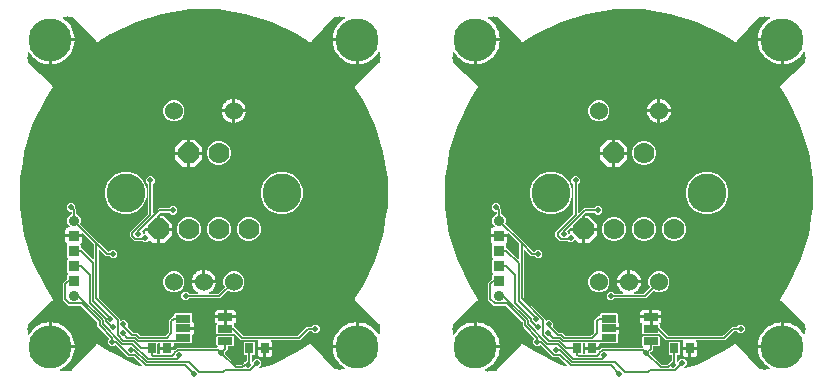
<source format=gbr>
G04 EAGLE Gerber RS-274X export*
G75*
%MOMM*%
%FSLAX34Y34*%
%LPD*%
%INBottom Copper*%
%IPPOS*%
%AMOC8*
5,1,8,0,0,1.08239X$1,22.5*%
G01*
%ADD10P,1.924489X8X22.500000*%
%ADD11C,1.778000*%
%ADD12C,0.254000*%
%ADD13R,1.270000X0.635000*%
%ADD14C,1.524000*%
%ADD15C,3.302000*%
%ADD16R,0.700000X0.900000*%
%ADD17R,0.900000X0.900000*%
%ADD18C,0.900000*%
%ADD19C,3.642000*%
%ADD20C,0.127000*%
%ADD21P,0.489673X8X22.500000*%

G36*
X95018Y58972D02*
X95018Y58972D01*
X95084Y58969D01*
X95129Y58984D01*
X95176Y58988D01*
X95235Y59018D01*
X95298Y59038D01*
X95342Y59070D01*
X95377Y59088D01*
X95404Y59117D01*
X95449Y59149D01*
X96050Y59751D01*
X97909Y59751D01*
X97950Y59758D01*
X97993Y59756D01*
X98060Y59778D01*
X98129Y59790D01*
X98166Y59812D01*
X98206Y59825D01*
X98279Y59879D01*
X98323Y59905D01*
X98336Y59921D01*
X98357Y59937D01*
X98557Y60137D01*
X98562Y60144D01*
X98571Y60151D01*
X118408Y81227D01*
X118429Y81261D01*
X118467Y81301D01*
X118834Y81830D01*
X118841Y81833D01*
X118860Y81836D01*
X118877Y81846D01*
X118890Y81851D01*
X118990Y81887D01*
X118995Y81890D01*
X118999Y81892D01*
X119023Y81913D01*
X119101Y81974D01*
X119742Y81994D01*
X119781Y82002D01*
X119836Y82004D01*
X120469Y82119D01*
X120524Y82094D01*
X120620Y82048D01*
X120626Y82047D01*
X120630Y82045D01*
X120661Y82043D01*
X120761Y82031D01*
X121198Y81620D01*
X121238Y81594D01*
X121292Y81547D01*
X131079Y75305D01*
X131108Y75293D01*
X131142Y75270D01*
X152273Y64954D01*
X152312Y64943D01*
X152362Y64919D01*
X157072Y63447D01*
X157144Y63438D01*
X157214Y63420D01*
X157254Y63424D01*
X157294Y63419D01*
X157365Y63436D01*
X157437Y63443D01*
X157473Y63461D01*
X157513Y63471D01*
X157573Y63511D01*
X157638Y63543D01*
X157666Y63572D01*
X157700Y63595D01*
X157742Y63653D01*
X157792Y63706D01*
X157808Y63743D01*
X157832Y63776D01*
X157851Y63846D01*
X157880Y63913D01*
X157881Y63953D01*
X157892Y63992D01*
X157886Y64065D01*
X157890Y64137D01*
X157877Y64175D01*
X157874Y64216D01*
X157843Y64281D01*
X157821Y64351D01*
X157793Y64388D01*
X157779Y64419D01*
X157747Y64450D01*
X157709Y64501D01*
X151232Y70978D01*
X151197Y71003D01*
X151169Y71034D01*
X151106Y71066D01*
X151048Y71107D01*
X151007Y71117D01*
X150969Y71137D01*
X150879Y71150D01*
X150831Y71163D01*
X150810Y71160D01*
X150784Y71164D01*
X145915Y71164D01*
X135615Y81464D01*
X135561Y81501D01*
X135513Y81547D01*
X135470Y81565D01*
X135431Y81592D01*
X135367Y81608D01*
X135306Y81634D01*
X135259Y81636D01*
X135213Y81648D01*
X135148Y81641D01*
X135082Y81644D01*
X135037Y81630D01*
X134990Y81625D01*
X134931Y81595D01*
X134869Y81575D01*
X134825Y81543D01*
X134789Y81525D01*
X134762Y81497D01*
X134718Y81464D01*
X134021Y80767D01*
X131094Y80767D01*
X129025Y82836D01*
X129025Y85763D01*
X129748Y86486D01*
X129785Y86540D01*
X129831Y86588D01*
X129849Y86631D01*
X129876Y86670D01*
X129892Y86734D01*
X129918Y86794D01*
X129920Y86842D01*
X129932Y86887D01*
X129925Y86953D01*
X129928Y87018D01*
X129914Y87063D01*
X129909Y87110D01*
X129880Y87169D01*
X129859Y87232D01*
X129827Y87276D01*
X129809Y87312D01*
X129781Y87339D01*
X129748Y87383D01*
X119929Y97202D01*
X119929Y100606D01*
X119921Y100648D01*
X119923Y100690D01*
X119902Y100757D01*
X119889Y100827D01*
X119868Y100863D01*
X119855Y100904D01*
X119801Y100976D01*
X119775Y101020D01*
X119759Y101033D01*
X119743Y101054D01*
X106209Y114588D01*
X106174Y114613D01*
X106145Y114644D01*
X106082Y114676D01*
X106025Y114717D01*
X105984Y114727D01*
X105946Y114747D01*
X105856Y114760D01*
X105807Y114773D01*
X105787Y114770D01*
X105760Y114774D01*
X95571Y114774D01*
X90644Y119701D01*
X90644Y133979D01*
X94043Y137379D01*
X94068Y137413D01*
X94099Y137442D01*
X94131Y137505D01*
X94172Y137563D01*
X94182Y137604D01*
X94202Y137642D01*
X94215Y137731D01*
X94228Y137780D01*
X94225Y137801D01*
X94229Y137827D01*
X94229Y140976D01*
X95104Y141852D01*
X95142Y141906D01*
X95187Y141953D01*
X95206Y141997D01*
X95233Y142036D01*
X95249Y142099D01*
X95275Y142160D01*
X95277Y142207D01*
X95288Y142253D01*
X95282Y142318D01*
X95285Y142384D01*
X95270Y142429D01*
X95265Y142476D01*
X95236Y142535D01*
X95216Y142598D01*
X95183Y142642D01*
X95166Y142677D01*
X95137Y142704D01*
X95104Y142749D01*
X94229Y143624D01*
X94229Y153676D01*
X95104Y154552D01*
X95142Y154606D01*
X95187Y154653D01*
X95206Y154697D01*
X95233Y154736D01*
X95249Y154799D01*
X95275Y154860D01*
X95277Y154907D01*
X95288Y154953D01*
X95282Y155018D01*
X95285Y155084D01*
X95270Y155129D01*
X95265Y155176D01*
X95236Y155235D01*
X95216Y155298D01*
X95183Y155342D01*
X95166Y155377D01*
X95137Y155404D01*
X95104Y155449D01*
X94229Y156324D01*
X94229Y166376D01*
X94262Y166409D01*
X94283Y166439D01*
X94310Y166463D01*
X94346Y166530D01*
X94390Y166593D01*
X94399Y166628D01*
X94416Y166660D01*
X94427Y166736D01*
X94446Y166811D01*
X94442Y166847D01*
X94447Y166882D01*
X94431Y166957D01*
X94423Y167034D01*
X94407Y167066D01*
X94399Y167102D01*
X94357Y167166D01*
X94323Y167235D01*
X94297Y167260D01*
X94277Y167290D01*
X94196Y167355D01*
X94160Y167389D01*
X94146Y167395D01*
X94131Y167407D01*
X93940Y167517D01*
X93467Y167990D01*
X93132Y168569D01*
X92959Y169215D01*
X92959Y172781D01*
X99365Y172781D01*
X99430Y172792D01*
X99495Y172794D01*
X99539Y172812D01*
X99586Y172820D01*
X99642Y172854D01*
X99703Y172879D01*
X99738Y172911D01*
X99779Y172935D01*
X99820Y172986D01*
X99869Y173030D01*
X99891Y173072D01*
X99920Y173109D01*
X99941Y173171D01*
X99971Y173230D01*
X99980Y173284D01*
X99992Y173321D01*
X99991Y173361D01*
X99999Y173415D01*
X99999Y174685D01*
X99987Y174750D01*
X99986Y174815D01*
X99968Y174859D01*
X99959Y174906D01*
X99926Y174963D01*
X99901Y175023D01*
X99869Y175058D01*
X99845Y175099D01*
X99794Y175140D01*
X99750Y175189D01*
X99708Y175211D01*
X99671Y175240D01*
X99609Y175261D01*
X99550Y175291D01*
X99496Y175300D01*
X99459Y175312D01*
X99419Y175311D01*
X99365Y175319D01*
X92959Y175319D01*
X92959Y178885D01*
X93132Y179531D01*
X93467Y180110D01*
X93940Y180583D01*
X94519Y180918D01*
X95165Y181091D01*
X95967Y181091D01*
X96055Y181106D01*
X96143Y181116D01*
X96164Y181126D01*
X96188Y181130D01*
X96265Y181176D01*
X96344Y181215D01*
X96361Y181232D01*
X96381Y181245D01*
X96437Y181314D01*
X96498Y181378D01*
X96507Y181400D01*
X96522Y181419D01*
X96551Y181503D01*
X96586Y181585D01*
X96587Y181609D01*
X96594Y181631D01*
X96592Y181720D01*
X96596Y181809D01*
X96588Y181832D01*
X96588Y181856D01*
X96554Y181938D01*
X96527Y182023D01*
X96511Y182044D01*
X96503Y182063D01*
X96469Y182101D01*
X96415Y182173D01*
X95108Y183481D01*
X94229Y185602D01*
X94229Y187898D01*
X95108Y190019D01*
X96731Y191642D01*
X97703Y192045D01*
X97748Y192074D01*
X97798Y192094D01*
X97842Y192134D01*
X97892Y192166D01*
X97924Y192209D01*
X97964Y192246D01*
X97991Y192298D01*
X98026Y192345D01*
X98042Y192397D01*
X98067Y192445D01*
X98077Y192516D01*
X98090Y192560D01*
X98088Y192591D01*
X98094Y192631D01*
X98094Y193793D01*
X98083Y193858D01*
X98081Y193924D01*
X98063Y193967D01*
X98055Y194014D01*
X98021Y194071D01*
X97996Y194131D01*
X97965Y194166D01*
X97940Y194207D01*
X97889Y194249D01*
X97845Y194297D01*
X97803Y194319D01*
X97766Y194348D01*
X97704Y194369D01*
X97645Y194400D01*
X97591Y194408D01*
X97554Y194420D01*
X97514Y194419D01*
X97460Y194427D01*
X96167Y194427D01*
X94097Y196497D01*
X94097Y199423D01*
X96167Y201493D01*
X99093Y201493D01*
X101163Y199423D01*
X101163Y197385D01*
X101170Y197343D01*
X101168Y197301D01*
X101190Y197234D01*
X101202Y197164D01*
X101224Y197128D01*
X101237Y197087D01*
X101291Y197015D01*
X101317Y196971D01*
X101333Y196958D01*
X101349Y196937D01*
X101906Y196379D01*
X101906Y192631D01*
X101915Y192577D01*
X101915Y192523D01*
X101935Y192468D01*
X101945Y192410D01*
X101973Y192363D01*
X101991Y192312D01*
X102030Y192267D01*
X102060Y192217D01*
X102102Y192182D01*
X102137Y192141D01*
X102198Y192105D01*
X102234Y192075D01*
X102263Y192065D01*
X102297Y192045D01*
X103269Y191642D01*
X104892Y190019D01*
X105771Y187898D01*
X105771Y185602D01*
X105368Y184631D01*
X105357Y184578D01*
X105336Y184528D01*
X105333Y184469D01*
X105320Y184411D01*
X105328Y184358D01*
X105326Y184304D01*
X105344Y184248D01*
X105352Y184189D01*
X105378Y184142D01*
X105394Y184090D01*
X105437Y184033D01*
X105459Y183992D01*
X105482Y183972D01*
X105506Y183939D01*
X121311Y168134D01*
X121312Y168134D01*
X128764Y160682D01*
X128798Y160657D01*
X128827Y160626D01*
X128890Y160594D01*
X128948Y160553D01*
X128989Y160543D01*
X129027Y160523D01*
X129116Y160510D01*
X129165Y160497D01*
X129186Y160500D01*
X129212Y160496D01*
X129837Y160496D01*
X129879Y160503D01*
X129921Y160501D01*
X129988Y160523D01*
X130058Y160535D01*
X130094Y160557D01*
X130135Y160570D01*
X130208Y160624D01*
X130251Y160650D01*
X130264Y160666D01*
X130285Y160682D01*
X131727Y162123D01*
X134653Y162123D01*
X136723Y160053D01*
X136723Y157127D01*
X134653Y155057D01*
X131727Y155057D01*
X130285Y156498D01*
X130251Y156523D01*
X130222Y156554D01*
X130159Y156586D01*
X130101Y156627D01*
X130060Y156637D01*
X130022Y156657D01*
X129933Y156670D01*
X129884Y156683D01*
X129863Y156680D01*
X129837Y156684D01*
X127371Y156684D01*
X126069Y157986D01*
X126068Y157986D01*
X122208Y161846D01*
X122135Y161897D01*
X122066Y161953D01*
X122044Y161961D01*
X122024Y161975D01*
X121938Y161997D01*
X121854Y162025D01*
X121830Y162025D01*
X121807Y162030D01*
X121718Y162021D01*
X121629Y162019D01*
X121607Y162010D01*
X121584Y162007D01*
X121504Y161968D01*
X121422Y161934D01*
X121404Y161918D01*
X121383Y161908D01*
X121322Y161843D01*
X121256Y161783D01*
X121245Y161762D01*
X121229Y161745D01*
X121194Y161663D01*
X121153Y161583D01*
X121150Y161557D01*
X121141Y161538D01*
X121139Y161488D01*
X121126Y161398D01*
X121126Y121948D01*
X121133Y121906D01*
X121131Y121864D01*
X121153Y121797D01*
X121165Y121727D01*
X121187Y121691D01*
X121200Y121650D01*
X121254Y121578D01*
X121280Y121534D01*
X121296Y121521D01*
X121312Y121500D01*
X139263Y103549D01*
X139263Y102610D01*
X139278Y102522D01*
X139288Y102434D01*
X139298Y102413D01*
X139302Y102389D01*
X139348Y102312D01*
X139387Y102233D01*
X139404Y102216D01*
X139417Y102196D01*
X139486Y102140D01*
X139550Y102079D01*
X139572Y102070D01*
X139591Y102055D01*
X139675Y102026D01*
X139757Y101991D01*
X139781Y101990D01*
X139803Y101983D01*
X139892Y101985D01*
X139981Y101981D01*
X140004Y101989D01*
X140028Y101989D01*
X140110Y102023D01*
X140195Y102050D01*
X140216Y102066D01*
X140235Y102074D01*
X140273Y102108D01*
X140345Y102161D01*
X140617Y102433D01*
X143543Y102433D01*
X145613Y100363D01*
X145613Y97381D01*
X145611Y97379D01*
X145595Y97315D01*
X145569Y97254D01*
X145567Y97207D01*
X145555Y97162D01*
X145562Y97096D01*
X145559Y97030D01*
X145573Y96985D01*
X145578Y96939D01*
X145607Y96880D01*
X145628Y96817D01*
X145660Y96773D01*
X145678Y96737D01*
X145706Y96710D01*
X145739Y96666D01*
X150304Y92102D01*
X150332Y92082D01*
X150338Y92075D01*
X150343Y92072D01*
X150367Y92046D01*
X150430Y92014D01*
X150488Y91973D01*
X150529Y91963D01*
X150567Y91943D01*
X150656Y91930D01*
X150705Y91917D01*
X150726Y91920D01*
X150752Y91916D01*
X153714Y91916D01*
X155016Y90614D01*
X156013Y89617D01*
X156048Y89592D01*
X156076Y89561D01*
X156139Y89529D01*
X156197Y89488D01*
X156238Y89478D01*
X156276Y89458D01*
X156366Y89445D01*
X156414Y89432D01*
X156435Y89435D01*
X156461Y89431D01*
X177913Y89431D01*
X177955Y89438D01*
X177997Y89436D01*
X178064Y89458D01*
X178134Y89470D01*
X178170Y89492D01*
X178211Y89505D01*
X178283Y89559D01*
X178327Y89585D01*
X178340Y89601D01*
X178361Y89617D01*
X180628Y91884D01*
X180653Y91918D01*
X180684Y91947D01*
X180716Y92010D01*
X180757Y92068D01*
X180767Y92109D01*
X180787Y92147D01*
X180800Y92236D01*
X180813Y92285D01*
X180810Y92306D01*
X180814Y92332D01*
X180814Y102229D01*
X184319Y105734D01*
X184625Y105734D01*
X184690Y105745D01*
X184756Y105747D01*
X184799Y105765D01*
X184846Y105773D01*
X184903Y105807D01*
X184963Y105832D01*
X184998Y105863D01*
X185039Y105888D01*
X185081Y105939D01*
X185129Y105983D01*
X185151Y106025D01*
X185180Y106062D01*
X185201Y106124D01*
X185232Y106183D01*
X185240Y106237D01*
X185252Y106274D01*
X185251Y106314D01*
X185259Y106368D01*
X185259Y107529D01*
X186004Y108274D01*
X199756Y108274D01*
X200501Y107529D01*
X200501Y101441D01*
X200503Y101429D01*
X200501Y101416D01*
X200513Y101361D01*
X200514Y101328D01*
X200527Y101297D01*
X200540Y101220D01*
X200547Y101210D01*
X200550Y101197D01*
X200597Y101124D01*
X200599Y101120D01*
X200602Y101116D01*
X200604Y101113D01*
X200655Y101027D01*
X200664Y101019D01*
X200671Y101009D01*
X200761Y100938D01*
X201263Y100435D01*
X201598Y99856D01*
X201771Y99210D01*
X201771Y96969D01*
X193515Y96969D01*
X193450Y96958D01*
X193385Y96956D01*
X193341Y96938D01*
X193294Y96929D01*
X193238Y96896D01*
X193177Y96871D01*
X193142Y96839D01*
X193101Y96815D01*
X193060Y96764D01*
X193011Y96720D01*
X192989Y96678D01*
X192960Y96641D01*
X192939Y96579D01*
X192909Y96520D01*
X192900Y96466D01*
X192888Y96429D01*
X192889Y96389D01*
X192881Y96335D01*
X192881Y95065D01*
X192893Y95000D01*
X192894Y94935D01*
X192912Y94891D01*
X192921Y94844D01*
X192954Y94787D01*
X192979Y94727D01*
X193011Y94692D01*
X193035Y94651D01*
X193086Y94610D01*
X193130Y94561D01*
X193172Y94539D01*
X193209Y94510D01*
X193271Y94489D01*
X193330Y94458D01*
X193384Y94450D01*
X193421Y94438D01*
X193461Y94439D01*
X193515Y94431D01*
X201771Y94431D01*
X201771Y92190D01*
X201598Y91544D01*
X201263Y90965D01*
X200758Y90460D01*
X200723Y90428D01*
X200646Y90363D01*
X200640Y90352D01*
X200631Y90344D01*
X200585Y90255D01*
X200536Y90168D01*
X200534Y90155D01*
X200528Y90144D01*
X200501Y89959D01*
X200501Y83871D01*
X199756Y83126D01*
X191392Y83126D01*
X191350Y83119D01*
X191308Y83121D01*
X191241Y83099D01*
X191171Y83087D01*
X191159Y83079D01*
X185735Y83079D01*
X185670Y83068D01*
X185604Y83066D01*
X185561Y83048D01*
X185514Y83040D01*
X185457Y83006D01*
X185397Y82981D01*
X185362Y82950D01*
X185321Y82925D01*
X185279Y82874D01*
X185231Y82830D01*
X185209Y82788D01*
X185180Y82751D01*
X185159Y82689D01*
X185128Y82630D01*
X185120Y82576D01*
X185108Y82539D01*
X185108Y82526D01*
X185108Y82524D01*
X185109Y82497D01*
X185101Y82445D01*
X185101Y79849D01*
X179695Y79849D01*
X179630Y79838D01*
X179565Y79836D01*
X179521Y79818D01*
X179474Y79809D01*
X179418Y79776D01*
X179357Y79751D01*
X179322Y79719D01*
X179281Y79695D01*
X179240Y79644D01*
X179191Y79600D01*
X179169Y79558D01*
X179140Y79521D01*
X179119Y79459D01*
X179089Y79400D01*
X179080Y79346D01*
X179068Y79309D01*
X179069Y79269D01*
X179061Y79215D01*
X179061Y77945D01*
X179073Y77880D01*
X179074Y77815D01*
X179092Y77771D01*
X179101Y77724D01*
X179134Y77667D01*
X179159Y77607D01*
X179191Y77572D01*
X179215Y77531D01*
X179266Y77490D01*
X179310Y77441D01*
X179352Y77419D01*
X179389Y77390D01*
X179451Y77369D01*
X179510Y77338D01*
X179564Y77330D01*
X179601Y77318D01*
X179641Y77319D01*
X179695Y77311D01*
X184912Y77311D01*
X184954Y77318D01*
X184996Y77316D01*
X185063Y77338D01*
X185133Y77350D01*
X185169Y77372D01*
X185210Y77385D01*
X185282Y77439D01*
X185326Y77465D01*
X185339Y77481D01*
X185360Y77497D01*
X187080Y79216D01*
X221281Y79216D01*
X221369Y79231D01*
X221457Y79241D01*
X221478Y79251D01*
X221502Y79255D01*
X221579Y79301D01*
X221658Y79340D01*
X221675Y79357D01*
X221695Y79370D01*
X221751Y79439D01*
X221812Y79503D01*
X221821Y79525D01*
X221836Y79544D01*
X221865Y79628D01*
X221900Y79710D01*
X221901Y79734D01*
X221908Y79756D01*
X221906Y79845D01*
X221910Y79934D01*
X221902Y79957D01*
X221902Y79981D01*
X221868Y80063D01*
X221841Y80148D01*
X221825Y80169D01*
X221817Y80188D01*
X221783Y80226D01*
X221729Y80298D01*
X220819Y81209D01*
X220819Y88611D01*
X221564Y89356D01*
X235316Y89356D01*
X236061Y88611D01*
X236061Y81209D01*
X235316Y80464D01*
X230980Y80464D01*
X230915Y80453D01*
X230849Y80451D01*
X230806Y80433D01*
X230759Y80425D01*
X230702Y80391D01*
X230642Y80366D01*
X230607Y80335D01*
X230566Y80310D01*
X230524Y80259D01*
X230476Y80215D01*
X230454Y80173D01*
X230425Y80136D01*
X230404Y80074D01*
X230373Y80015D01*
X230365Y79961D01*
X230353Y79924D01*
X230354Y79884D01*
X230346Y79830D01*
X230346Y77591D01*
X228349Y75594D01*
X228324Y75559D01*
X228293Y75530D01*
X228261Y75467D01*
X228220Y75409D01*
X228210Y75368D01*
X228190Y75330D01*
X228177Y75241D01*
X228164Y75192D01*
X228167Y75171D01*
X228163Y75145D01*
X228163Y74195D01*
X228170Y74153D01*
X228168Y74111D01*
X228186Y74056D01*
X228186Y74055D01*
X228188Y74050D01*
X228190Y74044D01*
X228202Y73974D01*
X228224Y73938D01*
X228237Y73897D01*
X228265Y73859D01*
X228270Y73847D01*
X228291Y73824D01*
X228317Y73781D01*
X228333Y73768D01*
X228349Y73747D01*
X237577Y64519D01*
X237611Y64494D01*
X237640Y64463D01*
X237703Y64431D01*
X237761Y64390D01*
X237802Y64380D01*
X237840Y64360D01*
X237929Y64347D01*
X237978Y64334D01*
X237999Y64337D01*
X238025Y64333D01*
X241715Y64333D01*
X241757Y64340D01*
X241799Y64338D01*
X241866Y64360D01*
X241936Y64372D01*
X241972Y64394D01*
X242013Y64407D01*
X242085Y64461D01*
X242129Y64487D01*
X242142Y64503D01*
X242163Y64519D01*
X244166Y66521D01*
X244179Y66523D01*
X244221Y66521D01*
X244288Y66543D01*
X244358Y66555D01*
X244394Y66577D01*
X244435Y66590D01*
X244508Y66644D01*
X244551Y66670D01*
X244564Y66686D01*
X244585Y66702D01*
X246027Y68143D01*
X246070Y68143D01*
X246135Y68154D01*
X246201Y68156D01*
X246244Y68174D01*
X246291Y68182D01*
X246348Y68216D01*
X246408Y68241D01*
X246443Y68272D01*
X246484Y68297D01*
X246526Y68348D01*
X246574Y68392D01*
X246596Y68434D01*
X246625Y68471D01*
X246646Y68533D01*
X246677Y68592D01*
X246685Y68646D01*
X246697Y68683D01*
X246696Y68723D01*
X246704Y68777D01*
X246704Y72175D01*
X246693Y72240D01*
X246691Y72306D01*
X246673Y72349D01*
X246665Y72396D01*
X246631Y72453D01*
X246606Y72513D01*
X246575Y72548D01*
X246550Y72589D01*
X246499Y72631D01*
X246455Y72679D01*
X246413Y72701D01*
X246376Y72730D01*
X246314Y72751D01*
X246255Y72782D01*
X246201Y72790D01*
X246164Y72802D01*
X246124Y72801D01*
X246070Y72809D01*
X244584Y72809D01*
X243839Y73554D01*
X243839Y83606D01*
X244584Y84351D01*
X252636Y84351D01*
X253381Y83606D01*
X253381Y73554D01*
X252636Y72809D01*
X251150Y72809D01*
X251085Y72798D01*
X251019Y72796D01*
X250976Y72778D01*
X250929Y72770D01*
X250872Y72736D01*
X250812Y72711D01*
X250777Y72680D01*
X250736Y72655D01*
X250694Y72604D01*
X250646Y72560D01*
X250624Y72518D01*
X250595Y72481D01*
X250574Y72419D01*
X250543Y72360D01*
X250535Y72306D01*
X250523Y72269D01*
X250524Y72229D01*
X250516Y72175D01*
X250516Y68009D01*
X250532Y67921D01*
X250541Y67833D01*
X250551Y67811D01*
X250555Y67788D01*
X250601Y67711D01*
X250640Y67631D01*
X250657Y67615D01*
X250670Y67595D01*
X250739Y67539D01*
X250803Y67478D01*
X250825Y67468D01*
X250844Y67453D01*
X250928Y67425D01*
X251010Y67390D01*
X251034Y67389D01*
X251056Y67381D01*
X251145Y67384D01*
X251234Y67380D01*
X251257Y67387D01*
X251281Y67388D01*
X251363Y67422D01*
X251448Y67449D01*
X251469Y67465D01*
X251488Y67472D01*
X251526Y67506D01*
X251598Y67560D01*
X253808Y69770D01*
X256735Y69770D01*
X258804Y67700D01*
X258804Y64774D01*
X256824Y62794D01*
X256782Y62734D01*
X256734Y62680D01*
X256719Y62642D01*
X256696Y62609D01*
X256678Y62539D01*
X256651Y62472D01*
X256650Y62431D01*
X256640Y62392D01*
X256647Y62320D01*
X256645Y62247D01*
X256659Y62209D01*
X256663Y62169D01*
X256695Y62104D01*
X256719Y62035D01*
X256744Y62004D01*
X256762Y61968D01*
X256815Y61918D01*
X256861Y61862D01*
X256896Y61842D01*
X256926Y61814D01*
X256992Y61786D01*
X257055Y61749D01*
X257095Y61742D01*
X257132Y61726D01*
X257205Y61723D01*
X257276Y61711D01*
X257322Y61718D01*
X257356Y61716D01*
X257398Y61730D01*
X257461Y61740D01*
X267638Y64919D01*
X267673Y64937D01*
X267727Y64954D01*
X288858Y75270D01*
X288883Y75289D01*
X288921Y75305D01*
X298708Y81547D01*
X298742Y81579D01*
X298802Y81620D01*
X299241Y82033D01*
X299300Y82042D01*
X299406Y82056D01*
X299411Y82058D01*
X299416Y82059D01*
X299443Y82074D01*
X299533Y82118D01*
X300164Y82004D01*
X300203Y82004D01*
X300258Y81994D01*
X300901Y81974D01*
X300949Y81939D01*
X301034Y81874D01*
X301039Y81872D01*
X301043Y81869D01*
X301073Y81860D01*
X301168Y81828D01*
X301533Y81301D01*
X301561Y81273D01*
X301592Y81227D01*
X320441Y61200D01*
X320483Y61169D01*
X320518Y61131D01*
X320572Y61103D01*
X320622Y61067D01*
X320672Y61052D01*
X320718Y61028D01*
X320791Y61017D01*
X320837Y61004D01*
X320866Y61006D01*
X320903Y61001D01*
X323950Y61001D01*
X324552Y60399D01*
X324582Y60378D01*
X324597Y60362D01*
X324615Y60353D01*
X324653Y60317D01*
X324697Y60298D01*
X324736Y60271D01*
X324799Y60255D01*
X324860Y60229D01*
X324907Y60227D01*
X324953Y60215D01*
X325018Y60222D01*
X325084Y60219D01*
X325129Y60234D01*
X325176Y60238D01*
X325235Y60268D01*
X325298Y60288D01*
X325342Y60320D01*
X325377Y60338D01*
X325404Y60367D01*
X325421Y60379D01*
X325433Y60386D01*
X325436Y60390D01*
X325449Y60399D01*
X326050Y61001D01*
X329039Y61001D01*
X329098Y61011D01*
X329158Y61012D01*
X329207Y61031D01*
X329260Y61040D01*
X329311Y61071D01*
X329367Y61092D01*
X329407Y61127D01*
X329453Y61155D01*
X329491Y61201D01*
X329536Y61240D01*
X329561Y61287D01*
X329595Y61329D01*
X329614Y61385D01*
X329642Y61438D01*
X329649Y61491D01*
X329666Y61541D01*
X329665Y61601D01*
X329673Y61660D01*
X329661Y61712D01*
X329660Y61766D01*
X329637Y61821D01*
X329625Y61879D01*
X329596Y61924D01*
X329576Y61973D01*
X329535Y62017D01*
X329503Y62068D01*
X329454Y62107D01*
X329424Y62139D01*
X329393Y62155D01*
X329356Y62184D01*
X328447Y62709D01*
X326289Y64365D01*
X324365Y66289D01*
X322709Y68447D01*
X321349Y70803D01*
X320308Y73316D01*
X319604Y75943D01*
X319249Y78640D01*
X319249Y78731D01*
X339365Y78731D01*
X339430Y78742D01*
X339495Y78744D01*
X339539Y78762D01*
X339586Y78770D01*
X339642Y78804D01*
X339703Y78829D01*
X339738Y78860D01*
X339779Y78885D01*
X339820Y78936D01*
X339869Y78980D01*
X339891Y79022D01*
X339920Y79059D01*
X339941Y79121D01*
X339971Y79180D01*
X339980Y79234D01*
X339992Y79271D01*
X339991Y79311D01*
X339999Y79365D01*
X339999Y80001D01*
X340635Y80001D01*
X340700Y80013D01*
X340765Y80014D01*
X340809Y80032D01*
X340856Y80041D01*
X340913Y80074D01*
X340973Y80099D01*
X341008Y80131D01*
X341049Y80155D01*
X341090Y80206D01*
X341139Y80250D01*
X341161Y80292D01*
X341190Y80329D01*
X341211Y80391D01*
X341242Y80450D01*
X341250Y80504D01*
X341262Y80541D01*
X341261Y80581D01*
X341269Y80635D01*
X341269Y100751D01*
X341360Y100751D01*
X344057Y100396D01*
X346684Y99692D01*
X349197Y98651D01*
X351553Y97291D01*
X353711Y95635D01*
X355635Y93711D01*
X357291Y91553D01*
X357816Y90644D01*
X357854Y90598D01*
X357885Y90547D01*
X357926Y90513D01*
X357961Y90472D01*
X358012Y90443D01*
X358059Y90405D01*
X358109Y90388D01*
X358156Y90362D01*
X358215Y90353D01*
X358271Y90334D01*
X358325Y90335D01*
X358377Y90327D01*
X358436Y90338D01*
X358496Y90340D01*
X358545Y90360D01*
X358597Y90371D01*
X358648Y90402D01*
X358703Y90424D01*
X358743Y90460D01*
X358788Y90489D01*
X358825Y90536D01*
X358869Y90576D01*
X358894Y90623D01*
X358926Y90666D01*
X358944Y90722D01*
X358972Y90775D01*
X358981Y90838D01*
X358994Y90879D01*
X358992Y90914D01*
X358999Y90961D01*
X358999Y93950D01*
X359601Y94551D01*
X359638Y94606D01*
X359683Y94653D01*
X359702Y94697D01*
X359729Y94736D01*
X359745Y94799D01*
X359771Y94860D01*
X359773Y94907D01*
X359785Y94953D01*
X359778Y95018D01*
X359781Y95084D01*
X359766Y95129D01*
X359762Y95176D01*
X359732Y95235D01*
X359712Y95298D01*
X359680Y95342D01*
X359662Y95377D01*
X359633Y95404D01*
X359601Y95448D01*
X358999Y96050D01*
X358999Y99097D01*
X358990Y99148D01*
X358991Y99200D01*
X358970Y99258D01*
X358960Y99318D01*
X358933Y99362D01*
X358916Y99411D01*
X358870Y99470D01*
X358845Y99511D01*
X358823Y99529D01*
X358800Y99559D01*
X338773Y118408D01*
X338741Y118428D01*
X338719Y118453D01*
X338709Y118458D01*
X338699Y118467D01*
X338170Y118833D01*
X338149Y118890D01*
X338113Y118990D01*
X338110Y118995D01*
X338108Y118999D01*
X338087Y119023D01*
X338026Y119101D01*
X338006Y119742D01*
X337998Y119781D01*
X337996Y119836D01*
X337881Y120469D01*
X337906Y120524D01*
X337952Y120620D01*
X337953Y120626D01*
X337955Y120630D01*
X337957Y120661D01*
X337969Y120761D01*
X338380Y121198D01*
X338406Y121238D01*
X338453Y121292D01*
X344695Y131079D01*
X344707Y131108D01*
X344730Y131142D01*
X355046Y152273D01*
X355057Y152312D01*
X355081Y152362D01*
X362093Y174808D01*
X362098Y174847D01*
X362114Y174901D01*
X362604Y178109D01*
X363862Y186354D01*
X365119Y194599D01*
X365120Y194599D01*
X365661Y198147D01*
X365660Y198187D01*
X365668Y198243D01*
X365668Y221757D01*
X365661Y221797D01*
X365661Y221853D01*
X362114Y245099D01*
X362102Y245137D01*
X362093Y245192D01*
X355081Y267638D01*
X355063Y267673D01*
X355046Y267727D01*
X344730Y288858D01*
X344713Y288882D01*
X344705Y288900D01*
X344703Y288903D01*
X344695Y288921D01*
X338453Y298708D01*
X338421Y298742D01*
X338380Y298802D01*
X337967Y299241D01*
X337958Y299300D01*
X337944Y299406D01*
X337942Y299411D01*
X337941Y299416D01*
X337926Y299443D01*
X337882Y299533D01*
X337996Y300164D01*
X337996Y300204D01*
X338006Y300258D01*
X338026Y300901D01*
X338061Y300949D01*
X338126Y301034D01*
X338128Y301039D01*
X338131Y301043D01*
X338140Y301073D01*
X338172Y301168D01*
X338699Y301533D01*
X338727Y301561D01*
X338773Y301592D01*
X358800Y320441D01*
X358831Y320483D01*
X358869Y320518D01*
X358897Y320573D01*
X358906Y320585D01*
X358920Y320602D01*
X358921Y320606D01*
X358933Y320622D01*
X358948Y320672D01*
X358972Y320718D01*
X358981Y320782D01*
X358992Y320815D01*
X358992Y320824D01*
X358996Y320837D01*
X358994Y320866D01*
X358999Y320903D01*
X358999Y323950D01*
X359601Y324551D01*
X359638Y324606D01*
X359683Y324653D01*
X359702Y324697D01*
X359729Y324736D01*
X359745Y324799D01*
X359771Y324860D01*
X359773Y324907D01*
X359785Y324953D01*
X359778Y325018D01*
X359781Y325084D01*
X359766Y325129D01*
X359762Y325176D01*
X359732Y325235D01*
X359712Y325298D01*
X359680Y325342D01*
X359662Y325377D01*
X359633Y325404D01*
X359601Y325448D01*
X358999Y326050D01*
X358999Y329039D01*
X358989Y329098D01*
X358988Y329158D01*
X358969Y329207D01*
X358960Y329260D01*
X358929Y329311D01*
X358908Y329367D01*
X358873Y329407D01*
X358845Y329453D01*
X358799Y329491D01*
X358760Y329536D01*
X358713Y329561D01*
X358671Y329595D01*
X358615Y329614D01*
X358562Y329642D01*
X358509Y329649D01*
X358459Y329666D01*
X358399Y329665D01*
X358340Y329673D01*
X358288Y329661D01*
X358234Y329660D01*
X358179Y329637D01*
X358121Y329625D01*
X358076Y329596D01*
X358027Y329576D01*
X357983Y329535D01*
X357932Y329503D01*
X357893Y329454D01*
X357861Y329424D01*
X357845Y329393D01*
X357816Y329356D01*
X357291Y328447D01*
X355635Y326289D01*
X353711Y324365D01*
X351553Y322709D01*
X349197Y321349D01*
X346684Y320308D01*
X344057Y319604D01*
X341360Y319249D01*
X341269Y319249D01*
X341269Y339365D01*
X341258Y339430D01*
X341256Y339495D01*
X341238Y339539D01*
X341230Y339586D01*
X341196Y339642D01*
X341171Y339703D01*
X341139Y339738D01*
X341115Y339779D01*
X341064Y339820D01*
X341020Y339869D01*
X340978Y339891D01*
X340941Y339920D01*
X340879Y339941D01*
X340820Y339971D01*
X340766Y339980D01*
X340729Y339992D01*
X340689Y339991D01*
X340635Y339999D01*
X339999Y339999D01*
X339999Y340635D01*
X339987Y340700D01*
X339986Y340765D01*
X339968Y340809D01*
X339959Y340856D01*
X339926Y340913D01*
X339901Y340973D01*
X339869Y341008D01*
X339845Y341049D01*
X339794Y341090D01*
X339750Y341139D01*
X339708Y341161D01*
X339671Y341190D01*
X339609Y341211D01*
X339550Y341242D01*
X339496Y341250D01*
X339459Y341262D01*
X339419Y341261D01*
X339365Y341269D01*
X319249Y341269D01*
X319249Y341360D01*
X319604Y344057D01*
X320308Y346684D01*
X321349Y349197D01*
X322709Y351553D01*
X324365Y353711D01*
X326289Y355635D01*
X328447Y357291D01*
X329356Y357816D01*
X329402Y357854D01*
X329453Y357885D01*
X329487Y357926D01*
X329528Y357961D01*
X329557Y358012D01*
X329595Y358059D01*
X329612Y358109D01*
X329638Y358156D01*
X329647Y358215D01*
X329667Y358271D01*
X329665Y358325D01*
X329673Y358377D01*
X329662Y358436D01*
X329660Y358496D01*
X329640Y358545D01*
X329629Y358597D01*
X329598Y358648D01*
X329576Y358703D01*
X329540Y358743D01*
X329511Y358788D01*
X329464Y358825D01*
X329424Y358869D01*
X329377Y358893D01*
X329335Y358926D01*
X329278Y358944D01*
X329225Y358972D01*
X329162Y358981D01*
X329121Y358994D01*
X329086Y358992D01*
X329039Y358999D01*
X326050Y358999D01*
X325448Y359601D01*
X325394Y359638D01*
X325347Y359683D01*
X325303Y359702D01*
X325264Y359729D01*
X325201Y359745D01*
X325140Y359771D01*
X325093Y359773D01*
X325047Y359785D01*
X324982Y359778D01*
X324916Y359781D01*
X324871Y359766D01*
X324824Y359762D01*
X324765Y359732D01*
X324702Y359712D01*
X324658Y359680D01*
X324623Y359662D01*
X324596Y359633D01*
X324551Y359601D01*
X323950Y358999D01*
X320903Y358999D01*
X320852Y358990D01*
X320800Y358991D01*
X320742Y358970D01*
X320682Y358960D01*
X320638Y358933D01*
X320589Y358916D01*
X320530Y358870D01*
X320489Y358845D01*
X320471Y358823D01*
X320441Y358800D01*
X301592Y338773D01*
X301571Y338739D01*
X301533Y338699D01*
X301167Y338170D01*
X301110Y338149D01*
X301010Y338113D01*
X301005Y338110D01*
X301001Y338108D01*
X300977Y338087D01*
X300899Y338026D01*
X300258Y338006D01*
X300219Y337998D01*
X300164Y337996D01*
X299531Y337881D01*
X299476Y337906D01*
X299380Y337952D01*
X299374Y337953D01*
X299370Y337955D01*
X299339Y337957D01*
X299239Y337969D01*
X298802Y338380D01*
X298762Y338406D01*
X298708Y338453D01*
X288921Y344695D01*
X288892Y344707D01*
X288858Y344730D01*
X267727Y355046D01*
X267688Y355057D01*
X267638Y355081D01*
X245193Y362093D01*
X245153Y362098D01*
X245099Y362114D01*
X221853Y365661D01*
X221813Y365660D01*
X221757Y365668D01*
X198243Y365668D01*
X198203Y365661D01*
X198147Y365661D01*
X174901Y362114D01*
X174863Y362102D01*
X174808Y362093D01*
X152362Y355081D01*
X152327Y355063D01*
X152273Y355046D01*
X131142Y344730D01*
X131117Y344711D01*
X131079Y344695D01*
X121292Y338453D01*
X121258Y338421D01*
X121198Y338380D01*
X120759Y337967D01*
X120700Y337958D01*
X120594Y337944D01*
X120589Y337942D01*
X120584Y337941D01*
X120557Y337926D01*
X120467Y337882D01*
X119836Y337996D01*
X119797Y337996D01*
X119742Y338006D01*
X119099Y338026D01*
X119051Y338061D01*
X118966Y338126D01*
X118961Y338128D01*
X118957Y338131D01*
X118927Y338140D01*
X118832Y338172D01*
X118467Y338699D01*
X118439Y338727D01*
X118408Y338773D01*
X99559Y358800D01*
X99520Y358829D01*
X99515Y358834D01*
X99513Y358834D01*
X99482Y358869D01*
X99427Y358897D01*
X99378Y358933D01*
X99328Y358948D01*
X99282Y358972D01*
X99209Y358983D01*
X99163Y358996D01*
X99134Y358994D01*
X99097Y358999D01*
X96050Y358999D01*
X95448Y359601D01*
X95394Y359638D01*
X95347Y359683D01*
X95303Y359702D01*
X95264Y359729D01*
X95201Y359745D01*
X95140Y359771D01*
X95093Y359773D01*
X95047Y359785D01*
X94982Y359778D01*
X94916Y359781D01*
X94871Y359766D01*
X94824Y359762D01*
X94765Y359732D01*
X94702Y359712D01*
X94658Y359680D01*
X94623Y359662D01*
X94596Y359633D01*
X94551Y359601D01*
X93950Y358999D01*
X90961Y358999D01*
X90902Y358989D01*
X90842Y358988D01*
X90792Y358969D01*
X90740Y358960D01*
X90689Y358929D01*
X90633Y358908D01*
X90593Y358873D01*
X90547Y358845D01*
X90509Y358799D01*
X90464Y358760D01*
X90439Y358713D01*
X90405Y358671D01*
X90386Y358615D01*
X90358Y358562D01*
X90351Y358509D01*
X90333Y358459D01*
X90335Y358399D01*
X90327Y358340D01*
X90339Y358288D01*
X90340Y358234D01*
X90362Y358179D01*
X90375Y358121D01*
X90404Y358076D01*
X90424Y358027D01*
X90465Y357983D01*
X90497Y357932D01*
X90546Y357893D01*
X90576Y357861D01*
X90607Y357845D01*
X90644Y357816D01*
X91553Y357291D01*
X93711Y355635D01*
X95635Y353711D01*
X97291Y351553D01*
X98651Y349197D01*
X99692Y346684D01*
X100396Y344057D01*
X100751Y341360D01*
X100751Y341269D01*
X80635Y341269D01*
X80570Y341258D01*
X80505Y341256D01*
X80461Y341238D01*
X80414Y341230D01*
X80358Y341196D01*
X80297Y341171D01*
X80262Y341139D01*
X80221Y341115D01*
X80180Y341064D01*
X80131Y341020D01*
X80109Y340978D01*
X80080Y340941D01*
X80059Y340879D01*
X80029Y340820D01*
X80020Y340766D01*
X80008Y340729D01*
X80009Y340689D01*
X80001Y340635D01*
X80001Y339999D01*
X79365Y339999D01*
X79300Y339987D01*
X79234Y339986D01*
X79191Y339968D01*
X79144Y339959D01*
X79087Y339926D01*
X79027Y339901D01*
X78992Y339869D01*
X78951Y339845D01*
X78910Y339794D01*
X78861Y339750D01*
X78839Y339708D01*
X78810Y339671D01*
X78789Y339609D01*
X78758Y339550D01*
X78750Y339496D01*
X78738Y339459D01*
X78739Y339419D01*
X78731Y339365D01*
X78731Y319249D01*
X78640Y319249D01*
X75943Y319604D01*
X73316Y320308D01*
X70803Y321349D01*
X68447Y322709D01*
X66289Y324365D01*
X64365Y326289D01*
X62709Y328447D01*
X62184Y329356D01*
X62146Y329402D01*
X62115Y329453D01*
X62074Y329487D01*
X62039Y329528D01*
X61988Y329557D01*
X61941Y329595D01*
X61891Y329612D01*
X61844Y329638D01*
X61785Y329647D01*
X61729Y329666D01*
X61675Y329665D01*
X61623Y329673D01*
X61564Y329662D01*
X61504Y329660D01*
X61455Y329640D01*
X61403Y329629D01*
X61352Y329598D01*
X61297Y329576D01*
X61257Y329540D01*
X61212Y329511D01*
X61175Y329464D01*
X61131Y329424D01*
X61106Y329377D01*
X61074Y329334D01*
X61056Y329278D01*
X61028Y329225D01*
X61019Y329162D01*
X61006Y329121D01*
X61008Y329086D01*
X61001Y329039D01*
X61001Y326050D01*
X60399Y325448D01*
X60362Y325394D01*
X60317Y325347D01*
X60298Y325303D01*
X60271Y325264D01*
X60255Y325201D01*
X60229Y325140D01*
X60227Y325093D01*
X60215Y325047D01*
X60222Y324982D01*
X60219Y324916D01*
X60234Y324871D01*
X60238Y324824D01*
X60268Y324765D01*
X60288Y324702D01*
X60320Y324658D01*
X60338Y324623D01*
X60367Y324596D01*
X60399Y324551D01*
X61001Y323950D01*
X61001Y320903D01*
X61010Y320852D01*
X61009Y320800D01*
X61014Y320786D01*
X61014Y320778D01*
X61030Y320739D01*
X61040Y320682D01*
X61067Y320638D01*
X61084Y320589D01*
X61099Y320570D01*
X61130Y320530D01*
X61155Y320489D01*
X61177Y320471D01*
X61200Y320441D01*
X81227Y301592D01*
X81261Y301571D01*
X81301Y301533D01*
X81830Y301167D01*
X81851Y301110D01*
X81887Y301010D01*
X81890Y301005D01*
X81892Y301001D01*
X81913Y300977D01*
X81974Y300899D01*
X81994Y300258D01*
X82002Y300219D01*
X82004Y300164D01*
X82119Y299531D01*
X82093Y299475D01*
X82048Y299380D01*
X82047Y299374D01*
X82045Y299370D01*
X82043Y299339D01*
X82031Y299239D01*
X81620Y298802D01*
X81594Y298762D01*
X81547Y298708D01*
X75305Y288921D01*
X75293Y288892D01*
X75283Y288877D01*
X75276Y288868D01*
X75275Y288865D01*
X75270Y288858D01*
X64954Y267727D01*
X64943Y267688D01*
X64919Y267638D01*
X57907Y245193D01*
X57902Y245153D01*
X57886Y245099D01*
X56596Y236647D01*
X54468Y222694D01*
X54339Y221853D01*
X54340Y221813D01*
X54332Y221757D01*
X54332Y198243D01*
X54339Y198203D01*
X54339Y198147D01*
X57886Y174901D01*
X57898Y174863D01*
X57907Y174808D01*
X64919Y152362D01*
X64937Y152327D01*
X64954Y152273D01*
X75270Y131142D01*
X75289Y131117D01*
X75305Y131079D01*
X81547Y121292D01*
X81578Y121258D01*
X81620Y121198D01*
X82033Y120759D01*
X82042Y120700D01*
X82056Y120594D01*
X82058Y120589D01*
X82059Y120584D01*
X82074Y120557D01*
X82118Y120467D01*
X82004Y119836D01*
X82004Y119797D01*
X81994Y119742D01*
X81974Y119099D01*
X81939Y119051D01*
X81874Y118966D01*
X81872Y118961D01*
X81869Y118957D01*
X81860Y118927D01*
X81828Y118832D01*
X81301Y118467D01*
X81278Y118445D01*
X81252Y118429D01*
X81244Y118419D01*
X81227Y118408D01*
X61200Y99559D01*
X61169Y99517D01*
X61131Y99482D01*
X61103Y99427D01*
X61067Y99378D01*
X61052Y99328D01*
X61028Y99282D01*
X61017Y99209D01*
X61004Y99163D01*
X61006Y99134D01*
X61001Y99097D01*
X61001Y96050D01*
X60399Y95448D01*
X60362Y95394D01*
X60317Y95347D01*
X60298Y95303D01*
X60271Y95264D01*
X60255Y95201D01*
X60229Y95140D01*
X60227Y95093D01*
X60215Y95047D01*
X60222Y94982D01*
X60219Y94916D01*
X60234Y94871D01*
X60238Y94824D01*
X60268Y94765D01*
X60288Y94702D01*
X60320Y94658D01*
X60338Y94623D01*
X60367Y94596D01*
X60399Y94551D01*
X61001Y93950D01*
X61001Y90961D01*
X61011Y90902D01*
X61012Y90842D01*
X61031Y90792D01*
X61040Y90740D01*
X61071Y90689D01*
X61092Y90633D01*
X61127Y90593D01*
X61155Y90547D01*
X61201Y90509D01*
X61240Y90464D01*
X61287Y90439D01*
X61329Y90405D01*
X61385Y90386D01*
X61438Y90358D01*
X61491Y90351D01*
X61541Y90333D01*
X61601Y90335D01*
X61660Y90327D01*
X61712Y90339D01*
X61766Y90340D01*
X61821Y90362D01*
X61879Y90375D01*
X61924Y90404D01*
X61973Y90424D01*
X62017Y90465D01*
X62068Y90497D01*
X62107Y90546D01*
X62139Y90576D01*
X62155Y90607D01*
X62184Y90644D01*
X62709Y91553D01*
X64365Y93711D01*
X66289Y95635D01*
X68447Y97291D01*
X70803Y98651D01*
X73316Y99692D01*
X75943Y100396D01*
X78640Y100751D01*
X78731Y100751D01*
X78731Y80635D01*
X78742Y80570D01*
X78744Y80505D01*
X78762Y80461D01*
X78770Y80414D01*
X78804Y80358D01*
X78829Y80297D01*
X78860Y80262D01*
X78885Y80221D01*
X78936Y80180D01*
X78980Y80131D01*
X79022Y80109D01*
X79059Y80080D01*
X79121Y80059D01*
X79180Y80029D01*
X79234Y80020D01*
X79271Y80008D01*
X79311Y80009D01*
X79365Y80001D01*
X80001Y80001D01*
X80001Y79365D01*
X80013Y79300D01*
X80014Y79234D01*
X80032Y79191D01*
X80041Y79144D01*
X80074Y79087D01*
X80099Y79027D01*
X80131Y78992D01*
X80155Y78951D01*
X80206Y78910D01*
X80250Y78861D01*
X80292Y78839D01*
X80329Y78810D01*
X80391Y78789D01*
X80450Y78758D01*
X80504Y78750D01*
X80541Y78738D01*
X80581Y78739D01*
X80635Y78731D01*
X100751Y78731D01*
X100751Y78640D01*
X100396Y75943D01*
X99692Y73316D01*
X98651Y70803D01*
X97291Y68447D01*
X95635Y66289D01*
X93711Y64365D01*
X91553Y62709D01*
X89197Y61349D01*
X88284Y60971D01*
X88200Y60917D01*
X88113Y60865D01*
X88105Y60856D01*
X88095Y60850D01*
X88035Y60769D01*
X87971Y60691D01*
X87968Y60680D01*
X87960Y60670D01*
X87932Y60574D01*
X87899Y60479D01*
X87900Y60467D01*
X87896Y60455D01*
X87903Y60355D01*
X87906Y60254D01*
X87911Y60243D01*
X87911Y60232D01*
X87953Y60140D01*
X87990Y60047D01*
X87998Y60038D01*
X88003Y60027D01*
X88074Y59955D01*
X88142Y59881D01*
X88152Y59875D01*
X88161Y59867D01*
X88252Y59825D01*
X88341Y59778D01*
X88354Y59776D01*
X88364Y59772D01*
X88409Y59768D01*
X88527Y59751D01*
X88950Y59751D01*
X89551Y59149D01*
X89606Y59112D01*
X89653Y59067D01*
X89697Y59048D01*
X89736Y59021D01*
X89799Y59005D01*
X89860Y58979D01*
X89907Y58977D01*
X89953Y58965D01*
X90018Y58972D01*
X90084Y58969D01*
X90129Y58984D01*
X90176Y58988D01*
X90235Y59018D01*
X90298Y59038D01*
X90342Y59070D01*
X90377Y59088D01*
X90404Y59117D01*
X90448Y59149D01*
X91050Y59751D01*
X93950Y59751D01*
X94552Y59149D01*
X94606Y59112D01*
X94653Y59067D01*
X94697Y59048D01*
X94736Y59021D01*
X94799Y59005D01*
X94860Y58979D01*
X94907Y58977D01*
X94953Y58965D01*
X95018Y58972D01*
G37*
G36*
X455018Y58972D02*
X455018Y58972D01*
X455084Y58969D01*
X455129Y58984D01*
X455176Y58988D01*
X455235Y59018D01*
X455298Y59038D01*
X455342Y59070D01*
X455377Y59088D01*
X455404Y59117D01*
X455449Y59149D01*
X456050Y59751D01*
X457909Y59751D01*
X457950Y59758D01*
X457993Y59756D01*
X458060Y59778D01*
X458129Y59790D01*
X458166Y59812D01*
X458206Y59825D01*
X458279Y59879D01*
X458323Y59905D01*
X458336Y59921D01*
X458357Y59937D01*
X458557Y60137D01*
X458562Y60144D01*
X458570Y60150D01*
X478408Y81227D01*
X478429Y81261D01*
X478467Y81301D01*
X478833Y81830D01*
X478841Y81833D01*
X478860Y81836D01*
X478877Y81846D01*
X478890Y81851D01*
X478990Y81887D01*
X478995Y81890D01*
X478999Y81892D01*
X479023Y81913D01*
X479101Y81974D01*
X479742Y81994D01*
X479781Y82002D01*
X479836Y82004D01*
X480469Y82119D01*
X480524Y82094D01*
X480620Y82048D01*
X480626Y82047D01*
X480630Y82045D01*
X480661Y82043D01*
X480761Y82031D01*
X481198Y81620D01*
X481238Y81594D01*
X481292Y81547D01*
X491079Y75305D01*
X491108Y75293D01*
X491142Y75270D01*
X512273Y64954D01*
X512312Y64943D01*
X512362Y64919D01*
X517072Y63447D01*
X517144Y63438D01*
X517214Y63420D01*
X517254Y63424D01*
X517294Y63419D01*
X517365Y63436D01*
X517437Y63443D01*
X517473Y63461D01*
X517513Y63471D01*
X517573Y63511D01*
X517638Y63543D01*
X517666Y63572D01*
X517700Y63595D01*
X517742Y63653D01*
X517792Y63706D01*
X517808Y63743D01*
X517832Y63776D01*
X517851Y63846D01*
X517880Y63913D01*
X517881Y63953D01*
X517892Y63992D01*
X517886Y64065D01*
X517890Y64137D01*
X517877Y64175D01*
X517874Y64216D01*
X517843Y64281D01*
X517821Y64351D01*
X517793Y64388D01*
X517779Y64419D01*
X517747Y64450D01*
X517709Y64501D01*
X511232Y70978D01*
X511197Y71003D01*
X511169Y71034D01*
X511106Y71066D01*
X511048Y71107D01*
X511007Y71117D01*
X510969Y71137D01*
X510879Y71150D01*
X510831Y71163D01*
X510810Y71160D01*
X510784Y71164D01*
X505915Y71164D01*
X504612Y72466D01*
X495615Y81464D01*
X495561Y81501D01*
X495513Y81547D01*
X495470Y81565D01*
X495431Y81592D01*
X495367Y81608D01*
X495306Y81634D01*
X495259Y81636D01*
X495214Y81648D01*
X495148Y81641D01*
X495082Y81644D01*
X495037Y81630D01*
X494990Y81625D01*
X494931Y81596D01*
X494869Y81575D01*
X494825Y81543D01*
X494789Y81525D01*
X494762Y81496D01*
X494718Y81464D01*
X494021Y80767D01*
X491094Y80767D01*
X489025Y82836D01*
X489025Y85763D01*
X489748Y86486D01*
X489785Y86540D01*
X489831Y86588D01*
X489849Y86631D01*
X489876Y86670D01*
X489892Y86734D01*
X489918Y86794D01*
X489920Y86842D01*
X489932Y86887D01*
X489925Y86953D01*
X489928Y87018D01*
X489914Y87063D01*
X489909Y87110D01*
X489880Y87169D01*
X489859Y87232D01*
X489827Y87276D01*
X489809Y87312D01*
X489781Y87339D01*
X489748Y87383D01*
X481231Y95900D01*
X479929Y97202D01*
X479929Y100606D01*
X479921Y100648D01*
X479923Y100690D01*
X479902Y100757D01*
X479889Y100827D01*
X479868Y100863D01*
X479855Y100904D01*
X479801Y100976D01*
X479775Y101020D01*
X479759Y101033D01*
X479743Y101054D01*
X466209Y114588D01*
X466174Y114613D01*
X466145Y114644D01*
X466082Y114676D01*
X466025Y114717D01*
X465984Y114727D01*
X465946Y114747D01*
X465856Y114760D01*
X465807Y114773D01*
X465787Y114770D01*
X465760Y114774D01*
X455571Y114774D01*
X451946Y118398D01*
X451946Y118399D01*
X450644Y119701D01*
X450644Y133979D01*
X454043Y137379D01*
X454068Y137413D01*
X454099Y137442D01*
X454131Y137505D01*
X454172Y137563D01*
X454182Y137604D01*
X454202Y137642D01*
X454215Y137731D01*
X454228Y137780D01*
X454225Y137801D01*
X454229Y137827D01*
X454229Y140976D01*
X455104Y141852D01*
X455142Y141906D01*
X455187Y141953D01*
X455206Y141997D01*
X455233Y142036D01*
X455249Y142099D01*
X455275Y142160D01*
X455277Y142207D01*
X455288Y142253D01*
X455282Y142318D01*
X455285Y142384D01*
X455270Y142429D01*
X455265Y142476D01*
X455236Y142535D01*
X455216Y142598D01*
X455183Y142642D01*
X455166Y142677D01*
X455137Y142704D01*
X455104Y142749D01*
X454229Y143624D01*
X454229Y153676D01*
X455104Y154552D01*
X455142Y154606D01*
X455187Y154653D01*
X455206Y154697D01*
X455233Y154736D01*
X455249Y154799D01*
X455275Y154860D01*
X455277Y154907D01*
X455288Y154953D01*
X455282Y155018D01*
X455285Y155084D01*
X455270Y155129D01*
X455265Y155176D01*
X455236Y155235D01*
X455216Y155298D01*
X455183Y155342D01*
X455166Y155377D01*
X455137Y155404D01*
X455104Y155449D01*
X454229Y156324D01*
X454229Y166376D01*
X454262Y166409D01*
X454283Y166439D01*
X454310Y166463D01*
X454346Y166530D01*
X454390Y166593D01*
X454399Y166628D01*
X454416Y166660D01*
X454427Y166736D01*
X454446Y166811D01*
X454442Y166847D01*
X454447Y166882D01*
X454431Y166957D01*
X454423Y167034D01*
X454407Y167066D01*
X454399Y167102D01*
X454357Y167166D01*
X454323Y167235D01*
X454297Y167260D01*
X454277Y167290D01*
X454196Y167355D01*
X454160Y167389D01*
X454146Y167395D01*
X454131Y167407D01*
X453940Y167517D01*
X453467Y167990D01*
X453132Y168569D01*
X452959Y169215D01*
X452959Y172781D01*
X459365Y172781D01*
X459430Y172792D01*
X459495Y172794D01*
X459539Y172812D01*
X459586Y172820D01*
X459642Y172854D01*
X459703Y172879D01*
X459738Y172911D01*
X459779Y172935D01*
X459820Y172986D01*
X459869Y173030D01*
X459891Y173072D01*
X459920Y173109D01*
X459941Y173171D01*
X459971Y173230D01*
X459980Y173284D01*
X459992Y173321D01*
X459991Y173361D01*
X459999Y173415D01*
X459999Y174685D01*
X459987Y174750D01*
X459986Y174815D01*
X459968Y174859D01*
X459959Y174906D01*
X459926Y174963D01*
X459901Y175023D01*
X459869Y175058D01*
X459845Y175099D01*
X459794Y175140D01*
X459750Y175189D01*
X459708Y175211D01*
X459671Y175240D01*
X459609Y175261D01*
X459550Y175291D01*
X459496Y175300D01*
X459459Y175312D01*
X459419Y175311D01*
X459365Y175319D01*
X452959Y175319D01*
X452959Y178885D01*
X453132Y179531D01*
X453467Y180110D01*
X453940Y180583D01*
X454519Y180918D01*
X455165Y181091D01*
X455967Y181091D01*
X456055Y181106D01*
X456143Y181116D01*
X456164Y181126D01*
X456188Y181130D01*
X456265Y181176D01*
X456344Y181215D01*
X456361Y181232D01*
X456381Y181245D01*
X456437Y181314D01*
X456498Y181378D01*
X456507Y181400D01*
X456522Y181419D01*
X456551Y181503D01*
X456586Y181585D01*
X456587Y181609D01*
X456594Y181631D01*
X456592Y181720D01*
X456596Y181809D01*
X456588Y181832D01*
X456588Y181856D01*
X456554Y181938D01*
X456527Y182023D01*
X456511Y182044D01*
X456503Y182063D01*
X456469Y182101D01*
X456415Y182173D01*
X455108Y183481D01*
X454229Y185602D01*
X454229Y187898D01*
X455108Y190019D01*
X456731Y191642D01*
X457703Y192045D01*
X457748Y192074D01*
X457798Y192094D01*
X457842Y192134D01*
X457892Y192166D01*
X457924Y192209D01*
X457964Y192246D01*
X457991Y192298D01*
X458026Y192345D01*
X458042Y192397D01*
X458067Y192445D01*
X458077Y192516D01*
X458090Y192560D01*
X458088Y192591D01*
X458094Y192631D01*
X458094Y193793D01*
X458083Y193858D01*
X458081Y193924D01*
X458063Y193967D01*
X458055Y194014D01*
X458021Y194071D01*
X457996Y194131D01*
X457965Y194166D01*
X457940Y194207D01*
X457889Y194249D01*
X457845Y194297D01*
X457803Y194319D01*
X457766Y194348D01*
X457704Y194369D01*
X457645Y194400D01*
X457591Y194408D01*
X457554Y194420D01*
X457514Y194419D01*
X457460Y194427D01*
X456167Y194427D01*
X454097Y196497D01*
X454097Y199423D01*
X456167Y201493D01*
X459093Y201493D01*
X461163Y199423D01*
X461163Y197385D01*
X461170Y197343D01*
X461168Y197301D01*
X461190Y197234D01*
X461202Y197164D01*
X461224Y197128D01*
X461237Y197087D01*
X461291Y197015D01*
X461317Y196971D01*
X461333Y196958D01*
X461349Y196937D01*
X461906Y196379D01*
X461906Y192631D01*
X461915Y192577D01*
X461915Y192523D01*
X461935Y192468D01*
X461945Y192410D01*
X461973Y192363D01*
X461991Y192312D01*
X462030Y192267D01*
X462060Y192217D01*
X462102Y192182D01*
X462137Y192141D01*
X462198Y192105D01*
X462234Y192075D01*
X462263Y192065D01*
X462297Y192045D01*
X463269Y191642D01*
X464892Y190019D01*
X465771Y187898D01*
X465771Y185602D01*
X465368Y184631D01*
X465357Y184578D01*
X465336Y184528D01*
X465333Y184469D01*
X465320Y184411D01*
X465328Y184358D01*
X465326Y184304D01*
X465344Y184248D01*
X465352Y184189D01*
X465378Y184142D01*
X465394Y184090D01*
X465437Y184033D01*
X465459Y183992D01*
X465482Y183972D01*
X465506Y183939D01*
X488764Y160682D01*
X488798Y160657D01*
X488827Y160626D01*
X488890Y160594D01*
X488948Y160553D01*
X488989Y160543D01*
X489027Y160523D01*
X489116Y160510D01*
X489165Y160497D01*
X489186Y160500D01*
X489212Y160496D01*
X489837Y160496D01*
X489879Y160503D01*
X489921Y160501D01*
X489988Y160523D01*
X490058Y160535D01*
X490094Y160557D01*
X490135Y160570D01*
X490208Y160624D01*
X490251Y160650D01*
X490264Y160666D01*
X490285Y160682D01*
X491727Y162123D01*
X494653Y162123D01*
X496723Y160053D01*
X496723Y157127D01*
X494653Y155057D01*
X491727Y155057D01*
X490285Y156498D01*
X490251Y156523D01*
X490222Y156554D01*
X490159Y156586D01*
X490101Y156627D01*
X490060Y156637D01*
X490022Y156657D01*
X489933Y156670D01*
X489884Y156683D01*
X489863Y156680D01*
X489837Y156684D01*
X487371Y156684D01*
X482208Y161846D01*
X482135Y161897D01*
X482066Y161953D01*
X482044Y161961D01*
X482024Y161975D01*
X481938Y161997D01*
X481854Y162025D01*
X481830Y162025D01*
X481807Y162030D01*
X481718Y162021D01*
X481629Y162019D01*
X481607Y162010D01*
X481584Y162007D01*
X481504Y161968D01*
X481422Y161934D01*
X481404Y161918D01*
X481383Y161908D01*
X481322Y161843D01*
X481256Y161783D01*
X481245Y161762D01*
X481229Y161745D01*
X481194Y161663D01*
X481153Y161583D01*
X481150Y161557D01*
X481141Y161538D01*
X481139Y161488D01*
X481126Y161398D01*
X481126Y121948D01*
X481133Y121906D01*
X481131Y121864D01*
X481153Y121797D01*
X481165Y121727D01*
X481187Y121691D01*
X481200Y121650D01*
X481254Y121578D01*
X481280Y121534D01*
X481296Y121521D01*
X481312Y121500D01*
X499263Y103549D01*
X499263Y102610D01*
X499278Y102522D01*
X499288Y102434D01*
X499298Y102413D01*
X499302Y102389D01*
X499348Y102312D01*
X499387Y102233D01*
X499404Y102216D01*
X499417Y102196D01*
X499486Y102140D01*
X499550Y102079D01*
X499572Y102070D01*
X499591Y102055D01*
X499675Y102026D01*
X499757Y101991D01*
X499781Y101990D01*
X499803Y101983D01*
X499892Y101985D01*
X499981Y101981D01*
X500004Y101989D01*
X500028Y101989D01*
X500110Y102023D01*
X500195Y102050D01*
X500216Y102066D01*
X500235Y102074D01*
X500273Y102108D01*
X500345Y102161D01*
X500617Y102433D01*
X503543Y102433D01*
X505613Y100363D01*
X505613Y97381D01*
X505611Y97379D01*
X505595Y97315D01*
X505569Y97254D01*
X505567Y97207D01*
X505555Y97162D01*
X505562Y97096D01*
X505559Y97030D01*
X505573Y96985D01*
X505578Y96939D01*
X505607Y96880D01*
X505628Y96817D01*
X505660Y96773D01*
X505678Y96737D01*
X505706Y96710D01*
X505739Y96666D01*
X510304Y92102D01*
X510332Y92082D01*
X510338Y92075D01*
X510343Y92072D01*
X510367Y92046D01*
X510430Y92014D01*
X510488Y91973D01*
X510529Y91963D01*
X510567Y91943D01*
X510656Y91930D01*
X510705Y91917D01*
X510726Y91920D01*
X510752Y91916D01*
X513714Y91916D01*
X515016Y90614D01*
X516013Y89617D01*
X516048Y89592D01*
X516076Y89561D01*
X516139Y89529D01*
X516197Y89488D01*
X516238Y89478D01*
X516276Y89458D01*
X516366Y89445D01*
X516414Y89432D01*
X516435Y89435D01*
X516461Y89431D01*
X537913Y89431D01*
X537955Y89438D01*
X537997Y89436D01*
X538064Y89458D01*
X538134Y89470D01*
X538170Y89492D01*
X538211Y89505D01*
X538283Y89559D01*
X538327Y89585D01*
X538340Y89601D01*
X538361Y89617D01*
X540628Y91884D01*
X540653Y91918D01*
X540684Y91947D01*
X540716Y92010D01*
X540757Y92068D01*
X540767Y92109D01*
X540787Y92147D01*
X540800Y92236D01*
X540813Y92285D01*
X540810Y92306D01*
X540814Y92332D01*
X540814Y102229D01*
X544319Y105734D01*
X544625Y105734D01*
X544690Y105745D01*
X544756Y105747D01*
X544799Y105765D01*
X544846Y105773D01*
X544903Y105807D01*
X544963Y105832D01*
X544998Y105863D01*
X545039Y105888D01*
X545081Y105939D01*
X545129Y105983D01*
X545151Y106025D01*
X545180Y106062D01*
X545201Y106124D01*
X545232Y106183D01*
X545240Y106237D01*
X545252Y106274D01*
X545251Y106314D01*
X545259Y106368D01*
X545259Y107529D01*
X546004Y108274D01*
X559756Y108274D01*
X560501Y107529D01*
X560501Y101441D01*
X560503Y101429D01*
X560501Y101416D01*
X560513Y101361D01*
X560514Y101328D01*
X560527Y101297D01*
X560540Y101220D01*
X560547Y101210D01*
X560550Y101197D01*
X560597Y101124D01*
X560599Y101120D01*
X560602Y101116D01*
X560604Y101113D01*
X560655Y101027D01*
X560664Y101019D01*
X560671Y101009D01*
X560761Y100938D01*
X561263Y100435D01*
X561598Y99856D01*
X561771Y99210D01*
X561771Y96969D01*
X553515Y96969D01*
X553450Y96958D01*
X553385Y96956D01*
X553341Y96938D01*
X553294Y96929D01*
X553238Y96896D01*
X553177Y96871D01*
X553142Y96839D01*
X553101Y96815D01*
X553060Y96764D01*
X553011Y96720D01*
X552989Y96678D01*
X552960Y96641D01*
X552939Y96579D01*
X552909Y96520D01*
X552900Y96466D01*
X552888Y96429D01*
X552889Y96389D01*
X552881Y96335D01*
X552881Y95065D01*
X552893Y95000D01*
X552894Y94935D01*
X552912Y94891D01*
X552921Y94844D01*
X552954Y94787D01*
X552979Y94727D01*
X553011Y94692D01*
X553035Y94651D01*
X553086Y94610D01*
X553130Y94561D01*
X553172Y94539D01*
X553209Y94510D01*
X553271Y94489D01*
X553330Y94458D01*
X553384Y94450D01*
X553421Y94438D01*
X553461Y94439D01*
X553515Y94431D01*
X561771Y94431D01*
X561771Y92190D01*
X561598Y91544D01*
X561263Y90965D01*
X560758Y90460D01*
X560723Y90428D01*
X560646Y90363D01*
X560640Y90352D01*
X560631Y90344D01*
X560585Y90255D01*
X560536Y90168D01*
X560534Y90155D01*
X560528Y90144D01*
X560501Y89959D01*
X560501Y83871D01*
X559756Y83126D01*
X551392Y83126D01*
X551350Y83119D01*
X551308Y83121D01*
X551241Y83099D01*
X551171Y83087D01*
X551159Y83079D01*
X545735Y83079D01*
X545670Y83068D01*
X545604Y83066D01*
X545561Y83048D01*
X545514Y83040D01*
X545457Y83006D01*
X545397Y82981D01*
X545362Y82950D01*
X545321Y82925D01*
X545279Y82874D01*
X545231Y82830D01*
X545209Y82788D01*
X545180Y82751D01*
X545159Y82689D01*
X545128Y82630D01*
X545120Y82576D01*
X545108Y82539D01*
X545108Y82526D01*
X545108Y82524D01*
X545109Y82497D01*
X545101Y82445D01*
X545101Y79849D01*
X539695Y79849D01*
X539630Y79838D01*
X539565Y79836D01*
X539521Y79818D01*
X539474Y79809D01*
X539418Y79776D01*
X539357Y79751D01*
X539322Y79719D01*
X539281Y79695D01*
X539240Y79644D01*
X539191Y79600D01*
X539169Y79558D01*
X539140Y79521D01*
X539119Y79459D01*
X539089Y79400D01*
X539080Y79346D01*
X539068Y79309D01*
X539069Y79269D01*
X539061Y79215D01*
X539061Y77945D01*
X539073Y77880D01*
X539074Y77815D01*
X539092Y77771D01*
X539101Y77724D01*
X539134Y77667D01*
X539159Y77607D01*
X539191Y77572D01*
X539215Y77531D01*
X539266Y77490D01*
X539310Y77441D01*
X539352Y77419D01*
X539389Y77390D01*
X539451Y77369D01*
X539510Y77338D01*
X539564Y77330D01*
X539601Y77318D01*
X539641Y77319D01*
X539695Y77311D01*
X544912Y77311D01*
X544954Y77318D01*
X544996Y77316D01*
X545063Y77338D01*
X545133Y77350D01*
X545169Y77372D01*
X545210Y77385D01*
X545282Y77439D01*
X545326Y77465D01*
X545339Y77481D01*
X545360Y77497D01*
X545777Y77914D01*
X547080Y79216D01*
X581281Y79216D01*
X581369Y79231D01*
X581457Y79241D01*
X581478Y79251D01*
X581502Y79255D01*
X581579Y79301D01*
X581658Y79340D01*
X581675Y79357D01*
X581695Y79370D01*
X581751Y79439D01*
X581812Y79503D01*
X581821Y79525D01*
X581836Y79544D01*
X581865Y79628D01*
X581900Y79710D01*
X581901Y79734D01*
X581908Y79756D01*
X581906Y79845D01*
X581910Y79934D01*
X581902Y79957D01*
X581902Y79981D01*
X581868Y80063D01*
X581841Y80148D01*
X581825Y80169D01*
X581817Y80188D01*
X581783Y80226D01*
X581729Y80298D01*
X580819Y81209D01*
X580819Y88611D01*
X581564Y89356D01*
X595316Y89356D01*
X596061Y88611D01*
X596061Y81209D01*
X595316Y80464D01*
X590980Y80464D01*
X590915Y80453D01*
X590849Y80451D01*
X590806Y80433D01*
X590759Y80425D01*
X590702Y80391D01*
X590642Y80366D01*
X590607Y80335D01*
X590566Y80310D01*
X590524Y80259D01*
X590476Y80215D01*
X590454Y80173D01*
X590425Y80136D01*
X590404Y80074D01*
X590373Y80015D01*
X590365Y79961D01*
X590353Y79924D01*
X590354Y79884D01*
X590346Y79830D01*
X590346Y77591D01*
X588349Y75594D01*
X588324Y75559D01*
X588293Y75530D01*
X588261Y75467D01*
X588220Y75409D01*
X588210Y75368D01*
X588190Y75330D01*
X588177Y75241D01*
X588164Y75192D01*
X588167Y75171D01*
X588163Y75145D01*
X588163Y74195D01*
X588170Y74153D01*
X588168Y74111D01*
X588186Y74056D01*
X588186Y74055D01*
X588188Y74050D01*
X588190Y74044D01*
X588202Y73974D01*
X588224Y73938D01*
X588237Y73897D01*
X588265Y73859D01*
X588270Y73847D01*
X588291Y73824D01*
X588317Y73781D01*
X588333Y73768D01*
X588349Y73747D01*
X597577Y64519D01*
X597611Y64494D01*
X597640Y64463D01*
X597703Y64431D01*
X597761Y64390D01*
X597802Y64380D01*
X597840Y64360D01*
X597929Y64347D01*
X597978Y64334D01*
X597999Y64337D01*
X598025Y64333D01*
X601715Y64333D01*
X601757Y64340D01*
X601799Y64338D01*
X601866Y64360D01*
X601936Y64372D01*
X601972Y64394D01*
X602013Y64407D01*
X602085Y64461D01*
X602129Y64487D01*
X602142Y64503D01*
X602163Y64519D01*
X604166Y66521D01*
X604179Y66523D01*
X604221Y66521D01*
X604288Y66543D01*
X604358Y66555D01*
X604394Y66577D01*
X604435Y66590D01*
X604508Y66644D01*
X604551Y66670D01*
X604564Y66686D01*
X604585Y66702D01*
X606027Y68143D01*
X606070Y68143D01*
X606135Y68154D01*
X606201Y68156D01*
X606244Y68174D01*
X606291Y68182D01*
X606348Y68216D01*
X606408Y68241D01*
X606443Y68272D01*
X606484Y68297D01*
X606526Y68348D01*
X606574Y68392D01*
X606596Y68434D01*
X606625Y68471D01*
X606646Y68533D01*
X606677Y68592D01*
X606685Y68646D01*
X606697Y68683D01*
X606696Y68723D01*
X606704Y68777D01*
X606704Y72175D01*
X606693Y72240D01*
X606691Y72306D01*
X606673Y72349D01*
X606665Y72396D01*
X606631Y72453D01*
X606606Y72513D01*
X606575Y72548D01*
X606550Y72589D01*
X606499Y72631D01*
X606455Y72679D01*
X606413Y72701D01*
X606376Y72730D01*
X606314Y72751D01*
X606255Y72782D01*
X606201Y72790D01*
X606164Y72802D01*
X606124Y72801D01*
X606070Y72809D01*
X604584Y72809D01*
X603839Y73554D01*
X603839Y83606D01*
X604584Y84351D01*
X612636Y84351D01*
X613381Y83606D01*
X613381Y73554D01*
X612636Y72809D01*
X611150Y72809D01*
X611085Y72798D01*
X611019Y72796D01*
X610976Y72778D01*
X610929Y72770D01*
X610872Y72736D01*
X610812Y72711D01*
X610777Y72680D01*
X610736Y72655D01*
X610694Y72604D01*
X610646Y72560D01*
X610624Y72518D01*
X610595Y72481D01*
X610574Y72419D01*
X610543Y72360D01*
X610535Y72306D01*
X610523Y72269D01*
X610524Y72229D01*
X610516Y72175D01*
X610516Y68009D01*
X610532Y67921D01*
X610541Y67833D01*
X610551Y67811D01*
X610555Y67788D01*
X610601Y67711D01*
X610640Y67631D01*
X610657Y67615D01*
X610670Y67595D01*
X610739Y67539D01*
X610803Y67478D01*
X610825Y67468D01*
X610844Y67453D01*
X610928Y67425D01*
X611010Y67390D01*
X611034Y67389D01*
X611056Y67381D01*
X611145Y67384D01*
X611234Y67380D01*
X611257Y67387D01*
X611281Y67388D01*
X611363Y67422D01*
X611448Y67449D01*
X611469Y67465D01*
X611488Y67472D01*
X611526Y67506D01*
X611598Y67560D01*
X613808Y69770D01*
X616735Y69770D01*
X618804Y67700D01*
X618804Y64774D01*
X616824Y62794D01*
X616782Y62734D01*
X616734Y62680D01*
X616719Y62642D01*
X616696Y62609D01*
X616678Y62539D01*
X616651Y62472D01*
X616650Y62431D01*
X616640Y62392D01*
X616647Y62320D01*
X616645Y62247D01*
X616659Y62209D01*
X616663Y62169D01*
X616695Y62104D01*
X616719Y62035D01*
X616744Y62004D01*
X616762Y61968D01*
X616815Y61918D01*
X616861Y61862D01*
X616896Y61842D01*
X616926Y61814D01*
X616992Y61786D01*
X617055Y61749D01*
X617095Y61742D01*
X617132Y61726D01*
X617205Y61723D01*
X617276Y61711D01*
X617322Y61718D01*
X617356Y61716D01*
X617398Y61730D01*
X617461Y61740D01*
X627638Y64919D01*
X627673Y64937D01*
X627727Y64954D01*
X648858Y75270D01*
X648883Y75289D01*
X648921Y75305D01*
X658708Y81547D01*
X658742Y81579D01*
X658802Y81620D01*
X659241Y82033D01*
X659300Y82042D01*
X659406Y82056D01*
X659411Y82058D01*
X659416Y82059D01*
X659443Y82074D01*
X659533Y82118D01*
X660164Y82004D01*
X660203Y82004D01*
X660258Y81994D01*
X660901Y81974D01*
X660949Y81939D01*
X661034Y81874D01*
X661039Y81872D01*
X661043Y81869D01*
X661073Y81860D01*
X661168Y81828D01*
X661533Y81301D01*
X661561Y81273D01*
X661592Y81227D01*
X680441Y61200D01*
X680483Y61169D01*
X680518Y61131D01*
X680573Y61103D01*
X680622Y61067D01*
X680672Y61052D01*
X680718Y61028D01*
X680791Y61017D01*
X680837Y61004D01*
X680866Y61006D01*
X680903Y61001D01*
X683950Y61001D01*
X684552Y60399D01*
X684582Y60378D01*
X684597Y60362D01*
X684615Y60353D01*
X684653Y60317D01*
X684697Y60298D01*
X684736Y60271D01*
X684799Y60255D01*
X684860Y60229D01*
X684907Y60227D01*
X684953Y60215D01*
X685018Y60222D01*
X685084Y60219D01*
X685129Y60234D01*
X685176Y60238D01*
X685235Y60268D01*
X685298Y60288D01*
X685342Y60320D01*
X685377Y60338D01*
X685404Y60367D01*
X685421Y60379D01*
X685433Y60386D01*
X685436Y60390D01*
X685449Y60399D01*
X686050Y61001D01*
X689039Y61001D01*
X689098Y61011D01*
X689158Y61012D01*
X689208Y61031D01*
X689260Y61040D01*
X689311Y61071D01*
X689367Y61092D01*
X689407Y61127D01*
X689453Y61155D01*
X689491Y61201D01*
X689536Y61240D01*
X689561Y61287D01*
X689595Y61329D01*
X689614Y61385D01*
X689642Y61438D01*
X689649Y61491D01*
X689667Y61541D01*
X689665Y61601D01*
X689673Y61660D01*
X689661Y61712D01*
X689660Y61766D01*
X689638Y61821D01*
X689625Y61879D01*
X689596Y61924D01*
X689576Y61973D01*
X689535Y62017D01*
X689503Y62068D01*
X689454Y62107D01*
X689424Y62139D01*
X689393Y62155D01*
X689356Y62184D01*
X688447Y62709D01*
X686289Y64365D01*
X684365Y66289D01*
X682709Y68447D01*
X681349Y70803D01*
X680308Y73316D01*
X679604Y75943D01*
X679249Y78640D01*
X679249Y78731D01*
X699365Y78731D01*
X699430Y78742D01*
X699495Y78744D01*
X699539Y78762D01*
X699586Y78770D01*
X699642Y78804D01*
X699703Y78829D01*
X699738Y78860D01*
X699779Y78885D01*
X699820Y78936D01*
X699869Y78980D01*
X699891Y79022D01*
X699920Y79059D01*
X699941Y79121D01*
X699971Y79180D01*
X699980Y79234D01*
X699992Y79271D01*
X699991Y79311D01*
X699999Y79365D01*
X699999Y80001D01*
X700635Y80001D01*
X700700Y80013D01*
X700765Y80014D01*
X700809Y80032D01*
X700856Y80041D01*
X700913Y80074D01*
X700973Y80099D01*
X701008Y80131D01*
X701049Y80155D01*
X701090Y80206D01*
X701139Y80250D01*
X701161Y80292D01*
X701190Y80329D01*
X701211Y80391D01*
X701242Y80450D01*
X701250Y80504D01*
X701262Y80541D01*
X701261Y80581D01*
X701269Y80635D01*
X701269Y100751D01*
X701360Y100751D01*
X704057Y100396D01*
X706684Y99692D01*
X709197Y98651D01*
X711553Y97291D01*
X713711Y95635D01*
X715635Y93711D01*
X717291Y91553D01*
X717816Y90644D01*
X717854Y90598D01*
X717885Y90547D01*
X717926Y90513D01*
X717961Y90472D01*
X718012Y90443D01*
X718059Y90405D01*
X718109Y90388D01*
X718156Y90362D01*
X718215Y90353D01*
X718271Y90333D01*
X718325Y90335D01*
X718377Y90327D01*
X718436Y90338D01*
X718496Y90340D01*
X718545Y90360D01*
X718597Y90371D01*
X718648Y90402D01*
X718703Y90424D01*
X718743Y90460D01*
X718788Y90489D01*
X718825Y90536D01*
X718869Y90576D01*
X718893Y90623D01*
X718926Y90665D01*
X718944Y90722D01*
X718972Y90775D01*
X718981Y90838D01*
X718994Y90879D01*
X718992Y90914D01*
X718999Y90961D01*
X718999Y93950D01*
X719601Y94551D01*
X719638Y94606D01*
X719683Y94653D01*
X719702Y94697D01*
X719729Y94736D01*
X719745Y94799D01*
X719771Y94860D01*
X719773Y94907D01*
X719785Y94953D01*
X719778Y95018D01*
X719781Y95084D01*
X719766Y95129D01*
X719762Y95176D01*
X719732Y95235D01*
X719712Y95298D01*
X719680Y95342D01*
X719662Y95377D01*
X719633Y95404D01*
X719601Y95448D01*
X718999Y96050D01*
X718999Y99097D01*
X718990Y99148D01*
X718991Y99200D01*
X718970Y99258D01*
X718960Y99318D01*
X718933Y99362D01*
X718916Y99411D01*
X718870Y99470D01*
X718845Y99511D01*
X718823Y99529D01*
X718800Y99559D01*
X698773Y118408D01*
X698741Y118428D01*
X698719Y118453D01*
X698709Y118458D01*
X698699Y118467D01*
X698170Y118833D01*
X698149Y118890D01*
X698113Y118990D01*
X698110Y118995D01*
X698108Y118999D01*
X698087Y119023D01*
X698026Y119101D01*
X698006Y119742D01*
X697998Y119781D01*
X697996Y119836D01*
X697881Y120469D01*
X697906Y120524D01*
X697952Y120620D01*
X697953Y120626D01*
X697955Y120630D01*
X697957Y120661D01*
X697969Y120761D01*
X698380Y121198D01*
X698406Y121238D01*
X698453Y121292D01*
X704695Y131079D01*
X704707Y131108D01*
X704730Y131142D01*
X715046Y152273D01*
X715057Y152312D01*
X715081Y152362D01*
X722093Y174807D01*
X722098Y174847D01*
X722114Y174901D01*
X722120Y174937D01*
X722120Y174938D01*
X724249Y188891D01*
X725661Y198147D01*
X725660Y198187D01*
X725668Y198243D01*
X725668Y221757D01*
X725661Y221797D01*
X725661Y221853D01*
X722114Y245099D01*
X722102Y245137D01*
X722093Y245192D01*
X715081Y267638D01*
X715063Y267673D01*
X715046Y267727D01*
X704730Y288858D01*
X704713Y288882D01*
X704705Y288900D01*
X704703Y288903D01*
X704695Y288921D01*
X698453Y298708D01*
X698421Y298742D01*
X698380Y298802D01*
X697967Y299241D01*
X697958Y299300D01*
X697944Y299406D01*
X697942Y299411D01*
X697941Y299416D01*
X697926Y299443D01*
X697882Y299533D01*
X697996Y300164D01*
X697996Y300203D01*
X698006Y300258D01*
X698026Y300901D01*
X698061Y300949D01*
X698126Y301034D01*
X698128Y301039D01*
X698131Y301043D01*
X698140Y301073D01*
X698172Y301168D01*
X698699Y301533D01*
X698727Y301561D01*
X698773Y301592D01*
X718800Y320441D01*
X718831Y320483D01*
X718869Y320518D01*
X718897Y320573D01*
X718906Y320585D01*
X718920Y320602D01*
X718921Y320606D01*
X718933Y320622D01*
X718948Y320672D01*
X718972Y320718D01*
X718981Y320782D01*
X718992Y320815D01*
X718992Y320824D01*
X718996Y320837D01*
X718994Y320866D01*
X718999Y320903D01*
X718999Y323950D01*
X719601Y324551D01*
X719638Y324606D01*
X719683Y324653D01*
X719702Y324697D01*
X719729Y324736D01*
X719745Y324799D01*
X719771Y324860D01*
X719773Y324907D01*
X719785Y324953D01*
X719778Y325018D01*
X719781Y325084D01*
X719766Y325129D01*
X719762Y325176D01*
X719732Y325235D01*
X719712Y325298D01*
X719680Y325342D01*
X719662Y325377D01*
X719633Y325404D01*
X719601Y325448D01*
X718999Y326050D01*
X718999Y329039D01*
X718989Y329098D01*
X718988Y329158D01*
X718969Y329207D01*
X718960Y329260D01*
X718929Y329311D01*
X718908Y329367D01*
X718873Y329407D01*
X718845Y329453D01*
X718799Y329491D01*
X718760Y329536D01*
X718713Y329561D01*
X718671Y329595D01*
X718615Y329614D01*
X718562Y329642D01*
X718509Y329649D01*
X718459Y329666D01*
X718399Y329665D01*
X718340Y329673D01*
X718288Y329661D01*
X718234Y329660D01*
X718179Y329637D01*
X718121Y329625D01*
X718076Y329596D01*
X718027Y329576D01*
X717983Y329535D01*
X717932Y329503D01*
X717893Y329454D01*
X717861Y329424D01*
X717845Y329393D01*
X717816Y329356D01*
X717291Y328447D01*
X715635Y326289D01*
X713711Y324365D01*
X711553Y322709D01*
X709197Y321349D01*
X706684Y320308D01*
X704057Y319604D01*
X701360Y319249D01*
X701269Y319249D01*
X701269Y339365D01*
X701258Y339430D01*
X701256Y339495D01*
X701238Y339539D01*
X701230Y339586D01*
X701196Y339642D01*
X701171Y339703D01*
X701139Y339738D01*
X701115Y339779D01*
X701064Y339820D01*
X701020Y339869D01*
X700978Y339891D01*
X700941Y339920D01*
X700879Y339941D01*
X700820Y339971D01*
X700766Y339980D01*
X700729Y339992D01*
X700689Y339991D01*
X700635Y339999D01*
X699999Y339999D01*
X699999Y340635D01*
X699987Y340700D01*
X699986Y340765D01*
X699968Y340809D01*
X699959Y340856D01*
X699926Y340913D01*
X699901Y340973D01*
X699869Y341008D01*
X699845Y341049D01*
X699794Y341090D01*
X699750Y341139D01*
X699708Y341161D01*
X699671Y341190D01*
X699609Y341211D01*
X699550Y341242D01*
X699496Y341250D01*
X699459Y341262D01*
X699419Y341261D01*
X699365Y341269D01*
X679249Y341269D01*
X679249Y341360D01*
X679604Y344057D01*
X680308Y346684D01*
X681349Y349197D01*
X682709Y351553D01*
X684365Y353711D01*
X686289Y355635D01*
X688447Y357291D01*
X689356Y357816D01*
X689402Y357854D01*
X689453Y357885D01*
X689487Y357926D01*
X689528Y357961D01*
X689557Y358012D01*
X689595Y358059D01*
X689612Y358109D01*
X689638Y358156D01*
X689647Y358215D01*
X689667Y358271D01*
X689665Y358325D01*
X689673Y358377D01*
X689662Y358436D01*
X689660Y358496D01*
X689640Y358545D01*
X689629Y358597D01*
X689598Y358648D01*
X689576Y358703D01*
X689540Y358743D01*
X689511Y358788D01*
X689464Y358825D01*
X689424Y358869D01*
X689377Y358893D01*
X689335Y358926D01*
X689278Y358944D01*
X689225Y358972D01*
X689162Y358981D01*
X689121Y358994D01*
X689086Y358992D01*
X689039Y358999D01*
X686050Y358999D01*
X685448Y359601D01*
X685394Y359638D01*
X685347Y359683D01*
X685303Y359702D01*
X685264Y359729D01*
X685201Y359745D01*
X685140Y359771D01*
X685093Y359773D01*
X685047Y359785D01*
X684982Y359778D01*
X684916Y359781D01*
X684871Y359766D01*
X684824Y359762D01*
X684765Y359732D01*
X684702Y359712D01*
X684658Y359680D01*
X684623Y359662D01*
X684596Y359633D01*
X684551Y359601D01*
X683950Y358999D01*
X680903Y358999D01*
X680852Y358990D01*
X680800Y358991D01*
X680742Y358970D01*
X680682Y358960D01*
X680638Y358933D01*
X680589Y358916D01*
X680530Y358870D01*
X680489Y358845D01*
X680471Y358823D01*
X680441Y358800D01*
X661592Y338773D01*
X661571Y338739D01*
X661533Y338699D01*
X661167Y338170D01*
X661110Y338149D01*
X661010Y338113D01*
X661005Y338110D01*
X661001Y338108D01*
X660977Y338087D01*
X660899Y338026D01*
X660258Y338006D01*
X660219Y337998D01*
X660164Y337996D01*
X659531Y337881D01*
X659476Y337906D01*
X659380Y337952D01*
X659374Y337953D01*
X659370Y337955D01*
X659339Y337957D01*
X659239Y337969D01*
X658802Y338380D01*
X658762Y338406D01*
X658708Y338453D01*
X648921Y344695D01*
X648892Y344707D01*
X648858Y344730D01*
X627727Y355046D01*
X627688Y355057D01*
X627638Y355081D01*
X605192Y362093D01*
X605153Y362098D01*
X605099Y362114D01*
X581853Y365661D01*
X581813Y365660D01*
X581757Y365668D01*
X558243Y365668D01*
X558203Y365661D01*
X558147Y365661D01*
X534901Y362114D01*
X534863Y362102D01*
X534808Y362093D01*
X512362Y355081D01*
X512327Y355063D01*
X512273Y355046D01*
X491142Y344730D01*
X491117Y344711D01*
X491094Y344701D01*
X491082Y344696D01*
X491081Y344695D01*
X491079Y344695D01*
X481292Y338453D01*
X481258Y338421D01*
X481198Y338380D01*
X480759Y337967D01*
X480700Y337958D01*
X480594Y337944D01*
X480589Y337942D01*
X480584Y337941D01*
X480557Y337926D01*
X480467Y337882D01*
X479836Y337996D01*
X479797Y337996D01*
X479742Y338006D01*
X479099Y338026D01*
X479051Y338061D01*
X478966Y338126D01*
X478961Y338128D01*
X478957Y338131D01*
X478927Y338140D01*
X478832Y338172D01*
X478467Y338699D01*
X478440Y338727D01*
X478408Y338773D01*
X459559Y358800D01*
X459520Y358829D01*
X459515Y358834D01*
X459513Y358834D01*
X459482Y358869D01*
X459427Y358897D01*
X459378Y358933D01*
X459328Y358948D01*
X459282Y358972D01*
X459209Y358983D01*
X459163Y358996D01*
X459134Y358994D01*
X459097Y358999D01*
X456050Y358999D01*
X455448Y359601D01*
X455394Y359638D01*
X455347Y359683D01*
X455303Y359702D01*
X455264Y359729D01*
X455201Y359745D01*
X455140Y359771D01*
X455093Y359773D01*
X455047Y359785D01*
X454982Y359778D01*
X454916Y359781D01*
X454871Y359766D01*
X454824Y359762D01*
X454765Y359732D01*
X454702Y359712D01*
X454658Y359680D01*
X454623Y359662D01*
X454596Y359633D01*
X454551Y359601D01*
X453950Y358999D01*
X450961Y358999D01*
X450902Y358989D01*
X450842Y358988D01*
X450792Y358969D01*
X450740Y358960D01*
X450689Y358929D01*
X450633Y358908D01*
X450593Y358873D01*
X450547Y358845D01*
X450509Y358799D01*
X450464Y358760D01*
X450439Y358713D01*
X450405Y358671D01*
X450386Y358615D01*
X450358Y358562D01*
X450351Y358509D01*
X450333Y358459D01*
X450335Y358399D01*
X450327Y358340D01*
X450339Y358288D01*
X450340Y358234D01*
X450362Y358179D01*
X450375Y358121D01*
X450404Y358076D01*
X450424Y358027D01*
X450465Y357983D01*
X450497Y357932D01*
X450546Y357893D01*
X450576Y357861D01*
X450607Y357845D01*
X450644Y357816D01*
X451553Y357291D01*
X453711Y355635D01*
X455635Y353711D01*
X457291Y351553D01*
X458651Y349197D01*
X459692Y346684D01*
X460396Y344057D01*
X460751Y341360D01*
X460751Y341269D01*
X440635Y341269D01*
X440570Y341258D01*
X440505Y341256D01*
X440461Y341238D01*
X440414Y341230D01*
X440358Y341196D01*
X440297Y341171D01*
X440262Y341139D01*
X440221Y341115D01*
X440180Y341064D01*
X440131Y341020D01*
X440109Y340978D01*
X440080Y340941D01*
X440059Y340879D01*
X440029Y340820D01*
X440020Y340766D01*
X440008Y340729D01*
X440009Y340689D01*
X440001Y340635D01*
X440001Y339999D01*
X439365Y339999D01*
X439300Y339987D01*
X439234Y339986D01*
X439191Y339968D01*
X439144Y339959D01*
X439087Y339926D01*
X439027Y339901D01*
X438992Y339869D01*
X438951Y339845D01*
X438910Y339794D01*
X438861Y339750D01*
X438839Y339708D01*
X438810Y339671D01*
X438789Y339609D01*
X438758Y339550D01*
X438750Y339496D01*
X438738Y339459D01*
X438739Y339419D01*
X438731Y339365D01*
X438731Y319249D01*
X438640Y319249D01*
X435943Y319604D01*
X433316Y320308D01*
X430803Y321349D01*
X428447Y322709D01*
X426289Y324365D01*
X424365Y326289D01*
X422709Y328447D01*
X422184Y329356D01*
X422146Y329402D01*
X422115Y329453D01*
X422074Y329487D01*
X422039Y329528D01*
X421988Y329557D01*
X421941Y329595D01*
X421891Y329612D01*
X421844Y329638D01*
X421785Y329647D01*
X421729Y329667D01*
X421675Y329665D01*
X421623Y329673D01*
X421564Y329662D01*
X421504Y329660D01*
X421455Y329640D01*
X421403Y329629D01*
X421352Y329598D01*
X421297Y329576D01*
X421257Y329540D01*
X421212Y329511D01*
X421175Y329464D01*
X421131Y329424D01*
X421107Y329377D01*
X421074Y329335D01*
X421056Y329278D01*
X421028Y329225D01*
X421019Y329162D01*
X421006Y329121D01*
X421008Y329086D01*
X421001Y329039D01*
X421001Y326050D01*
X420399Y325448D01*
X420362Y325394D01*
X420317Y325347D01*
X420298Y325303D01*
X420271Y325264D01*
X420255Y325201D01*
X420229Y325140D01*
X420227Y325093D01*
X420215Y325047D01*
X420222Y324982D01*
X420219Y324916D01*
X420234Y324871D01*
X420238Y324824D01*
X420268Y324765D01*
X420288Y324702D01*
X420320Y324658D01*
X420338Y324623D01*
X420367Y324596D01*
X420399Y324551D01*
X421001Y323950D01*
X421001Y320903D01*
X421010Y320852D01*
X421009Y320800D01*
X421014Y320786D01*
X421014Y320778D01*
X421030Y320739D01*
X421040Y320682D01*
X421067Y320638D01*
X421084Y320589D01*
X421099Y320570D01*
X421130Y320530D01*
X421155Y320489D01*
X421177Y320471D01*
X421200Y320441D01*
X441227Y301592D01*
X441261Y301571D01*
X441301Y301533D01*
X441830Y301167D01*
X441851Y301110D01*
X441887Y301010D01*
X441890Y301005D01*
X441892Y301001D01*
X441913Y300977D01*
X441974Y300899D01*
X441994Y300258D01*
X442002Y300219D01*
X442004Y300164D01*
X442119Y299531D01*
X442093Y299475D01*
X442048Y299380D01*
X442047Y299374D01*
X442045Y299370D01*
X442043Y299339D01*
X442031Y299239D01*
X441620Y298802D01*
X441594Y298762D01*
X441547Y298708D01*
X435305Y288921D01*
X435293Y288892D01*
X435283Y288877D01*
X435276Y288868D01*
X435275Y288865D01*
X435270Y288858D01*
X424954Y267727D01*
X424943Y267688D01*
X424919Y267638D01*
X417907Y245193D01*
X417902Y245153D01*
X417886Y245099D01*
X416596Y236647D01*
X414468Y222694D01*
X414339Y221853D01*
X414340Y221813D01*
X414332Y221757D01*
X414332Y198243D01*
X414339Y198203D01*
X414339Y198147D01*
X417886Y174901D01*
X417898Y174863D01*
X417907Y174808D01*
X424919Y152362D01*
X424937Y152327D01*
X424954Y152273D01*
X435270Y131142D01*
X435289Y131117D01*
X435305Y131079D01*
X441547Y121292D01*
X441579Y121258D01*
X441620Y121198D01*
X442033Y120759D01*
X442042Y120700D01*
X442056Y120594D01*
X442058Y120589D01*
X442059Y120584D01*
X442074Y120557D01*
X442118Y120467D01*
X442004Y119836D01*
X442004Y119797D01*
X441994Y119742D01*
X441974Y119099D01*
X441939Y119051D01*
X441874Y118966D01*
X441872Y118961D01*
X441869Y118957D01*
X441860Y118927D01*
X441828Y118832D01*
X441301Y118467D01*
X441278Y118445D01*
X441252Y118429D01*
X441244Y118419D01*
X441227Y118408D01*
X421200Y99559D01*
X421169Y99517D01*
X421131Y99482D01*
X421103Y99427D01*
X421067Y99378D01*
X421052Y99328D01*
X421028Y99282D01*
X421017Y99209D01*
X421004Y99163D01*
X421006Y99134D01*
X421001Y99097D01*
X421001Y96050D01*
X420399Y95448D01*
X420362Y95394D01*
X420317Y95347D01*
X420298Y95303D01*
X420271Y95264D01*
X420255Y95201D01*
X420229Y95140D01*
X420227Y95093D01*
X420215Y95047D01*
X420222Y94982D01*
X420219Y94916D01*
X420234Y94871D01*
X420238Y94824D01*
X420268Y94765D01*
X420288Y94702D01*
X420320Y94658D01*
X420338Y94623D01*
X420367Y94596D01*
X420399Y94551D01*
X421001Y93950D01*
X421001Y90961D01*
X421011Y90902D01*
X421012Y90842D01*
X421031Y90792D01*
X421040Y90740D01*
X421071Y90689D01*
X421092Y90633D01*
X421127Y90593D01*
X421155Y90547D01*
X421201Y90509D01*
X421240Y90464D01*
X421287Y90439D01*
X421329Y90405D01*
X421385Y90386D01*
X421438Y90358D01*
X421491Y90351D01*
X421541Y90334D01*
X421601Y90335D01*
X421660Y90327D01*
X421712Y90339D01*
X421766Y90340D01*
X421821Y90363D01*
X421879Y90375D01*
X421924Y90404D01*
X421973Y90424D01*
X422017Y90465D01*
X422068Y90497D01*
X422107Y90546D01*
X422139Y90576D01*
X422155Y90607D01*
X422184Y90644D01*
X422709Y91553D01*
X424365Y93711D01*
X426289Y95635D01*
X428447Y97291D01*
X430803Y98651D01*
X433316Y99692D01*
X435943Y100396D01*
X438640Y100751D01*
X438731Y100751D01*
X438731Y80635D01*
X438742Y80570D01*
X438744Y80505D01*
X438762Y80461D01*
X438770Y80414D01*
X438804Y80358D01*
X438829Y80297D01*
X438860Y80262D01*
X438885Y80221D01*
X438936Y80180D01*
X438980Y80131D01*
X439022Y80109D01*
X439059Y80080D01*
X439121Y80059D01*
X439180Y80029D01*
X439234Y80020D01*
X439271Y80008D01*
X439311Y80009D01*
X439365Y80001D01*
X440001Y80001D01*
X440001Y79365D01*
X440013Y79300D01*
X440014Y79234D01*
X440032Y79191D01*
X440041Y79144D01*
X440074Y79087D01*
X440099Y79027D01*
X440131Y78992D01*
X440155Y78951D01*
X440206Y78910D01*
X440250Y78861D01*
X440292Y78839D01*
X440329Y78810D01*
X440391Y78789D01*
X440450Y78758D01*
X440504Y78750D01*
X440541Y78738D01*
X440581Y78739D01*
X440635Y78731D01*
X460751Y78731D01*
X460751Y78640D01*
X460396Y75943D01*
X459692Y73316D01*
X458651Y70803D01*
X457291Y68447D01*
X455635Y66289D01*
X453711Y64365D01*
X451553Y62709D01*
X449197Y61349D01*
X448284Y60971D01*
X448200Y60917D01*
X448113Y60865D01*
X448105Y60856D01*
X448095Y60850D01*
X448035Y60769D01*
X447971Y60691D01*
X447968Y60680D01*
X447960Y60670D01*
X447932Y60574D01*
X447899Y60479D01*
X447900Y60467D01*
X447896Y60455D01*
X447903Y60355D01*
X447906Y60254D01*
X447911Y60243D01*
X447911Y60232D01*
X447953Y60140D01*
X447990Y60047D01*
X447998Y60038D01*
X448003Y60027D01*
X448074Y59955D01*
X448142Y59881D01*
X448152Y59875D01*
X448161Y59867D01*
X448252Y59825D01*
X448341Y59778D01*
X448354Y59776D01*
X448364Y59772D01*
X448409Y59768D01*
X448527Y59751D01*
X448950Y59751D01*
X449552Y59149D01*
X449606Y59112D01*
X449653Y59067D01*
X449697Y59048D01*
X449736Y59021D01*
X449799Y59005D01*
X449860Y58979D01*
X449907Y58977D01*
X449953Y58965D01*
X450018Y58972D01*
X450084Y58969D01*
X450129Y58984D01*
X450176Y58988D01*
X450235Y59018D01*
X450298Y59038D01*
X450342Y59070D01*
X450377Y59088D01*
X450404Y59117D01*
X450449Y59149D01*
X451050Y59751D01*
X453950Y59751D01*
X454552Y59149D01*
X454606Y59112D01*
X454653Y59067D01*
X454697Y59048D01*
X454736Y59021D01*
X454799Y59005D01*
X454860Y58979D01*
X454907Y58977D01*
X454953Y58965D01*
X455018Y58972D01*
G37*
%LPC*%
G36*
X632503Y192219D02*
X632503Y192219D01*
X625968Y194926D01*
X620966Y199928D01*
X618259Y206463D01*
X618259Y213537D01*
X620966Y220072D01*
X625968Y225074D01*
X632503Y227781D01*
X639577Y227781D01*
X646112Y225074D01*
X651114Y220072D01*
X653821Y213537D01*
X653821Y206463D01*
X651114Y199928D01*
X646112Y194926D01*
X639577Y192219D01*
X632503Y192219D01*
G37*
%LPD*%
%LPC*%
G36*
X500423Y192219D02*
X500423Y192219D01*
X493888Y194926D01*
X488886Y199928D01*
X486179Y206463D01*
X486179Y213537D01*
X488886Y220072D01*
X493888Y225074D01*
X500423Y227781D01*
X507497Y227781D01*
X514032Y225074D01*
X519034Y220072D01*
X521741Y213537D01*
X521741Y206463D01*
X519034Y199928D01*
X514032Y194926D01*
X507497Y192219D01*
X500423Y192219D01*
G37*
%LPD*%
%LPC*%
G36*
X272503Y192219D02*
X272503Y192219D01*
X265968Y194926D01*
X260966Y199928D01*
X258259Y206463D01*
X258259Y213537D01*
X260966Y220072D01*
X265968Y225074D01*
X272503Y227781D01*
X279577Y227781D01*
X286112Y225074D01*
X291114Y220072D01*
X293821Y213537D01*
X293821Y206463D01*
X291114Y199928D01*
X286112Y194926D01*
X279577Y192219D01*
X272503Y192219D01*
G37*
%LPD*%
%LPC*%
G36*
X140423Y192219D02*
X140423Y192219D01*
X133888Y194926D01*
X128886Y199928D01*
X126179Y206463D01*
X126179Y213537D01*
X128886Y220072D01*
X133888Y225074D01*
X140423Y227781D01*
X147497Y227781D01*
X154032Y225074D01*
X159034Y220072D01*
X161741Y213537D01*
X161741Y206463D01*
X159034Y199928D01*
X154032Y194926D01*
X147497Y192219D01*
X140423Y192219D01*
G37*
%LPD*%
%LPC*%
G36*
X621609Y78579D02*
X621609Y78579D01*
X621609Y79215D01*
X621597Y79280D01*
X621596Y79345D01*
X621578Y79389D01*
X621569Y79436D01*
X621536Y79493D01*
X621511Y79553D01*
X621479Y79588D01*
X621455Y79629D01*
X621404Y79670D01*
X621360Y79719D01*
X621318Y79741D01*
X621281Y79770D01*
X621219Y79791D01*
X621160Y79821D01*
X621106Y79830D01*
X621069Y79842D01*
X621029Y79841D01*
X620975Y79849D01*
X615569Y79849D01*
X615569Y83415D01*
X615742Y84061D01*
X616093Y84668D01*
X616095Y84674D01*
X616099Y84679D01*
X616133Y84779D01*
X616169Y84879D01*
X616169Y84885D01*
X616171Y84891D01*
X616168Y84997D01*
X616167Y85103D01*
X616165Y85109D01*
X616164Y85116D01*
X616125Y85213D01*
X616087Y85313D01*
X616082Y85318D01*
X616080Y85323D01*
X616009Y85401D01*
X615939Y85481D01*
X615933Y85484D01*
X615929Y85489D01*
X615834Y85537D01*
X615741Y85588D01*
X615735Y85589D01*
X615729Y85592D01*
X615544Y85619D01*
X601566Y85619D01*
X600263Y86921D01*
X596387Y90798D01*
X596333Y90835D01*
X596285Y90881D01*
X596241Y90899D01*
X596203Y90926D01*
X596139Y90942D01*
X596078Y90968D01*
X596031Y90970D01*
X595985Y90982D01*
X595920Y90975D01*
X595854Y90978D01*
X595809Y90964D01*
X595762Y90959D01*
X595703Y90930D01*
X595641Y90909D01*
X595596Y90877D01*
X595561Y90859D01*
X595534Y90831D01*
X595490Y90798D01*
X595316Y90624D01*
X581564Y90624D01*
X580819Y91369D01*
X580819Y98771D01*
X580922Y98874D01*
X580942Y98904D01*
X580970Y98928D01*
X581006Y98995D01*
X581050Y99058D01*
X581059Y99093D01*
X581076Y99125D01*
X581087Y99201D01*
X581106Y99275D01*
X581102Y99311D01*
X581107Y99347D01*
X581091Y99422D01*
X581083Y99498D01*
X581066Y99531D01*
X581059Y99566D01*
X581017Y99631D01*
X580983Y99700D01*
X580957Y99724D01*
X580937Y99755D01*
X580856Y99819D01*
X580820Y99853D01*
X580806Y99860D01*
X580790Y99872D01*
X580530Y100022D01*
X580057Y100495D01*
X579722Y101074D01*
X579549Y101720D01*
X579549Y103961D01*
X585265Y103961D01*
X585330Y103972D01*
X585396Y103974D01*
X585439Y103992D01*
X585486Y104000D01*
X585543Y104034D01*
X585603Y104059D01*
X585638Y104091D01*
X585679Y104115D01*
X585721Y104166D01*
X585769Y104210D01*
X585791Y104252D01*
X585820Y104289D01*
X585841Y104351D01*
X585872Y104410D01*
X585880Y104464D01*
X585892Y104501D01*
X585891Y104533D01*
X585892Y104536D01*
X585892Y104546D01*
X585899Y104595D01*
X585899Y105865D01*
X585888Y105930D01*
X585886Y105995D01*
X585868Y106039D01*
X585860Y106086D01*
X585826Y106143D01*
X585801Y106203D01*
X585770Y106238D01*
X585745Y106279D01*
X585694Y106320D01*
X585650Y106369D01*
X585608Y106391D01*
X585571Y106420D01*
X585509Y106441D01*
X585450Y106471D01*
X585396Y106480D01*
X585359Y106492D01*
X585319Y106491D01*
X585265Y106499D01*
X579549Y106499D01*
X579549Y108740D01*
X579722Y109386D01*
X580057Y109965D01*
X580530Y110438D01*
X581109Y110773D01*
X581755Y110946D01*
X587171Y110946D01*
X587171Y108405D01*
X587182Y108340D01*
X587184Y108274D01*
X587202Y108231D01*
X587210Y108184D01*
X587244Y108127D01*
X587269Y108067D01*
X587301Y108032D01*
X587325Y107991D01*
X587376Y107949D01*
X587420Y107901D01*
X587462Y107879D01*
X587499Y107850D01*
X587561Y107829D01*
X587620Y107798D01*
X587674Y107790D01*
X587711Y107778D01*
X587751Y107779D01*
X587805Y107771D01*
X589075Y107771D01*
X589140Y107782D01*
X589205Y107784D01*
X589249Y107802D01*
X589296Y107810D01*
X589353Y107844D01*
X589413Y107869D01*
X589448Y107900D01*
X589489Y107925D01*
X589530Y107976D01*
X589579Y108020D01*
X589601Y108062D01*
X589630Y108099D01*
X589651Y108161D01*
X589681Y108220D01*
X589690Y108274D01*
X589702Y108311D01*
X589701Y108339D01*
X589702Y108341D01*
X589702Y108356D01*
X589709Y108405D01*
X589709Y110946D01*
X595125Y110946D01*
X595771Y110773D01*
X596350Y110438D01*
X596823Y109965D01*
X597158Y109386D01*
X597331Y108740D01*
X597331Y106499D01*
X591615Y106499D01*
X591550Y106488D01*
X591484Y106486D01*
X591441Y106468D01*
X591394Y106459D01*
X591337Y106426D01*
X591277Y106401D01*
X591242Y106369D01*
X591201Y106345D01*
X591159Y106294D01*
X591111Y106250D01*
X591089Y106208D01*
X591060Y106171D01*
X591039Y106109D01*
X591008Y106050D01*
X591000Y105996D01*
X590988Y105959D01*
X590989Y105919D01*
X590981Y105865D01*
X590981Y104595D01*
X590992Y104530D01*
X590994Y104465D01*
X591012Y104421D01*
X591020Y104374D01*
X591054Y104317D01*
X591079Y104257D01*
X591110Y104222D01*
X591135Y104181D01*
X591186Y104140D01*
X591230Y104091D01*
X591272Y104069D01*
X591309Y104040D01*
X591371Y104019D01*
X591430Y103988D01*
X591484Y103980D01*
X591521Y103968D01*
X591561Y103969D01*
X591615Y103961D01*
X597331Y103961D01*
X597331Y101720D01*
X597158Y101074D01*
X596823Y100495D01*
X596350Y100022D01*
X596090Y99872D01*
X596062Y99848D01*
X596029Y99832D01*
X595977Y99776D01*
X595918Y99727D01*
X595900Y99695D01*
X595876Y99669D01*
X595846Y99598D01*
X595808Y99531D01*
X595802Y99496D01*
X595788Y99462D01*
X595785Y99386D01*
X595773Y99310D01*
X595780Y99274D01*
X595778Y99238D01*
X595802Y99165D01*
X595817Y99090D01*
X595836Y99059D01*
X595847Y99024D01*
X595908Y98941D01*
X595934Y98899D01*
X595947Y98889D01*
X595958Y98874D01*
X596061Y98771D01*
X596061Y96777D01*
X596068Y96735D01*
X596066Y96693D01*
X596088Y96626D01*
X596100Y96556D01*
X596122Y96520D01*
X596135Y96479D01*
X596189Y96407D01*
X596215Y96363D01*
X596231Y96350D01*
X596247Y96329D01*
X602959Y89617D01*
X602993Y89592D01*
X603022Y89561D01*
X603085Y89529D01*
X603143Y89488D01*
X603184Y89478D01*
X603222Y89458D01*
X603311Y89445D01*
X603360Y89432D01*
X603381Y89435D01*
X603407Y89431D01*
X649673Y89431D01*
X649715Y89438D01*
X649757Y89436D01*
X649824Y89458D01*
X649894Y89470D01*
X649930Y89492D01*
X649971Y89505D01*
X650043Y89559D01*
X650087Y89585D01*
X650100Y89601D01*
X650121Y89617D01*
X657501Y96996D01*
X661287Y96996D01*
X661329Y97003D01*
X661371Y97001D01*
X661438Y97023D01*
X661508Y97035D01*
X661544Y97057D01*
X661585Y97070D01*
X661658Y97124D01*
X661701Y97150D01*
X661714Y97166D01*
X661720Y97170D01*
X661724Y97172D01*
X661725Y97174D01*
X661735Y97182D01*
X663177Y98623D01*
X666103Y98623D01*
X668173Y96553D01*
X668173Y93627D01*
X666103Y91557D01*
X663177Y91557D01*
X661735Y92998D01*
X661701Y93023D01*
X661672Y93054D01*
X661609Y93086D01*
X661551Y93127D01*
X661510Y93137D01*
X661472Y93157D01*
X661383Y93170D01*
X661334Y93183D01*
X661313Y93180D01*
X661287Y93184D01*
X659342Y93184D01*
X659300Y93177D01*
X659258Y93179D01*
X659191Y93157D01*
X659121Y93145D01*
X659085Y93123D01*
X659044Y93110D01*
X658972Y93056D01*
X658928Y93030D01*
X658915Y93014D01*
X658894Y92998D01*
X651514Y85619D01*
X627676Y85619D01*
X627670Y85618D01*
X627664Y85619D01*
X627560Y85598D01*
X627455Y85580D01*
X627450Y85576D01*
X627444Y85575D01*
X627354Y85520D01*
X627262Y85465D01*
X627258Y85461D01*
X627253Y85457D01*
X627188Y85374D01*
X627121Y85291D01*
X627119Y85285D01*
X627115Y85280D01*
X627083Y85179D01*
X627049Y85079D01*
X627049Y85072D01*
X627047Y85066D01*
X627052Y84960D01*
X627056Y84854D01*
X627058Y84849D01*
X627058Y84842D01*
X627127Y84668D01*
X627478Y84061D01*
X627651Y83415D01*
X627651Y79849D01*
X622245Y79849D01*
X622180Y79838D01*
X622115Y79836D01*
X622071Y79818D01*
X622024Y79809D01*
X621968Y79776D01*
X621907Y79751D01*
X621872Y79719D01*
X621831Y79695D01*
X621790Y79644D01*
X621741Y79600D01*
X621719Y79558D01*
X621690Y79521D01*
X621669Y79459D01*
X621639Y79400D01*
X621630Y79346D01*
X621618Y79309D01*
X621619Y79269D01*
X621611Y79215D01*
X621611Y78579D01*
X621609Y78579D01*
G37*
%LPD*%
%LPC*%
G36*
X261609Y78579D02*
X261609Y78579D01*
X261609Y79215D01*
X261597Y79280D01*
X261596Y79345D01*
X261578Y79389D01*
X261569Y79436D01*
X261536Y79493D01*
X261511Y79553D01*
X261479Y79588D01*
X261455Y79629D01*
X261404Y79670D01*
X261360Y79719D01*
X261318Y79741D01*
X261281Y79770D01*
X261219Y79791D01*
X261160Y79821D01*
X261106Y79830D01*
X261069Y79842D01*
X261029Y79841D01*
X260975Y79849D01*
X255569Y79849D01*
X255569Y83415D01*
X255742Y84061D01*
X256093Y84668D01*
X256095Y84674D01*
X256099Y84679D01*
X256133Y84779D01*
X256169Y84879D01*
X256169Y84885D01*
X256171Y84891D01*
X256168Y84997D01*
X256167Y85103D01*
X256165Y85109D01*
X256164Y85116D01*
X256125Y85213D01*
X256087Y85313D01*
X256082Y85318D01*
X256080Y85323D01*
X256009Y85401D01*
X255939Y85481D01*
X255933Y85484D01*
X255929Y85489D01*
X255834Y85537D01*
X255741Y85588D01*
X255735Y85589D01*
X255729Y85592D01*
X255544Y85619D01*
X241566Y85619D01*
X240263Y86921D01*
X236387Y90798D01*
X236333Y90835D01*
X236285Y90881D01*
X236241Y90899D01*
X236203Y90926D01*
X236139Y90942D01*
X236078Y90968D01*
X236031Y90970D01*
X235985Y90982D01*
X235920Y90975D01*
X235854Y90978D01*
X235809Y90964D01*
X235762Y90959D01*
X235703Y90930D01*
X235641Y90909D01*
X235596Y90877D01*
X235561Y90859D01*
X235534Y90831D01*
X235490Y90798D01*
X235316Y90624D01*
X221564Y90624D01*
X220819Y91369D01*
X220819Y98771D01*
X220922Y98874D01*
X220942Y98904D01*
X220970Y98928D01*
X221006Y98995D01*
X221050Y99058D01*
X221059Y99093D01*
X221076Y99125D01*
X221087Y99201D01*
X221106Y99275D01*
X221102Y99311D01*
X221107Y99347D01*
X221091Y99422D01*
X221083Y99498D01*
X221066Y99531D01*
X221059Y99566D01*
X221017Y99631D01*
X220983Y99700D01*
X220957Y99724D01*
X220937Y99755D01*
X220856Y99819D01*
X220820Y99853D01*
X220806Y99860D01*
X220790Y99872D01*
X220530Y100022D01*
X220057Y100495D01*
X219722Y101074D01*
X219549Y101720D01*
X219549Y103961D01*
X225265Y103961D01*
X225330Y103972D01*
X225396Y103974D01*
X225439Y103992D01*
X225486Y104000D01*
X225543Y104034D01*
X225603Y104059D01*
X225638Y104091D01*
X225679Y104115D01*
X225721Y104166D01*
X225769Y104210D01*
X225791Y104252D01*
X225820Y104289D01*
X225841Y104351D01*
X225872Y104410D01*
X225880Y104464D01*
X225892Y104501D01*
X225891Y104533D01*
X225892Y104536D01*
X225892Y104546D01*
X225899Y104595D01*
X225899Y105865D01*
X225888Y105930D01*
X225886Y105995D01*
X225868Y106039D01*
X225860Y106086D01*
X225826Y106143D01*
X225801Y106203D01*
X225770Y106238D01*
X225745Y106279D01*
X225694Y106320D01*
X225650Y106369D01*
X225608Y106391D01*
X225571Y106420D01*
X225509Y106441D01*
X225450Y106471D01*
X225396Y106480D01*
X225359Y106492D01*
X225319Y106491D01*
X225265Y106499D01*
X219549Y106499D01*
X219549Y108740D01*
X219722Y109386D01*
X220057Y109965D01*
X220530Y110438D01*
X221109Y110773D01*
X221755Y110946D01*
X227171Y110946D01*
X227171Y108405D01*
X227182Y108340D01*
X227184Y108274D01*
X227202Y108231D01*
X227210Y108184D01*
X227244Y108127D01*
X227269Y108067D01*
X227301Y108032D01*
X227325Y107991D01*
X227376Y107949D01*
X227420Y107901D01*
X227462Y107879D01*
X227499Y107850D01*
X227561Y107829D01*
X227620Y107798D01*
X227674Y107790D01*
X227711Y107778D01*
X227751Y107779D01*
X227805Y107771D01*
X229075Y107771D01*
X229140Y107782D01*
X229205Y107784D01*
X229249Y107802D01*
X229296Y107810D01*
X229353Y107844D01*
X229413Y107869D01*
X229448Y107900D01*
X229489Y107925D01*
X229530Y107976D01*
X229579Y108020D01*
X229601Y108062D01*
X229630Y108099D01*
X229651Y108161D01*
X229681Y108220D01*
X229690Y108274D01*
X229702Y108311D01*
X229701Y108339D01*
X229702Y108341D01*
X229702Y108356D01*
X229709Y108405D01*
X229709Y110946D01*
X235125Y110946D01*
X235771Y110773D01*
X236350Y110438D01*
X236823Y109965D01*
X237158Y109386D01*
X237331Y108740D01*
X237331Y106499D01*
X231615Y106499D01*
X231550Y106488D01*
X231484Y106486D01*
X231441Y106468D01*
X231394Y106459D01*
X231337Y106426D01*
X231277Y106401D01*
X231242Y106369D01*
X231201Y106345D01*
X231159Y106294D01*
X231111Y106250D01*
X231089Y106208D01*
X231060Y106171D01*
X231039Y106109D01*
X231008Y106050D01*
X231000Y105996D01*
X230988Y105959D01*
X230989Y105919D01*
X230981Y105865D01*
X230981Y104595D01*
X230992Y104530D01*
X230994Y104465D01*
X231012Y104421D01*
X231020Y104374D01*
X231054Y104317D01*
X231079Y104257D01*
X231110Y104222D01*
X231135Y104181D01*
X231186Y104140D01*
X231230Y104091D01*
X231272Y104069D01*
X231309Y104040D01*
X231371Y104019D01*
X231430Y103988D01*
X231484Y103980D01*
X231521Y103968D01*
X231561Y103969D01*
X231615Y103961D01*
X237331Y103961D01*
X237331Y101720D01*
X237158Y101074D01*
X236823Y100495D01*
X236350Y100022D01*
X236090Y99872D01*
X236062Y99848D01*
X236029Y99832D01*
X235977Y99776D01*
X235918Y99727D01*
X235900Y99695D01*
X235876Y99669D01*
X235846Y99598D01*
X235808Y99531D01*
X235802Y99496D01*
X235788Y99462D01*
X235785Y99386D01*
X235773Y99310D01*
X235780Y99274D01*
X235778Y99238D01*
X235802Y99165D01*
X235817Y99090D01*
X235836Y99059D01*
X235847Y99024D01*
X235908Y98941D01*
X235934Y98899D01*
X235947Y98889D01*
X235958Y98874D01*
X236061Y98771D01*
X236061Y96777D01*
X236068Y96735D01*
X236066Y96693D01*
X236088Y96626D01*
X236100Y96556D01*
X236122Y96520D01*
X236135Y96479D01*
X236189Y96407D01*
X236215Y96363D01*
X236231Y96350D01*
X236247Y96329D01*
X242959Y89617D01*
X242993Y89592D01*
X243022Y89561D01*
X243085Y89529D01*
X243143Y89488D01*
X243184Y89478D01*
X243222Y89458D01*
X243311Y89445D01*
X243360Y89432D01*
X243381Y89435D01*
X243407Y89431D01*
X289673Y89431D01*
X289715Y89438D01*
X289757Y89436D01*
X289824Y89458D01*
X289894Y89470D01*
X289930Y89492D01*
X289971Y89505D01*
X290043Y89559D01*
X290087Y89585D01*
X290100Y89601D01*
X290121Y89617D01*
X297501Y96996D01*
X301287Y96996D01*
X301329Y97003D01*
X301371Y97001D01*
X301438Y97023D01*
X301508Y97035D01*
X301544Y97057D01*
X301585Y97070D01*
X301658Y97124D01*
X301701Y97150D01*
X301714Y97166D01*
X301720Y97170D01*
X301724Y97172D01*
X301725Y97174D01*
X301735Y97182D01*
X303177Y98623D01*
X306103Y98623D01*
X308173Y96553D01*
X308173Y93627D01*
X306103Y91557D01*
X303177Y91557D01*
X301735Y92998D01*
X301701Y93023D01*
X301672Y93054D01*
X301609Y93086D01*
X301551Y93127D01*
X301510Y93137D01*
X301472Y93157D01*
X301383Y93170D01*
X301334Y93183D01*
X301313Y93180D01*
X301287Y93184D01*
X299342Y93184D01*
X299300Y93177D01*
X299258Y93179D01*
X299191Y93157D01*
X299121Y93145D01*
X299085Y93123D01*
X299044Y93110D01*
X298972Y93056D01*
X298928Y93030D01*
X298915Y93014D01*
X298894Y92998D01*
X291514Y85619D01*
X267676Y85619D01*
X267670Y85618D01*
X267664Y85619D01*
X267560Y85598D01*
X267455Y85580D01*
X267450Y85576D01*
X267444Y85575D01*
X267354Y85520D01*
X267262Y85465D01*
X267258Y85461D01*
X267253Y85457D01*
X267188Y85374D01*
X267121Y85291D01*
X267119Y85285D01*
X267115Y85280D01*
X267083Y85179D01*
X267049Y85079D01*
X267049Y85072D01*
X267047Y85066D01*
X267052Y84960D01*
X267056Y84854D01*
X267058Y84849D01*
X267058Y84842D01*
X267127Y84668D01*
X267478Y84061D01*
X267651Y83415D01*
X267651Y79849D01*
X262245Y79849D01*
X262180Y79838D01*
X262115Y79836D01*
X262071Y79818D01*
X262024Y79809D01*
X261968Y79776D01*
X261907Y79751D01*
X261872Y79719D01*
X261831Y79695D01*
X261790Y79644D01*
X261741Y79600D01*
X261719Y79558D01*
X261690Y79521D01*
X261669Y79459D01*
X261639Y79400D01*
X261630Y79346D01*
X261618Y79309D01*
X261619Y79269D01*
X261611Y79215D01*
X261611Y78579D01*
X261609Y78579D01*
G37*
%LPD*%
%LPC*%
G36*
X167165Y168019D02*
X167165Y168019D01*
X164932Y170252D01*
X164878Y170290D01*
X164830Y170335D01*
X164787Y170353D01*
X164748Y170380D01*
X164684Y170397D01*
X164624Y170422D01*
X164577Y170424D01*
X164531Y170436D01*
X164465Y170429D01*
X164400Y170432D01*
X164355Y170418D01*
X164308Y170413D01*
X164249Y170384D01*
X164186Y170364D01*
X164142Y170331D01*
X164107Y170314D01*
X164080Y170285D01*
X164035Y170252D01*
X162037Y168254D01*
X159111Y168254D01*
X158166Y169198D01*
X158131Y169223D01*
X158103Y169254D01*
X158040Y169286D01*
X157982Y169327D01*
X157941Y169337D01*
X157903Y169357D01*
X157813Y169370D01*
X157765Y169383D01*
X157744Y169380D01*
X157718Y169384D01*
X151451Y169384D01*
X149096Y171738D01*
X149096Y171739D01*
X147794Y173041D01*
X147794Y177199D01*
X152338Y181743D01*
X152339Y181744D01*
X152412Y181798D01*
X152456Y181823D01*
X152469Y181840D01*
X152490Y181855D01*
X162848Y192214D01*
X162873Y192248D01*
X162904Y192277D01*
X162936Y192340D01*
X162977Y192398D01*
X162987Y192439D01*
X163007Y192477D01*
X163020Y192566D01*
X163033Y192615D01*
X163030Y192636D01*
X163034Y192662D01*
X163034Y217467D01*
X163027Y217509D01*
X163029Y217551D01*
X163007Y217618D01*
X162995Y217688D01*
X162973Y217724D01*
X162960Y217765D01*
X162906Y217838D01*
X162880Y217881D01*
X162864Y217894D01*
X162848Y217915D01*
X161407Y219357D01*
X161407Y222283D01*
X163477Y224353D01*
X166403Y224353D01*
X168473Y222283D01*
X168473Y219357D01*
X167032Y217915D01*
X167007Y217881D01*
X166976Y217852D01*
X166944Y217789D01*
X166903Y217731D01*
X166893Y217690D01*
X166873Y217652D01*
X166860Y217563D01*
X166847Y217514D01*
X166850Y217493D01*
X166846Y217467D01*
X166846Y193873D01*
X166862Y193785D01*
X166871Y193697D01*
X166881Y193675D01*
X166885Y193652D01*
X166931Y193575D01*
X166970Y193496D01*
X166987Y193479D01*
X167000Y193459D01*
X167069Y193403D01*
X167133Y193342D01*
X167155Y193332D01*
X167174Y193317D01*
X167258Y193289D01*
X167340Y193254D01*
X167364Y193253D01*
X167386Y193246D01*
X167475Y193248D01*
X167564Y193244D01*
X167587Y193251D01*
X167611Y193252D01*
X167693Y193285D01*
X167778Y193313D01*
X167799Y193329D01*
X167818Y193336D01*
X167856Y193370D01*
X167928Y193424D01*
X171771Y197266D01*
X180637Y197266D01*
X180679Y197274D01*
X180721Y197272D01*
X180788Y197294D01*
X180858Y197306D01*
X180894Y197328D01*
X180935Y197341D01*
X181008Y197395D01*
X181051Y197420D01*
X181064Y197437D01*
X181085Y197452D01*
X182527Y198893D01*
X185453Y198893D01*
X187523Y196824D01*
X187523Y193897D01*
X185453Y191828D01*
X182527Y191828D01*
X181085Y193269D01*
X181058Y193288D01*
X181052Y193294D01*
X181048Y193297D01*
X181022Y193325D01*
X180959Y193357D01*
X180901Y193397D01*
X180860Y193408D01*
X180822Y193427D01*
X180733Y193441D01*
X180684Y193453D01*
X180663Y193451D01*
X180637Y193455D01*
X173612Y193455D01*
X173570Y193448D01*
X173528Y193449D01*
X173461Y193428D01*
X173391Y193415D01*
X173355Y193394D01*
X173314Y193381D01*
X173242Y193327D01*
X173198Y193301D01*
X173185Y193285D01*
X173164Y193269D01*
X170817Y190922D01*
X170792Y190887D01*
X170761Y190859D01*
X170729Y190796D01*
X170688Y190738D01*
X170678Y190697D01*
X170658Y190659D01*
X170645Y190569D01*
X170633Y190521D01*
X170635Y190500D01*
X170631Y190474D01*
X170631Y180719D01*
X160876Y180719D01*
X160834Y180712D01*
X160792Y180714D01*
X160725Y180692D01*
X160655Y180680D01*
X160619Y180658D01*
X160578Y180645D01*
X160506Y180591D01*
X160462Y180565D01*
X160449Y180549D01*
X160428Y180533D01*
X158082Y178188D01*
X158044Y178134D01*
X157999Y178086D01*
X157981Y178042D01*
X157954Y178003D01*
X157938Y177940D01*
X157912Y177879D01*
X157910Y177832D01*
X157898Y177786D01*
X157905Y177721D01*
X157902Y177655D01*
X157916Y177610D01*
X157921Y177563D01*
X157950Y177504D01*
X157971Y177441D01*
X158003Y177397D01*
X158021Y177362D01*
X158049Y177335D01*
X158082Y177291D01*
X158313Y177060D01*
X158313Y175954D01*
X158324Y175889D01*
X158326Y175823D01*
X158344Y175779D01*
X158352Y175733D01*
X158386Y175676D01*
X158411Y175615D01*
X158442Y175580D01*
X158467Y175540D01*
X158518Y175498D01*
X158562Y175450D01*
X158604Y175428D01*
X158641Y175398D01*
X158703Y175377D01*
X158762Y175347D01*
X158816Y175339D01*
X158853Y175326D01*
X158893Y175328D01*
X158947Y175319D01*
X159835Y175319D01*
X159900Y175331D01*
X159966Y175333D01*
X160009Y175351D01*
X160056Y175359D01*
X160113Y175393D01*
X160173Y175417D01*
X160208Y175449D01*
X160249Y175473D01*
X160291Y175524D01*
X160339Y175569D01*
X160361Y175611D01*
X160390Y175647D01*
X160411Y175710D01*
X160442Y175768D01*
X160450Y175823D01*
X160462Y175860D01*
X160461Y175899D01*
X160469Y175954D01*
X160469Y178181D01*
X170631Y178181D01*
X170631Y168019D01*
X167165Y168019D01*
G37*
%LPD*%
%LPC*%
G36*
X527165Y168019D02*
X527165Y168019D01*
X524932Y170252D01*
X524878Y170290D01*
X524830Y170335D01*
X524787Y170353D01*
X524748Y170380D01*
X524684Y170397D01*
X524624Y170422D01*
X524577Y170424D01*
X524531Y170436D01*
X524465Y170429D01*
X524400Y170432D01*
X524355Y170418D01*
X524308Y170413D01*
X524249Y170384D01*
X524186Y170364D01*
X524142Y170331D01*
X524107Y170314D01*
X524080Y170285D01*
X524035Y170252D01*
X522037Y168254D01*
X519111Y168254D01*
X518166Y169198D01*
X518131Y169223D01*
X518103Y169254D01*
X518040Y169286D01*
X517982Y169327D01*
X517941Y169337D01*
X517903Y169357D01*
X517813Y169370D01*
X517765Y169383D01*
X517744Y169380D01*
X517718Y169384D01*
X511451Y169384D01*
X507794Y173041D01*
X507794Y177199D01*
X512338Y181743D01*
X512339Y181744D01*
X512412Y181798D01*
X512456Y181823D01*
X512469Y181840D01*
X512490Y181855D01*
X522848Y192214D01*
X522873Y192248D01*
X522904Y192277D01*
X522936Y192340D01*
X522977Y192398D01*
X522987Y192439D01*
X523007Y192477D01*
X523020Y192566D01*
X523033Y192615D01*
X523030Y192636D01*
X523034Y192662D01*
X523034Y217467D01*
X523027Y217509D01*
X523029Y217551D01*
X523007Y217618D01*
X522995Y217688D01*
X522973Y217724D01*
X522960Y217765D01*
X522906Y217838D01*
X522880Y217881D01*
X522864Y217894D01*
X522848Y217915D01*
X521407Y219357D01*
X521407Y222283D01*
X523477Y224353D01*
X526403Y224353D01*
X528473Y222283D01*
X528473Y219357D01*
X527032Y217915D01*
X527007Y217881D01*
X526976Y217852D01*
X526944Y217789D01*
X526903Y217731D01*
X526893Y217690D01*
X526873Y217652D01*
X526860Y217563D01*
X526847Y217514D01*
X526850Y217493D01*
X526846Y217467D01*
X526846Y193873D01*
X526862Y193785D01*
X526871Y193697D01*
X526881Y193675D01*
X526885Y193652D01*
X526931Y193575D01*
X526970Y193496D01*
X526987Y193479D01*
X527000Y193459D01*
X527069Y193403D01*
X527133Y193342D01*
X527155Y193332D01*
X527174Y193317D01*
X527258Y193289D01*
X527340Y193254D01*
X527364Y193253D01*
X527386Y193246D01*
X527475Y193248D01*
X527564Y193244D01*
X527587Y193251D01*
X527611Y193252D01*
X527693Y193285D01*
X527778Y193313D01*
X527799Y193329D01*
X527818Y193336D01*
X527856Y193370D01*
X527928Y193424D01*
X531771Y197266D01*
X540637Y197266D01*
X540679Y197274D01*
X540721Y197272D01*
X540788Y197294D01*
X540858Y197306D01*
X540894Y197328D01*
X540935Y197341D01*
X541008Y197395D01*
X541051Y197420D01*
X541064Y197437D01*
X541085Y197452D01*
X542527Y198893D01*
X545453Y198893D01*
X547523Y196824D01*
X547523Y193897D01*
X545453Y191828D01*
X542527Y191828D01*
X541085Y193269D01*
X541058Y193288D01*
X541052Y193294D01*
X541048Y193297D01*
X541022Y193325D01*
X540959Y193357D01*
X540901Y193397D01*
X540860Y193408D01*
X540822Y193427D01*
X540733Y193441D01*
X540684Y193453D01*
X540663Y193451D01*
X540637Y193455D01*
X533612Y193455D01*
X533570Y193448D01*
X533528Y193449D01*
X533461Y193428D01*
X533391Y193415D01*
X533355Y193394D01*
X533314Y193381D01*
X533242Y193327D01*
X533198Y193301D01*
X533185Y193285D01*
X533164Y193269D01*
X530817Y190922D01*
X530792Y190887D01*
X530761Y190859D01*
X530729Y190796D01*
X530688Y190738D01*
X530678Y190697D01*
X530658Y190659D01*
X530645Y190569D01*
X530633Y190521D01*
X530635Y190500D01*
X530631Y190474D01*
X530631Y180719D01*
X520876Y180719D01*
X520834Y180712D01*
X520792Y180714D01*
X520725Y180692D01*
X520655Y180680D01*
X520619Y180658D01*
X520578Y180645D01*
X520506Y180591D01*
X520462Y180565D01*
X520449Y180549D01*
X520428Y180533D01*
X518082Y178188D01*
X518044Y178134D01*
X517999Y178086D01*
X517981Y178042D01*
X517954Y178003D01*
X517938Y177940D01*
X517912Y177879D01*
X517910Y177832D01*
X517898Y177786D01*
X517905Y177721D01*
X517902Y177655D01*
X517916Y177610D01*
X517921Y177563D01*
X517950Y177504D01*
X517971Y177441D01*
X518003Y177397D01*
X518021Y177362D01*
X518049Y177335D01*
X518082Y177291D01*
X518313Y177060D01*
X518313Y175954D01*
X518324Y175889D01*
X518326Y175823D01*
X518344Y175779D01*
X518352Y175733D01*
X518386Y175676D01*
X518411Y175615D01*
X518442Y175580D01*
X518467Y175540D01*
X518518Y175498D01*
X518562Y175450D01*
X518604Y175428D01*
X518641Y175398D01*
X518703Y175377D01*
X518762Y175347D01*
X518816Y175339D01*
X518853Y175326D01*
X518893Y175328D01*
X518947Y175319D01*
X519835Y175319D01*
X519900Y175331D01*
X519966Y175333D01*
X520009Y175351D01*
X520056Y175359D01*
X520113Y175393D01*
X520173Y175417D01*
X520208Y175449D01*
X520249Y175473D01*
X520291Y175524D01*
X520339Y175569D01*
X520361Y175611D01*
X520390Y175647D01*
X520411Y175710D01*
X520442Y175768D01*
X520450Y175823D01*
X520462Y175860D01*
X520461Y175899D01*
X520469Y175954D01*
X520469Y178181D01*
X530631Y178181D01*
X530631Y168019D01*
X527165Y168019D01*
G37*
%LPD*%
%LPC*%
G36*
X193183Y119497D02*
X193183Y119497D01*
X191113Y121567D01*
X191113Y124493D01*
X193183Y126563D01*
X196109Y126563D01*
X197550Y125122D01*
X197585Y125097D01*
X197614Y125066D01*
X197677Y125034D01*
X197735Y124993D01*
X197776Y124983D01*
X197814Y124963D01*
X197903Y124950D01*
X197952Y124937D01*
X197973Y124940D01*
X197999Y124936D01*
X204867Y124936D01*
X204942Y124949D01*
X205018Y124954D01*
X205051Y124969D01*
X205088Y124975D01*
X205153Y125014D01*
X205223Y125045D01*
X205249Y125071D01*
X205281Y125090D01*
X205329Y125149D01*
X205383Y125202D01*
X205399Y125235D01*
X205422Y125264D01*
X205447Y125336D01*
X205479Y125405D01*
X205482Y125441D01*
X205494Y125476D01*
X205492Y125552D01*
X205498Y125628D01*
X205489Y125664D01*
X205488Y125701D01*
X205459Y125771D01*
X205439Y125844D01*
X205417Y125874D01*
X205403Y125908D01*
X205352Y125965D01*
X205307Y126026D01*
X205273Y126051D01*
X205252Y126074D01*
X205211Y126095D01*
X205155Y126135D01*
X204675Y126380D01*
X203381Y127320D01*
X202250Y128451D01*
X201310Y129745D01*
X200584Y131170D01*
X200089Y132691D01*
X199914Y133801D01*
X209365Y133801D01*
X209430Y133812D01*
X209495Y133814D01*
X209539Y133832D01*
X209586Y133840D01*
X209642Y133874D01*
X209703Y133899D01*
X209738Y133930D01*
X209779Y133955D01*
X209820Y134006D01*
X209869Y134050D01*
X209891Y134092D01*
X209920Y134129D01*
X209941Y134191D01*
X209971Y134250D01*
X209980Y134304D01*
X209992Y134341D01*
X209992Y134345D01*
X209992Y134346D01*
X209991Y134381D01*
X209999Y134435D01*
X209999Y135071D01*
X210001Y135071D01*
X210001Y134435D01*
X210013Y134370D01*
X210014Y134304D01*
X210032Y134261D01*
X210041Y134214D01*
X210074Y134157D01*
X210099Y134097D01*
X210131Y134062D01*
X210155Y134021D01*
X210206Y133980D01*
X210250Y133931D01*
X210292Y133909D01*
X210329Y133880D01*
X210391Y133859D01*
X210450Y133828D01*
X210504Y133820D01*
X210541Y133808D01*
X210581Y133809D01*
X210635Y133801D01*
X220086Y133801D01*
X219911Y132691D01*
X219416Y131170D01*
X218690Y129745D01*
X217750Y128451D01*
X216619Y127320D01*
X215325Y126380D01*
X214845Y126135D01*
X214785Y126089D01*
X214719Y126050D01*
X214696Y126022D01*
X214666Y126000D01*
X214626Y125935D01*
X214578Y125876D01*
X214566Y125841D01*
X214546Y125810D01*
X214530Y125736D01*
X214506Y125664D01*
X214507Y125627D01*
X214499Y125591D01*
X214510Y125515D01*
X214512Y125439D01*
X214526Y125405D01*
X214532Y125369D01*
X214568Y125302D01*
X214597Y125232D01*
X214622Y125204D01*
X214639Y125172D01*
X214697Y125122D01*
X214748Y125066D01*
X214781Y125049D01*
X214809Y125025D01*
X214880Y124998D01*
X214948Y124963D01*
X214989Y124957D01*
X215019Y124946D01*
X215065Y124946D01*
X215133Y124936D01*
X222308Y124936D01*
X222350Y124943D01*
X222392Y124941D01*
X222459Y124963D01*
X222529Y124975D01*
X222565Y124997D01*
X222606Y125010D01*
X222678Y125064D01*
X222722Y125090D01*
X222735Y125106D01*
X222756Y125122D01*
X227506Y129871D01*
X227537Y129916D01*
X227576Y129954D01*
X227601Y130007D01*
X227634Y130056D01*
X227648Y130108D01*
X227671Y130157D01*
X227676Y130216D01*
X227690Y130273D01*
X227685Y130327D01*
X227689Y130381D01*
X227672Y130450D01*
X227667Y130496D01*
X227654Y130523D01*
X227644Y130563D01*
X226509Y133302D01*
X226509Y136838D01*
X227863Y140106D01*
X230364Y142607D01*
X233632Y143961D01*
X237168Y143961D01*
X240436Y142607D01*
X242937Y140106D01*
X244291Y136838D01*
X244291Y133302D01*
X242937Y130034D01*
X240436Y127533D01*
X237168Y126179D01*
X233632Y126179D01*
X230893Y127314D01*
X230840Y127325D01*
X230790Y127346D01*
X230731Y127349D01*
X230673Y127362D01*
X230620Y127354D01*
X230566Y127356D01*
X230510Y127338D01*
X230451Y127330D01*
X230404Y127304D01*
X230352Y127288D01*
X230295Y127245D01*
X230254Y127223D01*
X230234Y127200D01*
X230201Y127176D01*
X224149Y121124D01*
X197999Y121124D01*
X197957Y121117D01*
X197915Y121119D01*
X197848Y121097D01*
X197778Y121085D01*
X197742Y121063D01*
X197701Y121050D01*
X197628Y120996D01*
X197585Y120970D01*
X197582Y120967D01*
X197581Y120966D01*
X197570Y120953D01*
X197550Y120938D01*
X196109Y119497D01*
X193183Y119497D01*
G37*
%LPD*%
%LPC*%
G36*
X553183Y119497D02*
X553183Y119497D01*
X551113Y121567D01*
X551113Y124493D01*
X553183Y126563D01*
X556109Y126563D01*
X557550Y125122D01*
X557585Y125097D01*
X557614Y125066D01*
X557677Y125034D01*
X557735Y124993D01*
X557776Y124983D01*
X557814Y124963D01*
X557903Y124950D01*
X557952Y124937D01*
X557973Y124940D01*
X557999Y124936D01*
X564867Y124936D01*
X564942Y124949D01*
X565018Y124954D01*
X565051Y124969D01*
X565088Y124975D01*
X565153Y125014D01*
X565223Y125045D01*
X565249Y125071D01*
X565281Y125090D01*
X565329Y125149D01*
X565383Y125202D01*
X565399Y125235D01*
X565422Y125264D01*
X565447Y125336D01*
X565479Y125405D01*
X565482Y125441D01*
X565494Y125476D01*
X565492Y125552D01*
X565498Y125628D01*
X565489Y125664D01*
X565488Y125701D01*
X565459Y125771D01*
X565439Y125844D01*
X565417Y125874D01*
X565403Y125908D01*
X565352Y125965D01*
X565307Y126026D01*
X565273Y126051D01*
X565252Y126074D01*
X565211Y126095D01*
X565155Y126135D01*
X564675Y126380D01*
X563381Y127320D01*
X562250Y128451D01*
X561310Y129745D01*
X560584Y131170D01*
X560089Y132691D01*
X559914Y133801D01*
X569365Y133801D01*
X569430Y133812D01*
X569495Y133814D01*
X569539Y133832D01*
X569586Y133840D01*
X569642Y133874D01*
X569703Y133899D01*
X569738Y133930D01*
X569779Y133955D01*
X569820Y134006D01*
X569869Y134050D01*
X569891Y134092D01*
X569920Y134129D01*
X569941Y134191D01*
X569971Y134250D01*
X569980Y134304D01*
X569992Y134341D01*
X569992Y134345D01*
X569992Y134346D01*
X569991Y134381D01*
X569999Y134435D01*
X569999Y135071D01*
X570001Y135071D01*
X570001Y134435D01*
X570013Y134370D01*
X570014Y134304D01*
X570032Y134261D01*
X570041Y134214D01*
X570074Y134157D01*
X570099Y134097D01*
X570131Y134062D01*
X570155Y134021D01*
X570206Y133980D01*
X570250Y133931D01*
X570292Y133909D01*
X570329Y133880D01*
X570391Y133859D01*
X570450Y133828D01*
X570504Y133820D01*
X570541Y133808D01*
X570581Y133809D01*
X570635Y133801D01*
X580086Y133801D01*
X579911Y132691D01*
X579416Y131170D01*
X578690Y129745D01*
X577750Y128451D01*
X576619Y127320D01*
X575325Y126380D01*
X574845Y126135D01*
X574785Y126089D01*
X574719Y126050D01*
X574696Y126022D01*
X574666Y126000D01*
X574626Y125935D01*
X574578Y125876D01*
X574566Y125841D01*
X574546Y125810D01*
X574530Y125736D01*
X574506Y125664D01*
X574507Y125627D01*
X574499Y125591D01*
X574510Y125515D01*
X574512Y125439D01*
X574526Y125405D01*
X574532Y125369D01*
X574568Y125302D01*
X574597Y125232D01*
X574622Y125204D01*
X574639Y125172D01*
X574697Y125122D01*
X574748Y125066D01*
X574781Y125049D01*
X574809Y125025D01*
X574880Y124998D01*
X574948Y124963D01*
X574989Y124957D01*
X575019Y124946D01*
X575065Y124946D01*
X575133Y124936D01*
X582308Y124936D01*
X582350Y124943D01*
X582392Y124941D01*
X582459Y124963D01*
X582529Y124975D01*
X582565Y124997D01*
X582606Y125010D01*
X582678Y125064D01*
X582722Y125090D01*
X582735Y125106D01*
X582756Y125122D01*
X587506Y129871D01*
X587537Y129916D01*
X587576Y129954D01*
X587601Y130007D01*
X587634Y130056D01*
X587648Y130108D01*
X587671Y130157D01*
X587676Y130216D01*
X587690Y130273D01*
X587685Y130327D01*
X587689Y130381D01*
X587672Y130450D01*
X587667Y130496D01*
X587654Y130523D01*
X587644Y130563D01*
X586509Y133302D01*
X586509Y136838D01*
X587863Y140106D01*
X590364Y142607D01*
X593632Y143961D01*
X597168Y143961D01*
X600436Y142607D01*
X602937Y140106D01*
X604291Y136838D01*
X604291Y133302D01*
X602937Y130034D01*
X600436Y127533D01*
X597168Y126179D01*
X593632Y126179D01*
X590893Y127314D01*
X590840Y127325D01*
X590790Y127346D01*
X590731Y127349D01*
X590673Y127362D01*
X590620Y127354D01*
X590566Y127356D01*
X590510Y127338D01*
X590451Y127330D01*
X590404Y127304D01*
X590352Y127288D01*
X590295Y127245D01*
X590254Y127223D01*
X590234Y127200D01*
X590201Y127176D01*
X584149Y121124D01*
X557999Y121124D01*
X557957Y121117D01*
X557915Y121119D01*
X557848Y121097D01*
X557778Y121085D01*
X557742Y121063D01*
X557701Y121050D01*
X557628Y120996D01*
X557585Y120970D01*
X557582Y120967D01*
X557581Y120966D01*
X557570Y120953D01*
X557550Y120938D01*
X556109Y119497D01*
X553183Y119497D01*
G37*
%LPD*%
%LPC*%
G36*
X606079Y169289D02*
X606079Y169289D01*
X602344Y170836D01*
X599486Y173694D01*
X597939Y177429D01*
X597939Y181471D01*
X599486Y185206D01*
X602344Y188064D01*
X606079Y189611D01*
X610121Y189611D01*
X613856Y188064D01*
X616714Y185206D01*
X618261Y181471D01*
X618261Y177429D01*
X616714Y173694D01*
X613856Y170836D01*
X610121Y169289D01*
X606079Y169289D01*
G37*
%LPD*%
%LPC*%
G36*
X246079Y169289D02*
X246079Y169289D01*
X242344Y170836D01*
X239486Y173694D01*
X237939Y177429D01*
X237939Y181471D01*
X239486Y185206D01*
X242344Y188064D01*
X246079Y189611D01*
X250121Y189611D01*
X253856Y188064D01*
X256714Y185206D01*
X258261Y181471D01*
X258261Y177429D01*
X256714Y173694D01*
X253856Y170836D01*
X250121Y169289D01*
X246079Y169289D01*
G37*
%LPD*%
%LPC*%
G36*
X220679Y169289D02*
X220679Y169289D01*
X216944Y170836D01*
X214086Y173694D01*
X212539Y177429D01*
X212539Y181471D01*
X214086Y185206D01*
X216944Y188064D01*
X220679Y189611D01*
X224721Y189611D01*
X228456Y188064D01*
X231314Y185206D01*
X232861Y181471D01*
X232861Y177429D01*
X231314Y173694D01*
X228456Y170836D01*
X224721Y169289D01*
X220679Y169289D01*
G37*
%LPD*%
%LPC*%
G36*
X195279Y169289D02*
X195279Y169289D01*
X191544Y170836D01*
X188686Y173694D01*
X187139Y177429D01*
X187139Y181471D01*
X188686Y185206D01*
X191544Y188064D01*
X195279Y189611D01*
X199321Y189611D01*
X203056Y188064D01*
X205914Y185206D01*
X207461Y181471D01*
X207461Y177429D01*
X205914Y173694D01*
X203056Y170836D01*
X199321Y169289D01*
X195279Y169289D01*
G37*
%LPD*%
%LPC*%
G36*
X580679Y233809D02*
X580679Y233809D01*
X576944Y235356D01*
X574086Y238214D01*
X572539Y241949D01*
X572539Y245991D01*
X574086Y249726D01*
X576944Y252584D01*
X580679Y254131D01*
X584721Y254131D01*
X588456Y252584D01*
X591314Y249726D01*
X592861Y245991D01*
X592861Y241949D01*
X591314Y238214D01*
X588456Y235356D01*
X584721Y233809D01*
X580679Y233809D01*
G37*
%LPD*%
%LPC*%
G36*
X220679Y233809D02*
X220679Y233809D01*
X216944Y235356D01*
X214086Y238214D01*
X212539Y241949D01*
X212539Y245991D01*
X214086Y249726D01*
X216944Y252584D01*
X220679Y254131D01*
X224721Y254131D01*
X228456Y252584D01*
X231314Y249726D01*
X232861Y245991D01*
X232861Y241949D01*
X231314Y238214D01*
X228456Y235356D01*
X224721Y233809D01*
X220679Y233809D01*
G37*
%LPD*%
%LPC*%
G36*
X555279Y169289D02*
X555279Y169289D01*
X551544Y170836D01*
X548686Y173694D01*
X547139Y177429D01*
X547139Y181471D01*
X548686Y185206D01*
X551544Y188064D01*
X555279Y189611D01*
X559321Y189611D01*
X563056Y188064D01*
X565914Y185206D01*
X567461Y181471D01*
X567461Y177429D01*
X565914Y173694D01*
X563056Y170836D01*
X559321Y169289D01*
X555279Y169289D01*
G37*
%LPD*%
%LPC*%
G36*
X580679Y169289D02*
X580679Y169289D01*
X576944Y170836D01*
X574086Y173694D01*
X572539Y177429D01*
X572539Y181471D01*
X574086Y185206D01*
X576944Y188064D01*
X580679Y189611D01*
X584721Y189611D01*
X588456Y188064D01*
X591314Y185206D01*
X592861Y181471D01*
X592861Y177429D01*
X591314Y173694D01*
X588456Y170836D01*
X584721Y169289D01*
X580679Y169289D01*
G37*
%LPD*%
%LPC*%
G36*
X81269Y81269D02*
X81269Y81269D01*
X81269Y100751D01*
X81360Y100751D01*
X84057Y100396D01*
X86684Y99692D01*
X89197Y98651D01*
X91553Y97291D01*
X93711Y95635D01*
X95635Y93711D01*
X97291Y91553D01*
X98651Y89197D01*
X99692Y86684D01*
X100396Y84057D01*
X100751Y81360D01*
X100751Y81269D01*
X81269Y81269D01*
G37*
%LPD*%
%LPC*%
G36*
X441269Y81269D02*
X441269Y81269D01*
X441269Y100751D01*
X441360Y100751D01*
X444057Y100396D01*
X446684Y99692D01*
X449197Y98651D01*
X451553Y97291D01*
X453711Y95635D01*
X455635Y93711D01*
X457291Y91553D01*
X458651Y89197D01*
X459692Y86684D01*
X460396Y84057D01*
X460751Y81360D01*
X460751Y81269D01*
X441269Y81269D01*
G37*
%LPD*%
%LPC*%
G36*
X81269Y319249D02*
X81269Y319249D01*
X81269Y338731D01*
X100751Y338731D01*
X100751Y338640D01*
X100396Y335943D01*
X99692Y333316D01*
X98651Y330803D01*
X97291Y328447D01*
X95635Y326289D01*
X93711Y324365D01*
X91553Y322709D01*
X89197Y321349D01*
X86684Y320308D01*
X84057Y319604D01*
X81360Y319249D01*
X81269Y319249D01*
G37*
%LPD*%
%LPC*%
G36*
X441269Y319249D02*
X441269Y319249D01*
X441269Y338731D01*
X460751Y338731D01*
X460751Y338640D01*
X460396Y335943D01*
X459692Y333316D01*
X458651Y330803D01*
X457291Y328447D01*
X455635Y326289D01*
X453711Y324365D01*
X451553Y322709D01*
X449197Y321349D01*
X446684Y320308D01*
X444057Y319604D01*
X441360Y319249D01*
X441269Y319249D01*
G37*
%LPD*%
%LPC*%
G36*
X679249Y81269D02*
X679249Y81269D01*
X679249Y81360D01*
X679604Y84057D01*
X680308Y86684D01*
X681349Y89197D01*
X682709Y91553D01*
X684365Y93711D01*
X686289Y95635D01*
X688447Y97291D01*
X690803Y98651D01*
X693316Y99692D01*
X695943Y100396D01*
X698640Y100751D01*
X698731Y100751D01*
X698731Y81269D01*
X679249Y81269D01*
G37*
%LPD*%
%LPC*%
G36*
X319249Y81269D02*
X319249Y81269D01*
X319249Y81360D01*
X319604Y84057D01*
X320308Y86684D01*
X321349Y89197D01*
X322709Y91553D01*
X324365Y93711D01*
X326289Y95635D01*
X328447Y97291D01*
X330803Y98651D01*
X333316Y99692D01*
X335943Y100396D01*
X338640Y100751D01*
X338731Y100751D01*
X338731Y81269D01*
X319249Y81269D01*
G37*
%LPD*%
%LPC*%
G36*
X338640Y319249D02*
X338640Y319249D01*
X335943Y319604D01*
X333316Y320308D01*
X330803Y321349D01*
X328447Y322709D01*
X326289Y324365D01*
X324365Y326289D01*
X322709Y328447D01*
X321349Y330803D01*
X320308Y333316D01*
X319604Y335943D01*
X319249Y338640D01*
X319249Y338731D01*
X338731Y338731D01*
X338731Y319249D01*
X338640Y319249D01*
G37*
%LPD*%
%LPC*%
G36*
X698640Y319249D02*
X698640Y319249D01*
X695943Y319604D01*
X693316Y320308D01*
X690803Y321349D01*
X688447Y322709D01*
X686289Y324365D01*
X684365Y326289D01*
X682709Y328447D01*
X681349Y330803D01*
X680308Y333316D01*
X679604Y335943D01*
X679249Y338640D01*
X679249Y338731D01*
X698731Y338731D01*
X698731Y319249D01*
X698640Y319249D01*
G37*
%LPD*%
%LPC*%
G36*
X182832Y270959D02*
X182832Y270959D01*
X179564Y272313D01*
X177063Y274814D01*
X175709Y278082D01*
X175709Y281618D01*
X177063Y284886D01*
X179564Y287387D01*
X182832Y288741D01*
X186368Y288741D01*
X189636Y287387D01*
X192137Y284886D01*
X193491Y281618D01*
X193491Y278082D01*
X192137Y274814D01*
X189636Y272313D01*
X186368Y270959D01*
X182832Y270959D01*
G37*
%LPD*%
%LPC*%
G36*
X542832Y126179D02*
X542832Y126179D01*
X539564Y127533D01*
X537063Y130034D01*
X535709Y133302D01*
X535709Y136838D01*
X537063Y140106D01*
X539564Y142607D01*
X542832Y143961D01*
X546368Y143961D01*
X549636Y142607D01*
X552137Y140106D01*
X553491Y136838D01*
X553491Y133302D01*
X552137Y130034D01*
X549636Y127533D01*
X546368Y126179D01*
X542832Y126179D01*
G37*
%LPD*%
%LPC*%
G36*
X542832Y270959D02*
X542832Y270959D01*
X539564Y272313D01*
X537063Y274814D01*
X535709Y278082D01*
X535709Y281618D01*
X537063Y284886D01*
X539564Y287387D01*
X542832Y288741D01*
X546368Y288741D01*
X549636Y287387D01*
X552137Y284886D01*
X553491Y281618D01*
X553491Y278082D01*
X552137Y274814D01*
X549636Y272313D01*
X546368Y270959D01*
X542832Y270959D01*
G37*
%LPD*%
%LPC*%
G36*
X182832Y126179D02*
X182832Y126179D01*
X179564Y127533D01*
X177063Y130034D01*
X175709Y133302D01*
X175709Y136838D01*
X177063Y140106D01*
X179564Y142607D01*
X182832Y143961D01*
X186368Y143961D01*
X189636Y142607D01*
X192137Y140106D01*
X193491Y136838D01*
X193491Y133302D01*
X192137Y130034D01*
X189636Y127533D01*
X186368Y126179D01*
X182832Y126179D01*
G37*
%LPD*%
G36*
X116722Y153939D02*
X116722Y153939D01*
X116811Y153941D01*
X116833Y153950D01*
X116856Y153953D01*
X116936Y153992D01*
X117018Y154026D01*
X117036Y154042D01*
X117057Y154052D01*
X117118Y154117D01*
X117184Y154177D01*
X117195Y154198D01*
X117211Y154215D01*
X117246Y154297D01*
X117287Y154377D01*
X117290Y154403D01*
X117299Y154422D01*
X117301Y154472D01*
X117314Y154562D01*
X117314Y166478D01*
X117307Y166520D01*
X117309Y166562D01*
X117287Y166629D01*
X117275Y166699D01*
X117253Y166735D01*
X117240Y166776D01*
X117186Y166848D01*
X117160Y166892D01*
X117144Y166905D01*
X117128Y166926D01*
X108123Y175931D01*
X108050Y175982D01*
X107981Y176038D01*
X107959Y176046D01*
X107939Y176060D01*
X107853Y176082D01*
X107769Y176110D01*
X107745Y176110D01*
X107722Y176115D01*
X107633Y176106D01*
X107544Y176104D01*
X107522Y176095D01*
X107499Y176092D01*
X107419Y176053D01*
X107337Y176019D01*
X107319Y176003D01*
X107298Y175993D01*
X107237Y175928D01*
X107171Y175868D01*
X107160Y175847D01*
X107144Y175830D01*
X107109Y175748D01*
X107068Y175668D01*
X107065Y175642D01*
X107056Y175623D01*
X107054Y175573D01*
X107041Y175483D01*
X107041Y175319D01*
X100635Y175319D01*
X100570Y175308D01*
X100505Y175306D01*
X100461Y175288D01*
X100414Y175279D01*
X100358Y175246D01*
X100297Y175221D01*
X100262Y175189D01*
X100221Y175165D01*
X100180Y175114D01*
X100131Y175070D01*
X100109Y175028D01*
X100080Y174991D01*
X100059Y174929D01*
X100029Y174870D01*
X100020Y174816D01*
X100008Y174779D01*
X100009Y174739D01*
X100001Y174685D01*
X100001Y173415D01*
X100013Y173350D01*
X100014Y173285D01*
X100032Y173241D01*
X100041Y173194D01*
X100074Y173137D01*
X100099Y173077D01*
X100131Y173042D01*
X100155Y173001D01*
X100206Y172960D01*
X100250Y172911D01*
X100292Y172889D01*
X100329Y172860D01*
X100391Y172839D01*
X100450Y172808D01*
X100504Y172800D01*
X100541Y172788D01*
X100581Y172789D01*
X100635Y172781D01*
X107041Y172781D01*
X107041Y169215D01*
X106868Y168569D01*
X106533Y167990D01*
X106060Y167517D01*
X105869Y167407D01*
X105842Y167383D01*
X105809Y167367D01*
X105757Y167312D01*
X105698Y167262D01*
X105680Y167230D01*
X105655Y167204D01*
X105625Y167133D01*
X105588Y167067D01*
X105582Y167031D01*
X105568Y166997D01*
X105564Y166921D01*
X105552Y166845D01*
X105559Y166810D01*
X105558Y166773D01*
X105581Y166700D01*
X105596Y166625D01*
X105615Y166594D01*
X105627Y166560D01*
X105688Y166477D01*
X105714Y166434D01*
X105727Y166424D01*
X105738Y166409D01*
X105771Y166376D01*
X105771Y163890D01*
X105782Y163825D01*
X105784Y163759D01*
X105802Y163716D01*
X105810Y163669D01*
X105844Y163612D01*
X105869Y163552D01*
X105900Y163517D01*
X105925Y163476D01*
X105976Y163434D01*
X106020Y163386D01*
X106062Y163364D01*
X106099Y163335D01*
X106161Y163314D01*
X106220Y163283D01*
X106274Y163275D01*
X106311Y163263D01*
X106351Y163264D01*
X106405Y163256D01*
X107089Y163256D01*
X116232Y154114D01*
X116305Y154063D01*
X116374Y154007D01*
X116396Y153999D01*
X116416Y153985D01*
X116502Y153963D01*
X116586Y153935D01*
X116610Y153935D01*
X116633Y153930D01*
X116722Y153939D01*
G37*
G36*
X476722Y153939D02*
X476722Y153939D01*
X476811Y153941D01*
X476833Y153950D01*
X476856Y153953D01*
X476936Y153992D01*
X477018Y154026D01*
X477036Y154042D01*
X477057Y154052D01*
X477118Y154117D01*
X477184Y154177D01*
X477195Y154198D01*
X477211Y154215D01*
X477246Y154297D01*
X477287Y154377D01*
X477290Y154403D01*
X477299Y154422D01*
X477301Y154472D01*
X477314Y154562D01*
X477314Y166478D01*
X477307Y166520D01*
X477309Y166562D01*
X477287Y166629D01*
X477275Y166699D01*
X477253Y166735D01*
X477240Y166776D01*
X477186Y166848D01*
X477160Y166892D01*
X477144Y166905D01*
X477128Y166926D01*
X468123Y175931D01*
X468050Y175982D01*
X467981Y176038D01*
X467959Y176046D01*
X467939Y176060D01*
X467853Y176082D01*
X467769Y176110D01*
X467745Y176110D01*
X467722Y176115D01*
X467633Y176106D01*
X467544Y176104D01*
X467522Y176095D01*
X467499Y176092D01*
X467419Y176053D01*
X467337Y176019D01*
X467319Y176003D01*
X467298Y175993D01*
X467237Y175928D01*
X467171Y175868D01*
X467160Y175847D01*
X467144Y175830D01*
X467109Y175748D01*
X467068Y175668D01*
X467065Y175642D01*
X467056Y175623D01*
X467054Y175573D01*
X467041Y175483D01*
X467041Y175319D01*
X460635Y175319D01*
X460570Y175308D01*
X460505Y175306D01*
X460461Y175288D01*
X460414Y175279D01*
X460358Y175246D01*
X460297Y175221D01*
X460262Y175189D01*
X460221Y175165D01*
X460180Y175114D01*
X460131Y175070D01*
X460109Y175028D01*
X460080Y174991D01*
X460059Y174929D01*
X460029Y174870D01*
X460020Y174816D01*
X460008Y174779D01*
X460009Y174739D01*
X460001Y174685D01*
X460001Y173415D01*
X460013Y173350D01*
X460014Y173285D01*
X460032Y173241D01*
X460041Y173194D01*
X460074Y173137D01*
X460099Y173077D01*
X460131Y173042D01*
X460155Y173001D01*
X460206Y172960D01*
X460250Y172911D01*
X460292Y172889D01*
X460329Y172860D01*
X460391Y172839D01*
X460450Y172808D01*
X460504Y172800D01*
X460541Y172788D01*
X460581Y172789D01*
X460635Y172781D01*
X467041Y172781D01*
X467041Y169215D01*
X466868Y168569D01*
X466533Y167990D01*
X466060Y167517D01*
X465869Y167407D01*
X465842Y167383D01*
X465809Y167367D01*
X465757Y167312D01*
X465698Y167262D01*
X465680Y167230D01*
X465655Y167204D01*
X465625Y167133D01*
X465588Y167067D01*
X465582Y167031D01*
X465568Y166997D01*
X465564Y166921D01*
X465552Y166845D01*
X465559Y166810D01*
X465558Y166773D01*
X465581Y166700D01*
X465596Y166625D01*
X465615Y166594D01*
X465627Y166560D01*
X465688Y166477D01*
X465714Y166434D01*
X465727Y166424D01*
X465738Y166409D01*
X465771Y166376D01*
X465771Y163890D01*
X465782Y163825D01*
X465784Y163759D01*
X465802Y163716D01*
X465810Y163669D01*
X465844Y163612D01*
X465869Y163552D01*
X465900Y163517D01*
X465925Y163476D01*
X465976Y163434D01*
X466020Y163386D01*
X466062Y163364D01*
X466099Y163335D01*
X466161Y163314D01*
X466220Y163283D01*
X466274Y163275D01*
X466311Y163263D01*
X466351Y163264D01*
X466405Y163256D01*
X467089Y163256D01*
X476232Y154114D01*
X476305Y154063D01*
X476374Y154007D01*
X476396Y153999D01*
X476416Y153985D01*
X476502Y153963D01*
X476586Y153935D01*
X476610Y153935D01*
X476633Y153930D01*
X476722Y153939D01*
G37*
%LPC*%
G36*
X558569Y245239D02*
X558569Y245239D01*
X558569Y255401D01*
X562035Y255401D01*
X568731Y248705D01*
X568731Y245239D01*
X558569Y245239D01*
G37*
%LPD*%
%LPC*%
G36*
X198569Y245239D02*
X198569Y245239D01*
X198569Y255401D01*
X202035Y255401D01*
X208731Y248705D01*
X208731Y245239D01*
X198569Y245239D01*
G37*
%LPD*%
%LPC*%
G36*
X173169Y180719D02*
X173169Y180719D01*
X173169Y190881D01*
X176635Y190881D01*
X183331Y184185D01*
X183331Y180719D01*
X173169Y180719D01*
G37*
%LPD*%
%LPC*%
G36*
X533169Y180719D02*
X533169Y180719D01*
X533169Y190881D01*
X536635Y190881D01*
X543331Y184185D01*
X543331Y180719D01*
X533169Y180719D01*
G37*
%LPD*%
%LPC*%
G36*
X558569Y232539D02*
X558569Y232539D01*
X558569Y242701D01*
X568731Y242701D01*
X568731Y239235D01*
X562035Y232539D01*
X558569Y232539D01*
G37*
%LPD*%
%LPC*%
G36*
X185869Y245239D02*
X185869Y245239D01*
X185869Y248705D01*
X192565Y255401D01*
X196031Y255401D01*
X196031Y245239D01*
X185869Y245239D01*
G37*
%LPD*%
%LPC*%
G36*
X533169Y168019D02*
X533169Y168019D01*
X533169Y178181D01*
X543331Y178181D01*
X543331Y174715D01*
X536635Y168019D01*
X533169Y168019D01*
G37*
%LPD*%
%LPC*%
G36*
X545869Y245239D02*
X545869Y245239D01*
X545869Y248705D01*
X552565Y255401D01*
X556031Y255401D01*
X556031Y245239D01*
X545869Y245239D01*
G37*
%LPD*%
%LPC*%
G36*
X198569Y232539D02*
X198569Y232539D01*
X198569Y242701D01*
X208731Y242701D01*
X208731Y239235D01*
X202035Y232539D01*
X198569Y232539D01*
G37*
%LPD*%
%LPC*%
G36*
X173169Y168019D02*
X173169Y168019D01*
X173169Y178181D01*
X183331Y178181D01*
X183331Y174715D01*
X176635Y168019D01*
X173169Y168019D01*
G37*
%LPD*%
%LPC*%
G36*
X552565Y232539D02*
X552565Y232539D01*
X545869Y239235D01*
X545869Y242701D01*
X556031Y242701D01*
X556031Y232539D01*
X552565Y232539D01*
G37*
%LPD*%
%LPC*%
G36*
X192565Y232539D02*
X192565Y232539D01*
X185869Y239235D01*
X185869Y242701D01*
X196031Y242701D01*
X196031Y232539D01*
X192565Y232539D01*
G37*
%LPD*%
%LPC*%
G36*
X571269Y136339D02*
X571269Y136339D01*
X571269Y145156D01*
X572379Y144981D01*
X573900Y144486D01*
X575325Y143760D01*
X576619Y142820D01*
X577750Y141689D01*
X578690Y140395D01*
X579416Y138970D01*
X579911Y137449D01*
X580086Y136339D01*
X571269Y136339D01*
G37*
%LPD*%
%LPC*%
G36*
X596669Y281119D02*
X596669Y281119D01*
X596669Y289936D01*
X597779Y289761D01*
X599300Y289266D01*
X600725Y288540D01*
X602019Y287600D01*
X603150Y286469D01*
X604090Y285175D01*
X604816Y283750D01*
X605311Y282229D01*
X605486Y281119D01*
X596669Y281119D01*
G37*
%LPD*%
%LPC*%
G36*
X236669Y281119D02*
X236669Y281119D01*
X236669Y289936D01*
X237779Y289761D01*
X239300Y289266D01*
X240725Y288540D01*
X242019Y287600D01*
X243150Y286469D01*
X244090Y285175D01*
X244816Y283750D01*
X245311Y282229D01*
X245486Y281119D01*
X236669Y281119D01*
G37*
%LPD*%
%LPC*%
G36*
X211269Y136339D02*
X211269Y136339D01*
X211269Y145156D01*
X212379Y144981D01*
X213900Y144486D01*
X215325Y143760D01*
X216619Y142820D01*
X217750Y141689D01*
X218690Y140395D01*
X219416Y138970D01*
X219911Y137449D01*
X220086Y136339D01*
X211269Y136339D01*
G37*
%LPD*%
%LPC*%
G36*
X199914Y136339D02*
X199914Y136339D01*
X200089Y137449D01*
X200584Y138970D01*
X201310Y140395D01*
X202250Y141689D01*
X203381Y142820D01*
X204675Y143760D01*
X206100Y144486D01*
X207621Y144981D01*
X208731Y145156D01*
X208731Y136339D01*
X199914Y136339D01*
G37*
%LPD*%
%LPC*%
G36*
X225314Y281119D02*
X225314Y281119D01*
X225489Y282229D01*
X225984Y283750D01*
X226710Y285175D01*
X227650Y286469D01*
X228781Y287600D01*
X230075Y288540D01*
X231500Y289266D01*
X233021Y289761D01*
X234131Y289936D01*
X234131Y281119D01*
X225314Y281119D01*
G37*
%LPD*%
%LPC*%
G36*
X559914Y136339D02*
X559914Y136339D01*
X560089Y137449D01*
X560584Y138970D01*
X561310Y140395D01*
X562250Y141689D01*
X563381Y142820D01*
X564675Y143760D01*
X566100Y144486D01*
X567621Y144981D01*
X568731Y145156D01*
X568731Y136339D01*
X559914Y136339D01*
G37*
%LPD*%
%LPC*%
G36*
X236669Y278581D02*
X236669Y278581D01*
X245486Y278581D01*
X245311Y277471D01*
X244816Y275950D01*
X244090Y274525D01*
X243150Y273231D01*
X242019Y272100D01*
X240725Y271160D01*
X239300Y270434D01*
X237779Y269939D01*
X236669Y269764D01*
X236669Y278581D01*
G37*
%LPD*%
%LPC*%
G36*
X585314Y281119D02*
X585314Y281119D01*
X585489Y282229D01*
X585984Y283750D01*
X586710Y285175D01*
X587650Y286469D01*
X588781Y287600D01*
X590075Y288540D01*
X591500Y289266D01*
X593021Y289761D01*
X594131Y289936D01*
X594131Y281119D01*
X585314Y281119D01*
G37*
%LPD*%
%LPC*%
G36*
X596669Y278581D02*
X596669Y278581D01*
X605486Y278581D01*
X605311Y277471D01*
X604816Y275950D01*
X604090Y274525D01*
X603150Y273231D01*
X602019Y272100D01*
X600725Y271160D01*
X599300Y270434D01*
X597779Y269939D01*
X596669Y269764D01*
X596669Y278581D01*
G37*
%LPD*%
%LPC*%
G36*
X593021Y269939D02*
X593021Y269939D01*
X591500Y270434D01*
X590075Y271160D01*
X588781Y272100D01*
X587650Y273231D01*
X586710Y274525D01*
X585984Y275950D01*
X585489Y277471D01*
X585314Y278581D01*
X594131Y278581D01*
X594131Y269764D01*
X593021Y269939D01*
G37*
%LPD*%
%LPC*%
G36*
X233021Y269939D02*
X233021Y269939D01*
X231500Y270434D01*
X230075Y271160D01*
X228781Y272100D01*
X227650Y273231D01*
X226710Y274525D01*
X225984Y275950D01*
X225489Y277471D01*
X225314Y278581D01*
X234131Y278581D01*
X234131Y269764D01*
X233021Y269939D01*
G37*
%LPD*%
G36*
X532450Y73704D02*
X532450Y73704D01*
X532516Y73706D01*
X532559Y73724D01*
X532606Y73732D01*
X532663Y73766D01*
X532723Y73791D01*
X532758Y73822D01*
X532799Y73847D01*
X532841Y73898D01*
X532889Y73942D01*
X532911Y73984D01*
X532940Y74021D01*
X532961Y74083D01*
X532992Y74142D01*
X533000Y74196D01*
X533012Y74233D01*
X533011Y74273D01*
X533019Y74327D01*
X533019Y77311D01*
X538425Y77311D01*
X538490Y77322D01*
X538555Y77324D01*
X538599Y77342D01*
X538646Y77350D01*
X538702Y77384D01*
X538763Y77409D01*
X538798Y77441D01*
X538839Y77465D01*
X538880Y77516D01*
X538929Y77560D01*
X538951Y77602D01*
X538980Y77639D01*
X539001Y77701D01*
X539031Y77760D01*
X539040Y77814D01*
X539052Y77851D01*
X539051Y77891D01*
X539052Y77896D01*
X539052Y77897D01*
X539052Y77898D01*
X539059Y77945D01*
X539059Y79215D01*
X539047Y79280D01*
X539046Y79345D01*
X539028Y79389D01*
X539019Y79436D01*
X538986Y79493D01*
X538961Y79553D01*
X538929Y79588D01*
X538905Y79629D01*
X538854Y79670D01*
X538810Y79719D01*
X538768Y79741D01*
X538731Y79770D01*
X538669Y79791D01*
X538610Y79821D01*
X538556Y79830D01*
X538519Y79842D01*
X538479Y79841D01*
X538425Y79849D01*
X533019Y79849D01*
X533019Y82445D01*
X533008Y82510D01*
X533006Y82576D01*
X532988Y82619D01*
X532980Y82666D01*
X532946Y82723D01*
X532921Y82783D01*
X532890Y82818D01*
X532865Y82859D01*
X532814Y82901D01*
X532770Y82949D01*
X532728Y82971D01*
X532691Y83000D01*
X532629Y83021D01*
X532570Y83052D01*
X532516Y83060D01*
X532479Y83072D01*
X532439Y83071D01*
X532385Y83079D01*
X531465Y83079D01*
X531400Y83068D01*
X531334Y83066D01*
X531291Y83048D01*
X531244Y83040D01*
X531187Y83006D01*
X531127Y82981D01*
X531092Y82950D01*
X531051Y82925D01*
X531009Y82874D01*
X530961Y82830D01*
X530939Y82788D01*
X530910Y82751D01*
X530889Y82689D01*
X530858Y82630D01*
X530850Y82576D01*
X530838Y82539D01*
X530838Y82526D01*
X530838Y82524D01*
X530839Y82497D01*
X530831Y82445D01*
X530831Y74327D01*
X530842Y74262D01*
X530844Y74196D01*
X530862Y74153D01*
X530870Y74106D01*
X530904Y74049D01*
X530929Y73989D01*
X530960Y73954D01*
X530985Y73913D01*
X531036Y73871D01*
X531080Y73823D01*
X531122Y73801D01*
X531159Y73772D01*
X531221Y73751D01*
X531280Y73720D01*
X531334Y73712D01*
X531371Y73700D01*
X531411Y73701D01*
X531465Y73693D01*
X532385Y73693D01*
X532450Y73704D01*
G37*
G36*
X172450Y73704D02*
X172450Y73704D01*
X172516Y73706D01*
X172559Y73724D01*
X172606Y73732D01*
X172663Y73766D01*
X172723Y73791D01*
X172758Y73822D01*
X172799Y73847D01*
X172841Y73898D01*
X172889Y73942D01*
X172911Y73984D01*
X172940Y74021D01*
X172961Y74083D01*
X172992Y74142D01*
X173000Y74196D01*
X173012Y74233D01*
X173011Y74273D01*
X173019Y74327D01*
X173019Y77311D01*
X178425Y77311D01*
X178490Y77322D01*
X178555Y77324D01*
X178599Y77342D01*
X178646Y77350D01*
X178702Y77384D01*
X178763Y77409D01*
X178798Y77441D01*
X178839Y77465D01*
X178880Y77516D01*
X178929Y77560D01*
X178951Y77602D01*
X178980Y77639D01*
X179001Y77701D01*
X179031Y77760D01*
X179040Y77814D01*
X179052Y77851D01*
X179051Y77891D01*
X179052Y77896D01*
X179052Y77897D01*
X179052Y77898D01*
X179059Y77945D01*
X179059Y79215D01*
X179047Y79280D01*
X179046Y79345D01*
X179028Y79389D01*
X179019Y79436D01*
X178986Y79493D01*
X178961Y79553D01*
X178929Y79588D01*
X178905Y79629D01*
X178854Y79670D01*
X178810Y79719D01*
X178768Y79741D01*
X178731Y79770D01*
X178669Y79791D01*
X178610Y79821D01*
X178556Y79830D01*
X178519Y79842D01*
X178479Y79841D01*
X178425Y79849D01*
X173019Y79849D01*
X173019Y82445D01*
X173008Y82510D01*
X173006Y82576D01*
X172988Y82619D01*
X172980Y82666D01*
X172946Y82723D01*
X172921Y82783D01*
X172890Y82818D01*
X172865Y82859D01*
X172814Y82901D01*
X172770Y82949D01*
X172728Y82971D01*
X172691Y83000D01*
X172629Y83021D01*
X172570Y83052D01*
X172516Y83060D01*
X172479Y83072D01*
X172439Y83071D01*
X172385Y83079D01*
X171465Y83079D01*
X171400Y83068D01*
X171334Y83066D01*
X171291Y83048D01*
X171244Y83040D01*
X171187Y83006D01*
X171127Y82981D01*
X171092Y82950D01*
X171051Y82925D01*
X171009Y82874D01*
X170961Y82830D01*
X170939Y82788D01*
X170910Y82751D01*
X170889Y82689D01*
X170858Y82630D01*
X170850Y82576D01*
X170838Y82539D01*
X170838Y82526D01*
X170838Y82524D01*
X170839Y82497D01*
X170831Y82445D01*
X170831Y74327D01*
X170842Y74262D01*
X170844Y74196D01*
X170862Y74153D01*
X170870Y74106D01*
X170904Y74049D01*
X170929Y73989D01*
X170960Y73954D01*
X170985Y73913D01*
X171036Y73871D01*
X171080Y73823D01*
X171122Y73801D01*
X171159Y73772D01*
X171221Y73751D01*
X171280Y73720D01*
X171334Y73712D01*
X171371Y73700D01*
X171411Y73701D01*
X171465Y73693D01*
X172385Y73693D01*
X172450Y73704D01*
G37*
%LPC*%
G36*
X622879Y71539D02*
X622879Y71539D01*
X622879Y77311D01*
X627651Y77311D01*
X627651Y73745D01*
X627478Y73099D01*
X627143Y72520D01*
X626670Y72047D01*
X626091Y71712D01*
X625445Y71539D01*
X622879Y71539D01*
G37*
%LPD*%
%LPC*%
G36*
X262879Y71539D02*
X262879Y71539D01*
X262879Y77311D01*
X267651Y77311D01*
X267651Y73745D01*
X267478Y73099D01*
X267143Y72520D01*
X266670Y72047D01*
X266091Y71712D01*
X265445Y71539D01*
X262879Y71539D01*
G37*
%LPD*%
%LPC*%
G36*
X257775Y71539D02*
X257775Y71539D01*
X257129Y71712D01*
X256550Y72047D01*
X256077Y72520D01*
X255742Y73099D01*
X255569Y73745D01*
X255569Y77311D01*
X260341Y77311D01*
X260341Y71539D01*
X257775Y71539D01*
G37*
%LPD*%
%LPC*%
G36*
X617775Y71539D02*
X617775Y71539D01*
X617129Y71712D01*
X616550Y72047D01*
X616077Y72520D01*
X615742Y73099D01*
X615569Y73745D01*
X615569Y77311D01*
X620341Y77311D01*
X620341Y71539D01*
X617775Y71539D01*
G37*
%LPD*%
%LPC*%
G36*
X171899Y179449D02*
X171899Y179449D01*
X171899Y179451D01*
X171901Y179451D01*
X171901Y179449D01*
X171899Y179449D01*
G37*
%LPD*%
%LPC*%
G36*
X531899Y179449D02*
X531899Y179449D01*
X531899Y179451D01*
X531901Y179451D01*
X531901Y179449D01*
X531899Y179449D01*
G37*
%LPD*%
%LPC*%
G36*
X557299Y243969D02*
X557299Y243969D01*
X557299Y243971D01*
X557301Y243971D01*
X557301Y243969D01*
X557299Y243969D01*
G37*
%LPD*%
%LPC*%
G36*
X235399Y279849D02*
X235399Y279849D01*
X235399Y279851D01*
X235401Y279851D01*
X235401Y279849D01*
X235399Y279849D01*
G37*
%LPD*%
%LPC*%
G36*
X595399Y279849D02*
X595399Y279849D01*
X595399Y279851D01*
X595401Y279851D01*
X595401Y279849D01*
X595399Y279849D01*
G37*
%LPD*%
%LPC*%
G36*
X197299Y243969D02*
X197299Y243969D01*
X197299Y243971D01*
X197301Y243971D01*
X197301Y243969D01*
X197299Y243969D01*
G37*
%LPD*%
D10*
X171900Y179450D03*
D11*
X197300Y179450D03*
X222700Y179450D03*
X248100Y179450D03*
D12*
X228440Y105230D02*
X228440Y95070D01*
D13*
X228440Y84910D03*
X228440Y95070D03*
X228440Y105230D03*
D14*
X210000Y135070D03*
X235400Y279850D03*
D15*
X276040Y210000D03*
X143960Y210000D03*
D14*
X184600Y279850D03*
X235400Y135070D03*
X184600Y135070D03*
D10*
X197300Y243970D03*
D11*
X222700Y243970D03*
D16*
X166060Y78580D03*
X179060Y78580D03*
X248610Y78580D03*
X261610Y78580D03*
D13*
X192880Y87572D03*
X192880Y95700D03*
X192880Y103828D03*
D17*
X100000Y161350D03*
X100000Y174050D03*
D18*
X100000Y186750D03*
X100000Y123250D03*
D17*
X100000Y148650D03*
X100000Y135950D03*
D19*
X80000Y80000D03*
X80000Y340000D03*
X340000Y340000D03*
X340000Y80000D03*
D10*
X531900Y179450D03*
D11*
X557300Y179450D03*
X582700Y179450D03*
X608100Y179450D03*
D12*
X588440Y105230D02*
X588440Y95070D01*
D13*
X588440Y84910D03*
X588440Y95070D03*
X588440Y105230D03*
D14*
X570000Y135070D03*
X595400Y279850D03*
D15*
X636040Y210000D03*
X503960Y210000D03*
D14*
X544600Y279850D03*
X595400Y135070D03*
X544600Y135070D03*
D10*
X557300Y243970D03*
D11*
X582700Y243970D03*
D16*
X526060Y78580D03*
X539060Y78580D03*
X608610Y78580D03*
X621610Y78580D03*
D13*
X552880Y87572D03*
X552880Y95700D03*
X552880Y103828D03*
D17*
X460000Y161350D03*
X460000Y174050D03*
D18*
X460000Y186750D03*
X460000Y123250D03*
D17*
X460000Y148650D03*
X460000Y135950D03*
D19*
X440000Y80000D03*
X440000Y340000D03*
X700000Y340000D03*
X700000Y80000D03*
D20*
X183990Y78580D02*
X179060Y78580D01*
X183990Y78580D02*
X186530Y81120D01*
X191610Y81120D01*
D21*
X170020Y92550D03*
X163670Y92550D03*
X176370Y92550D03*
X250030Y92550D03*
X243680Y92550D03*
X256380Y92550D03*
X256380Y98900D03*
X250030Y98900D03*
X243680Y98900D03*
X163670Y98900D03*
X176370Y98900D03*
X170020Y98900D03*
X247490Y64610D03*
D20*
X244950Y64610D01*
X242767Y62427D01*
X236973Y62427D01*
D21*
X224630Y74770D03*
D20*
X224730Y74670D01*
X247490Y64610D02*
X248610Y65730D01*
X248610Y78580D01*
X166060Y78580D02*
X157170Y78580D01*
X150820Y84930D01*
X142080Y84930D01*
X137357Y89653D01*
X137357Y102759D01*
X119220Y167530D02*
X100000Y186750D01*
X119220Y120896D02*
X137357Y102759D01*
X119220Y120896D02*
X119220Y167530D01*
D21*
X133190Y158590D03*
D20*
X128160Y158590D01*
X119220Y167530D01*
D21*
X97630Y197960D03*
D20*
X100000Y195590D01*
X100000Y186750D01*
X187869Y77310D02*
X222090Y77310D01*
X166060Y78580D02*
X166060Y73207D01*
X167480Y71787D01*
X184903Y74344D02*
X187869Y77310D01*
X184903Y73729D02*
X182961Y71787D01*
X184903Y73729D02*
X184903Y74344D01*
X182961Y71787D02*
X167480Y71787D01*
X228440Y78380D02*
X228440Y84910D01*
X228440Y78380D02*
X224730Y74670D01*
X224630Y74770D02*
X222090Y77310D01*
X224630Y74770D02*
X236973Y62427D01*
D21*
X131082Y103142D03*
D20*
X131082Y104412D01*
X116680Y118813D01*
X106300Y161350D02*
X100000Y161350D01*
X116680Y150970D02*
X116680Y118813D01*
X116680Y150970D02*
X106300Y161350D01*
X194646Y123030D02*
X223360Y123030D01*
X235400Y135070D01*
D21*
X194646Y123030D03*
X189070Y72618D03*
D20*
X162843Y69247D02*
X149700Y82390D01*
X141028Y82390D01*
X124375Y99043D01*
X124375Y102710D01*
X103835Y123250D01*
X100000Y123250D01*
X162843Y69247D02*
X187357Y69247D01*
X189070Y70960D02*
X189070Y72618D01*
X189070Y70960D02*
X187357Y69247D01*
D21*
X201770Y56990D03*
D20*
X135475Y84299D02*
X132558Y84299D01*
D21*
X132558Y84299D03*
D20*
X92550Y120490D02*
X92550Y133190D01*
X95310Y135950D02*
X100000Y135950D01*
X95310Y135950D02*
X92550Y133190D01*
X121835Y101658D02*
X121835Y97991D01*
X106812Y116680D02*
X96360Y116680D01*
X92550Y120490D01*
X106812Y116680D02*
X121835Y101658D01*
X194593Y64167D02*
X201770Y56990D01*
X194593Y64167D02*
X160739Y64167D01*
X146704Y73070D02*
X135475Y84299D01*
X151836Y73070D02*
X160739Y64167D01*
X151836Y73070D02*
X146704Y73070D01*
X132558Y84299D02*
X132558Y87268D01*
X121835Y97991D01*
D21*
X133190Y96360D03*
D20*
X113970Y116850D02*
X113970Y141030D01*
X106350Y148650D01*
X100000Y148650D01*
D21*
X255271Y66237D03*
D20*
X248921Y59887D01*
X228083Y59887D02*
X226456Y58260D01*
X228083Y59887D02*
X248921Y59887D01*
D21*
X148430Y77237D03*
D20*
X126915Y101416D02*
X126915Y103905D01*
X126915Y101416D02*
X131970Y96360D01*
X126915Y103905D02*
X113970Y116850D01*
X131970Y96360D02*
X133190Y96360D01*
X206393Y58260D02*
X226456Y58260D01*
X161791Y66707D02*
X151261Y77237D01*
X148430Y77237D01*
X161791Y66707D02*
X197946Y66707D01*
X206393Y58260D01*
D21*
X160574Y171787D03*
X164940Y220820D03*
D20*
X160574Y171787D02*
X160077Y171290D01*
X152240Y171290D01*
X149700Y173830D01*
X153054Y179764D02*
X153094Y179764D01*
X149700Y176410D02*
X149700Y173830D01*
X149700Y176410D02*
X153054Y179764D01*
X164940Y191610D02*
X164940Y220820D01*
X164940Y191610D02*
X153094Y179764D01*
D21*
X183990Y195361D03*
D20*
X172560Y195361D01*
X154780Y177581D02*
X154780Y175597D01*
X154780Y177581D02*
X172560Y195361D01*
D21*
X154780Y175597D03*
X142080Y98900D03*
D20*
X152924Y90010D02*
X155409Y87525D01*
X152924Y90010D02*
X149700Y90010D01*
X142080Y97630D01*
X142080Y98900D01*
X178965Y87525D02*
X182720Y91280D01*
X182720Y101440D01*
X185108Y103828D01*
X192880Y103828D01*
X178965Y87525D02*
X155409Y87525D01*
X145331Y87470D02*
X141521Y91382D01*
D21*
X141521Y91382D03*
D20*
X190293Y84985D02*
X192880Y87572D01*
X190293Y84985D02*
X154357Y84985D01*
X151872Y87470D01*
X145331Y87470D01*
D21*
X304640Y95090D03*
D20*
X242355Y87525D02*
X234810Y95070D01*
X242355Y87525D02*
X290725Y87525D01*
X298290Y95090D01*
X304640Y95090D01*
X234810Y95070D02*
X228440Y95070D01*
X539060Y78580D02*
X543990Y78580D01*
X546530Y81120D01*
X551610Y81120D01*
D21*
X530020Y92550D03*
X523670Y92550D03*
X536370Y92550D03*
X610030Y92550D03*
X603680Y92550D03*
X616380Y92550D03*
X616380Y98900D03*
X610030Y98900D03*
X603680Y98900D03*
X523670Y98900D03*
X536370Y98900D03*
X530020Y98900D03*
X607490Y64610D03*
D20*
X604950Y64610D01*
X602767Y62427D01*
X596973Y62427D01*
D21*
X584630Y74770D03*
D20*
X584730Y74670D01*
X607490Y64610D02*
X608610Y65730D01*
X608610Y78580D01*
X526060Y78580D02*
X517170Y78580D01*
X510820Y84930D01*
X502080Y84930D01*
X497357Y89653D01*
X497357Y102759D01*
X479220Y167530D02*
X460000Y186750D01*
X479220Y120896D02*
X497357Y102759D01*
X479220Y120896D02*
X479220Y167530D01*
D21*
X493190Y158590D03*
D20*
X488160Y158590D01*
X479220Y167530D01*
D21*
X457630Y197960D03*
D20*
X460000Y195590D01*
X460000Y186750D01*
X547869Y77310D02*
X582090Y77310D01*
X526060Y78580D02*
X526060Y73207D01*
X527480Y71787D01*
X544903Y74344D02*
X547869Y77310D01*
X544903Y73729D02*
X542961Y71787D01*
X544903Y73729D02*
X544903Y74344D01*
X542961Y71787D02*
X527480Y71787D01*
X588440Y78380D02*
X588440Y84910D01*
X588440Y78380D02*
X584730Y74670D01*
X584630Y74770D02*
X582090Y77310D01*
X584630Y74770D02*
X596973Y62427D01*
D21*
X491082Y103142D03*
D20*
X491082Y104412D01*
X476680Y118813D01*
X466300Y161350D02*
X460000Y161350D01*
X476680Y150970D02*
X476680Y118813D01*
X476680Y150970D02*
X466300Y161350D01*
X554646Y123030D02*
X583360Y123030D01*
X595400Y135070D01*
D21*
X554646Y123030D03*
X549070Y72618D03*
D20*
X522843Y69247D02*
X509700Y82390D01*
X501028Y82390D01*
X484375Y99043D01*
X484375Y102710D01*
X463835Y123250D01*
X460000Y123250D01*
X522843Y69247D02*
X547357Y69247D01*
X549070Y70960D02*
X549070Y72618D01*
X549070Y70960D02*
X547357Y69247D01*
D21*
X561770Y56990D03*
D20*
X495475Y84299D02*
X492558Y84299D01*
D21*
X492558Y84299D03*
D20*
X452550Y120490D02*
X452550Y133190D01*
X455310Y135950D02*
X460000Y135950D01*
X455310Y135950D02*
X452550Y133190D01*
X481835Y101658D02*
X481835Y97991D01*
X466812Y116680D02*
X456360Y116680D01*
X452550Y120490D01*
X466812Y116680D02*
X481835Y101658D01*
X554593Y64167D02*
X561770Y56990D01*
X554593Y64167D02*
X520739Y64167D01*
X506704Y73070D02*
X495475Y84299D01*
X511836Y73070D02*
X520739Y64167D01*
X511836Y73070D02*
X506704Y73070D01*
X492558Y84299D02*
X492558Y87268D01*
X481835Y97991D01*
D21*
X493190Y96360D03*
D20*
X473970Y116850D02*
X473970Y141030D01*
X466350Y148650D01*
X460000Y148650D01*
D21*
X615271Y66237D03*
D20*
X608921Y59887D01*
X588083Y59887D02*
X586456Y58260D01*
X588083Y59887D02*
X608921Y59887D01*
D21*
X508430Y77237D03*
D20*
X486915Y101416D02*
X486915Y103905D01*
X486915Y101416D02*
X491970Y96360D01*
X486915Y103905D02*
X473970Y116850D01*
X491970Y96360D02*
X493190Y96360D01*
X566393Y58260D02*
X586456Y58260D01*
X521791Y66707D02*
X511261Y77237D01*
X508430Y77237D01*
X521791Y66707D02*
X557946Y66707D01*
X566393Y58260D01*
D21*
X520574Y171787D03*
X524940Y220820D03*
D20*
X520574Y171787D02*
X520077Y171290D01*
X512240Y171290D01*
X509700Y173830D01*
X513054Y179764D02*
X513094Y179764D01*
X509700Y176410D02*
X509700Y173830D01*
X509700Y176410D02*
X513054Y179764D01*
X524940Y191610D02*
X524940Y220820D01*
X524940Y191610D02*
X513094Y179764D01*
D21*
X543990Y195361D03*
D20*
X532560Y195361D01*
X514780Y177581D02*
X514780Y175597D01*
X514780Y177581D02*
X532560Y195361D01*
D21*
X514780Y175597D03*
X502080Y98900D03*
D20*
X512924Y90010D02*
X515409Y87525D01*
X512924Y90010D02*
X509700Y90010D01*
X502080Y97630D01*
X502080Y98900D01*
X538965Y87525D02*
X542720Y91280D01*
X542720Y101440D01*
X545108Y103828D01*
X552880Y103828D01*
X538965Y87525D02*
X515409Y87525D01*
X505331Y87470D02*
X501521Y91382D01*
D21*
X501521Y91382D03*
D20*
X550293Y84985D02*
X552880Y87572D01*
X550293Y84985D02*
X514357Y84985D01*
X511872Y87470D01*
X505331Y87470D01*
D21*
X664640Y95090D03*
D20*
X602355Y87525D02*
X594810Y95070D01*
X602355Y87525D02*
X650725Y87525D01*
X658290Y95090D01*
X664640Y95090D01*
X594810Y95070D02*
X588440Y95070D01*
M02*

</source>
